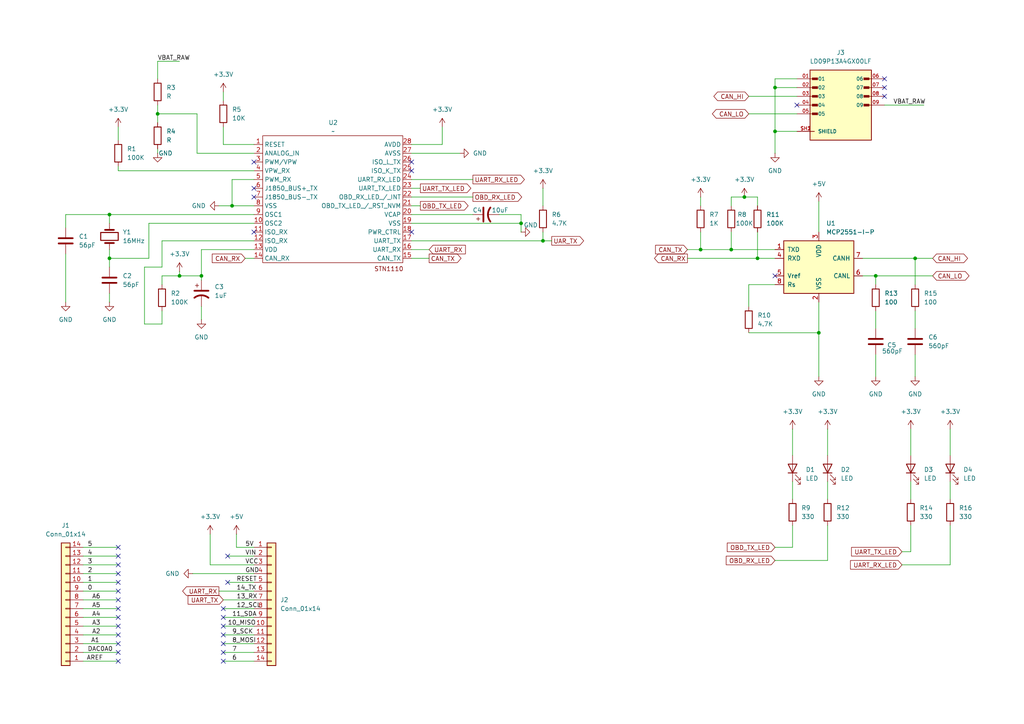
<source format=kicad_sch>
(kicad_sch
	(version 20250114)
	(generator "eeschema")
	(generator_version "9.0")
	(uuid "8a16c222-2358-43a6-bc08-b1fe53feddac")
	(paper "A4")
	(lib_symbols
		(symbol "Connector_Generic:Conn_01x14"
			(pin_names
				(offset 1.016)
				(hide yes)
			)
			(exclude_from_sim no)
			(in_bom yes)
			(on_board yes)
			(property "Reference" "J"
				(at 0 17.78 0)
				(effects
					(font
						(size 1.27 1.27)
					)
				)
			)
			(property "Value" "Conn_01x14"
				(at 0 -20.32 0)
				(effects
					(font
						(size 1.27 1.27)
					)
				)
			)
			(property "Footprint" ""
				(at 0 0 0)
				(effects
					(font
						(size 1.27 1.27)
					)
					(hide yes)
				)
			)
			(property "Datasheet" "~"
				(at 0 0 0)
				(effects
					(font
						(size 1.27 1.27)
					)
					(hide yes)
				)
			)
			(property "Description" "Generic connector, single row, 01x14, script generated (kicad-library-utils/schlib/autogen/connector/)"
				(at 0 0 0)
				(effects
					(font
						(size 1.27 1.27)
					)
					(hide yes)
				)
			)
			(property "ki_keywords" "connector"
				(at 0 0 0)
				(effects
					(font
						(size 1.27 1.27)
					)
					(hide yes)
				)
			)
			(property "ki_fp_filters" "Connector*:*_1x??_*"
				(at 0 0 0)
				(effects
					(font
						(size 1.27 1.27)
					)
					(hide yes)
				)
			)
			(symbol "Conn_01x14_1_1"
				(rectangle
					(start -1.27 16.51)
					(end 1.27 -19.05)
					(stroke
						(width 0.254)
						(type default)
					)
					(fill
						(type background)
					)
				)
				(rectangle
					(start -1.27 15.367)
					(end 0 15.113)
					(stroke
						(width 0.1524)
						(type default)
					)
					(fill
						(type none)
					)
				)
				(rectangle
					(start -1.27 12.827)
					(end 0 12.573)
					(stroke
						(width 0.1524)
						(type default)
					)
					(fill
						(type none)
					)
				)
				(rectangle
					(start -1.27 10.287)
					(end 0 10.033)
					(stroke
						(width 0.1524)
						(type default)
					)
					(fill
						(type none)
					)
				)
				(rectangle
					(start -1.27 7.747)
					(end 0 7.493)
					(stroke
						(width 0.1524)
						(type default)
					)
					(fill
						(type none)
					)
				)
				(rectangle
					(start -1.27 5.207)
					(end 0 4.953)
					(stroke
						(width 0.1524)
						(type default)
					)
					(fill
						(type none)
					)
				)
				(rectangle
					(start -1.27 2.667)
					(end 0 2.413)
					(stroke
						(width 0.1524)
						(type default)
					)
					(fill
						(type none)
					)
				)
				(rectangle
					(start -1.27 0.127)
					(end 0 -0.127)
					(stroke
						(width 0.1524)
						(type default)
					)
					(fill
						(type none)
					)
				)
				(rectangle
					(start -1.27 -2.413)
					(end 0 -2.667)
					(stroke
						(width 0.1524)
						(type default)
					)
					(fill
						(type none)
					)
				)
				(rectangle
					(start -1.27 -4.953)
					(end 0 -5.207)
					(stroke
						(width 0.1524)
						(type default)
					)
					(fill
						(type none)
					)
				)
				(rectangle
					(start -1.27 -7.493)
					(end 0 -7.747)
					(stroke
						(width 0.1524)
						(type default)
					)
					(fill
						(type none)
					)
				)
				(rectangle
					(start -1.27 -10.033)
					(end 0 -10.287)
					(stroke
						(width 0.1524)
						(type default)
					)
					(fill
						(type none)
					)
				)
				(rectangle
					(start -1.27 -12.573)
					(end 0 -12.827)
					(stroke
						(width 0.1524)
						(type default)
					)
					(fill
						(type none)
					)
				)
				(rectangle
					(start -1.27 -15.113)
					(end 0 -15.367)
					(stroke
						(width 0.1524)
						(type default)
					)
					(fill
						(type none)
					)
				)
				(rectangle
					(start -1.27 -17.653)
					(end 0 -17.907)
					(stroke
						(width 0.1524)
						(type default)
					)
					(fill
						(type none)
					)
				)
				(pin passive line
					(at -5.08 15.24 0)
					(length 3.81)
					(name "Pin_1"
						(effects
							(font
								(size 1.27 1.27)
							)
						)
					)
					(number "1"
						(effects
							(font
								(size 1.27 1.27)
							)
						)
					)
				)
				(pin passive line
					(at -5.08 12.7 0)
					(length 3.81)
					(name "Pin_2"
						(effects
							(font
								(size 1.27 1.27)
							)
						)
					)
					(number "2"
						(effects
							(font
								(size 1.27 1.27)
							)
						)
					)
				)
				(pin passive line
					(at -5.08 10.16 0)
					(length 3.81)
					(name "Pin_3"
						(effects
							(font
								(size 1.27 1.27)
							)
						)
					)
					(number "3"
						(effects
							(font
								(size 1.27 1.27)
							)
						)
					)
				)
				(pin passive line
					(at -5.08 7.62 0)
					(length 3.81)
					(name "Pin_4"
						(effects
							(font
								(size 1.27 1.27)
							)
						)
					)
					(number "4"
						(effects
							(font
								(size 1.27 1.27)
							)
						)
					)
				)
				(pin passive line
					(at -5.08 5.08 0)
					(length 3.81)
					(name "Pin_5"
						(effects
							(font
								(size 1.27 1.27)
							)
						)
					)
					(number "5"
						(effects
							(font
								(size 1.27 1.27)
							)
						)
					)
				)
				(pin passive line
					(at -5.08 2.54 0)
					(length 3.81)
					(name "Pin_6"
						(effects
							(font
								(size 1.27 1.27)
							)
						)
					)
					(number "6"
						(effects
							(font
								(size 1.27 1.27)
							)
						)
					)
				)
				(pin passive line
					(at -5.08 0 0)
					(length 3.81)
					(name "Pin_7"
						(effects
							(font
								(size 1.27 1.27)
							)
						)
					)
					(number "7"
						(effects
							(font
								(size 1.27 1.27)
							)
						)
					)
				)
				(pin passive line
					(at -5.08 -2.54 0)
					(length 3.81)
					(name "Pin_8"
						(effects
							(font
								(size 1.27 1.27)
							)
						)
					)
					(number "8"
						(effects
							(font
								(size 1.27 1.27)
							)
						)
					)
				)
				(pin passive line
					(at -5.08 -5.08 0)
					(length 3.81)
					(name "Pin_9"
						(effects
							(font
								(size 1.27 1.27)
							)
						)
					)
					(number "9"
						(effects
							(font
								(size 1.27 1.27)
							)
						)
					)
				)
				(pin passive line
					(at -5.08 -7.62 0)
					(length 3.81)
					(name "Pin_10"
						(effects
							(font
								(size 1.27 1.27)
							)
						)
					)
					(number "10"
						(effects
							(font
								(size 1.27 1.27)
							)
						)
					)
				)
				(pin passive line
					(at -5.08 -10.16 0)
					(length 3.81)
					(name "Pin_11"
						(effects
							(font
								(size 1.27 1.27)
							)
						)
					)
					(number "11"
						(effects
							(font
								(size 1.27 1.27)
							)
						)
					)
				)
				(pin passive line
					(at -5.08 -12.7 0)
					(length 3.81)
					(name "Pin_12"
						(effects
							(font
								(size 1.27 1.27)
							)
						)
					)
					(number "12"
						(effects
							(font
								(size 1.27 1.27)
							)
						)
					)
				)
				(pin passive line
					(at -5.08 -15.24 0)
					(length 3.81)
					(name "Pin_13"
						(effects
							(font
								(size 1.27 1.27)
							)
						)
					)
					(number "13"
						(effects
							(font
								(size 1.27 1.27)
							)
						)
					)
				)
				(pin passive line
					(at -5.08 -17.78 0)
					(length 3.81)
					(name "Pin_14"
						(effects
							(font
								(size 1.27 1.27)
							)
						)
					)
					(number "14"
						(effects
							(font
								(size 1.27 1.27)
							)
						)
					)
				)
			)
			(embedded_fonts no)
		)
		(symbol "Device:C"
			(pin_numbers
				(hide yes)
			)
			(pin_names
				(offset 0.254)
			)
			(exclude_from_sim no)
			(in_bom yes)
			(on_board yes)
			(property "Reference" "C"
				(at 0.635 2.54 0)
				(effects
					(font
						(size 1.27 1.27)
					)
					(justify left)
				)
			)
			(property "Value" "C"
				(at 0.635 -2.54 0)
				(effects
					(font
						(size 1.27 1.27)
					)
					(justify left)
				)
			)
			(property "Footprint" ""
				(at 0.9652 -3.81 0)
				(effects
					(font
						(size 1.27 1.27)
					)
					(hide yes)
				)
			)
			(property "Datasheet" "~"
				(at 0 0 0)
				(effects
					(font
						(size 1.27 1.27)
					)
					(hide yes)
				)
			)
			(property "Description" "Unpolarized capacitor"
				(at 0 0 0)
				(effects
					(font
						(size 1.27 1.27)
					)
					(hide yes)
				)
			)
			(property "ki_keywords" "cap capacitor"
				(at 0 0 0)
				(effects
					(font
						(size 1.27 1.27)
					)
					(hide yes)
				)
			)
			(property "ki_fp_filters" "C_*"
				(at 0 0 0)
				(effects
					(font
						(size 1.27 1.27)
					)
					(hide yes)
				)
			)
			(symbol "C_0_1"
				(polyline
					(pts
						(xy -2.032 0.762) (xy 2.032 0.762)
					)
					(stroke
						(width 0.508)
						(type default)
					)
					(fill
						(type none)
					)
				)
				(polyline
					(pts
						(xy -2.032 -0.762) (xy 2.032 -0.762)
					)
					(stroke
						(width 0.508)
						(type default)
					)
					(fill
						(type none)
					)
				)
			)
			(symbol "C_1_1"
				(pin passive line
					(at 0 3.81 270)
					(length 2.794)
					(name "~"
						(effects
							(font
								(size 1.27 1.27)
							)
						)
					)
					(number "1"
						(effects
							(font
								(size 1.27 1.27)
							)
						)
					)
				)
				(pin passive line
					(at 0 -3.81 90)
					(length 2.794)
					(name "~"
						(effects
							(font
								(size 1.27 1.27)
							)
						)
					)
					(number "2"
						(effects
							(font
								(size 1.27 1.27)
							)
						)
					)
				)
			)
			(embedded_fonts no)
		)
		(symbol "Device:C_Polarized_US"
			(pin_numbers
				(hide yes)
			)
			(pin_names
				(offset 0.254)
				(hide yes)
			)
			(exclude_from_sim no)
			(in_bom yes)
			(on_board yes)
			(property "Reference" "C"
				(at 0.635 2.54 0)
				(effects
					(font
						(size 1.27 1.27)
					)
					(justify left)
				)
			)
			(property "Value" "C_Polarized_US"
				(at 0.635 -2.54 0)
				(effects
					(font
						(size 1.27 1.27)
					)
					(justify left)
				)
			)
			(property "Footprint" ""
				(at 0 0 0)
				(effects
					(font
						(size 1.27 1.27)
					)
					(hide yes)
				)
			)
			(property "Datasheet" "~"
				(at 0 0 0)
				(effects
					(font
						(size 1.27 1.27)
					)
					(hide yes)
				)
			)
			(property "Description" "Polarized capacitor, US symbol"
				(at 0 0 0)
				(effects
					(font
						(size 1.27 1.27)
					)
					(hide yes)
				)
			)
			(property "ki_keywords" "cap capacitor"
				(at 0 0 0)
				(effects
					(font
						(size 1.27 1.27)
					)
					(hide yes)
				)
			)
			(property "ki_fp_filters" "CP_*"
				(at 0 0 0)
				(effects
					(font
						(size 1.27 1.27)
					)
					(hide yes)
				)
			)
			(symbol "C_Polarized_US_0_1"
				(polyline
					(pts
						(xy -2.032 0.762) (xy 2.032 0.762)
					)
					(stroke
						(width 0.508)
						(type default)
					)
					(fill
						(type none)
					)
				)
				(polyline
					(pts
						(xy -1.778 2.286) (xy -0.762 2.286)
					)
					(stroke
						(width 0)
						(type default)
					)
					(fill
						(type none)
					)
				)
				(polyline
					(pts
						(xy -1.27 1.778) (xy -1.27 2.794)
					)
					(stroke
						(width 0)
						(type default)
					)
					(fill
						(type none)
					)
				)
				(arc
					(start -2.032 -1.27)
					(mid 0 -0.5572)
					(end 2.032 -1.27)
					(stroke
						(width 0.508)
						(type default)
					)
					(fill
						(type none)
					)
				)
			)
			(symbol "C_Polarized_US_1_1"
				(pin passive line
					(at 0 3.81 270)
					(length 2.794)
					(name "~"
						(effects
							(font
								(size 1.27 1.27)
							)
						)
					)
					(number "1"
						(effects
							(font
								(size 1.27 1.27)
							)
						)
					)
				)
				(pin passive line
					(at 0 -3.81 90)
					(length 3.302)
					(name "~"
						(effects
							(font
								(size 1.27 1.27)
							)
						)
					)
					(number "2"
						(effects
							(font
								(size 1.27 1.27)
							)
						)
					)
				)
			)
			(embedded_fonts no)
		)
		(symbol "Device:Crystal"
			(pin_numbers
				(hide yes)
			)
			(pin_names
				(offset 1.016)
				(hide yes)
			)
			(exclude_from_sim no)
			(in_bom yes)
			(on_board yes)
			(property "Reference" "Y"
				(at 0 3.81 0)
				(effects
					(font
						(size 1.27 1.27)
					)
				)
			)
			(property "Value" "Crystal"
				(at 0 -3.81 0)
				(effects
					(font
						(size 1.27 1.27)
					)
				)
			)
			(property "Footprint" ""
				(at 0 0 0)
				(effects
					(font
						(size 1.27 1.27)
					)
					(hide yes)
				)
			)
			(property "Datasheet" "~"
				(at 0 0 0)
				(effects
					(font
						(size 1.27 1.27)
					)
					(hide yes)
				)
			)
			(property "Description" "Two pin crystal"
				(at 0 0 0)
				(effects
					(font
						(size 1.27 1.27)
					)
					(hide yes)
				)
			)
			(property "ki_keywords" "quartz ceramic resonator oscillator"
				(at 0 0 0)
				(effects
					(font
						(size 1.27 1.27)
					)
					(hide yes)
				)
			)
			(property "ki_fp_filters" "Crystal*"
				(at 0 0 0)
				(effects
					(font
						(size 1.27 1.27)
					)
					(hide yes)
				)
			)
			(symbol "Crystal_0_1"
				(polyline
					(pts
						(xy -2.54 0) (xy -1.905 0)
					)
					(stroke
						(width 0)
						(type default)
					)
					(fill
						(type none)
					)
				)
				(polyline
					(pts
						(xy -1.905 -1.27) (xy -1.905 1.27)
					)
					(stroke
						(width 0.508)
						(type default)
					)
					(fill
						(type none)
					)
				)
				(rectangle
					(start -1.143 2.54)
					(end 1.143 -2.54)
					(stroke
						(width 0.3048)
						(type default)
					)
					(fill
						(type none)
					)
				)
				(polyline
					(pts
						(xy 1.905 -1.27) (xy 1.905 1.27)
					)
					(stroke
						(width 0.508)
						(type default)
					)
					(fill
						(type none)
					)
				)
				(polyline
					(pts
						(xy 2.54 0) (xy 1.905 0)
					)
					(stroke
						(width 0)
						(type default)
					)
					(fill
						(type none)
					)
				)
			)
			(symbol "Crystal_1_1"
				(pin passive line
					(at -3.81 0 0)
					(length 1.27)
					(name "1"
						(effects
							(font
								(size 1.27 1.27)
							)
						)
					)
					(number "1"
						(effects
							(font
								(size 1.27 1.27)
							)
						)
					)
				)
				(pin passive line
					(at 3.81 0 180)
					(length 1.27)
					(name "2"
						(effects
							(font
								(size 1.27 1.27)
							)
						)
					)
					(number "2"
						(effects
							(font
								(size 1.27 1.27)
							)
						)
					)
				)
			)
			(embedded_fonts no)
		)
		(symbol "Device:LED"
			(pin_numbers
				(hide yes)
			)
			(pin_names
				(offset 1.016)
				(hide yes)
			)
			(exclude_from_sim no)
			(in_bom yes)
			(on_board yes)
			(property "Reference" "D"
				(at 0 2.54 0)
				(effects
					(font
						(size 1.27 1.27)
					)
				)
			)
			(property "Value" "LED"
				(at 0 -2.54 0)
				(effects
					(font
						(size 1.27 1.27)
					)
				)
			)
			(property "Footprint" ""
				(at 0 0 0)
				(effects
					(font
						(size 1.27 1.27)
					)
					(hide yes)
				)
			)
			(property "Datasheet" "~"
				(at 0 0 0)
				(effects
					(font
						(size 1.27 1.27)
					)
					(hide yes)
				)
			)
			(property "Description" "Light emitting diode"
				(at 0 0 0)
				(effects
					(font
						(size 1.27 1.27)
					)
					(hide yes)
				)
			)
			(property "Sim.Pins" "1=K 2=A"
				(at 0 0 0)
				(effects
					(font
						(size 1.27 1.27)
					)
					(hide yes)
				)
			)
			(property "ki_keywords" "LED diode"
				(at 0 0 0)
				(effects
					(font
						(size 1.27 1.27)
					)
					(hide yes)
				)
			)
			(property "ki_fp_filters" "LED* LED_SMD:* LED_THT:*"
				(at 0 0 0)
				(effects
					(font
						(size 1.27 1.27)
					)
					(hide yes)
				)
			)
			(symbol "LED_0_1"
				(polyline
					(pts
						(xy -3.048 -0.762) (xy -4.572 -2.286) (xy -3.81 -2.286) (xy -4.572 -2.286) (xy -4.572 -1.524)
					)
					(stroke
						(width 0)
						(type default)
					)
					(fill
						(type none)
					)
				)
				(polyline
					(pts
						(xy -1.778 -0.762) (xy -3.302 -2.286) (xy -2.54 -2.286) (xy -3.302 -2.286) (xy -3.302 -1.524)
					)
					(stroke
						(width 0)
						(type default)
					)
					(fill
						(type none)
					)
				)
				(polyline
					(pts
						(xy -1.27 0) (xy 1.27 0)
					)
					(stroke
						(width 0)
						(type default)
					)
					(fill
						(type none)
					)
				)
				(polyline
					(pts
						(xy -1.27 -1.27) (xy -1.27 1.27)
					)
					(stroke
						(width 0.254)
						(type default)
					)
					(fill
						(type none)
					)
				)
				(polyline
					(pts
						(xy 1.27 -1.27) (xy 1.27 1.27) (xy -1.27 0) (xy 1.27 -1.27)
					)
					(stroke
						(width 0.254)
						(type default)
					)
					(fill
						(type none)
					)
				)
			)
			(symbol "LED_1_1"
				(pin passive line
					(at -3.81 0 0)
					(length 2.54)
					(name "K"
						(effects
							(font
								(size 1.27 1.27)
							)
						)
					)
					(number "1"
						(effects
							(font
								(size 1.27 1.27)
							)
						)
					)
				)
				(pin passive line
					(at 3.81 0 180)
					(length 2.54)
					(name "A"
						(effects
							(font
								(size 1.27 1.27)
							)
						)
					)
					(number "2"
						(effects
							(font
								(size 1.27 1.27)
							)
						)
					)
				)
			)
			(embedded_fonts no)
		)
		(symbol "Device:R"
			(pin_numbers
				(hide yes)
			)
			(pin_names
				(offset 0)
			)
			(exclude_from_sim no)
			(in_bom yes)
			(on_board yes)
			(property "Reference" "R"
				(at 2.032 0 90)
				(effects
					(font
						(size 1.27 1.27)
					)
				)
			)
			(property "Value" "R"
				(at 0 0 90)
				(effects
					(font
						(size 1.27 1.27)
					)
				)
			)
			(property "Footprint" ""
				(at -1.778 0 90)
				(effects
					(font
						(size 1.27 1.27)
					)
					(hide yes)
				)
			)
			(property "Datasheet" "~"
				(at 0 0 0)
				(effects
					(font
						(size 1.27 1.27)
					)
					(hide yes)
				)
			)
			(property "Description" "Resistor"
				(at 0 0 0)
				(effects
					(font
						(size 1.27 1.27)
					)
					(hide yes)
				)
			)
			(property "ki_keywords" "R res resistor"
				(at 0 0 0)
				(effects
					(font
						(size 1.27 1.27)
					)
					(hide yes)
				)
			)
			(property "ki_fp_filters" "R_*"
				(at 0 0 0)
				(effects
					(font
						(size 1.27 1.27)
					)
					(hide yes)
				)
			)
			(symbol "R_0_1"
				(rectangle
					(start -1.016 -2.54)
					(end 1.016 2.54)
					(stroke
						(width 0.254)
						(type default)
					)
					(fill
						(type none)
					)
				)
			)
			(symbol "R_1_1"
				(pin passive line
					(at 0 3.81 270)
					(length 1.27)
					(name "~"
						(effects
							(font
								(size 1.27 1.27)
							)
						)
					)
					(number "1"
						(effects
							(font
								(size 1.27 1.27)
							)
						)
					)
				)
				(pin passive line
					(at 0 -3.81 90)
					(length 1.27)
					(name "~"
						(effects
							(font
								(size 1.27 1.27)
							)
						)
					)
					(number "2"
						(effects
							(font
								(size 1.27 1.27)
							)
						)
					)
				)
			)
			(embedded_fonts no)
		)
		(symbol "Interface_CAN_LIN:MCP2551-I-P"
			(pin_names
				(offset 1.016)
			)
			(exclude_from_sim no)
			(in_bom yes)
			(on_board yes)
			(property "Reference" "U"
				(at -10.16 8.89 0)
				(effects
					(font
						(size 1.27 1.27)
					)
					(justify left)
				)
			)
			(property "Value" "MCP2551-I-P"
				(at 2.54 8.89 0)
				(effects
					(font
						(size 1.27 1.27)
					)
					(justify left)
				)
			)
			(property "Footprint" "Package_DIP:DIP-8_W7.62mm"
				(at 0 -12.7 0)
				(effects
					(font
						(size 1.27 1.27)
						(italic yes)
					)
					(hide yes)
				)
			)
			(property "Datasheet" "http://ww1.microchip.com/downloads/en/devicedoc/21667d.pdf"
				(at 0 0 0)
				(effects
					(font
						(size 1.27 1.27)
					)
					(hide yes)
				)
			)
			(property "Description" "High-Speed CAN Transceiver, 1Mbps, 5V supply, DIP-8"
				(at 0 0 0)
				(effects
					(font
						(size 1.27 1.27)
					)
					(hide yes)
				)
			)
			(property "ki_keywords" "High-Speed CAN Transceiver"
				(at 0 0 0)
				(effects
					(font
						(size 1.27 1.27)
					)
					(hide yes)
				)
			)
			(property "ki_fp_filters" "DIP*W7.62mm*"
				(at 0 0 0)
				(effects
					(font
						(size 1.27 1.27)
					)
					(hide yes)
				)
			)
			(symbol "MCP2551-I-P_0_1"
				(rectangle
					(start -10.16 7.62)
					(end 10.16 -7.62)
					(stroke
						(width 0.254)
						(type default)
					)
					(fill
						(type background)
					)
				)
			)
			(symbol "MCP2551-I-P_1_1"
				(pin input line
					(at -12.7 5.08 0)
					(length 2.54)
					(name "TXD"
						(effects
							(font
								(size 1.27 1.27)
							)
						)
					)
					(number "1"
						(effects
							(font
								(size 1.27 1.27)
							)
						)
					)
				)
				(pin output line
					(at -12.7 2.54 0)
					(length 2.54)
					(name "RXD"
						(effects
							(font
								(size 1.27 1.27)
							)
						)
					)
					(number "4"
						(effects
							(font
								(size 1.27 1.27)
							)
						)
					)
				)
				(pin power_out line
					(at -12.7 -2.54 0)
					(length 2.54)
					(name "Vref"
						(effects
							(font
								(size 1.27 1.27)
							)
						)
					)
					(number "5"
						(effects
							(font
								(size 1.27 1.27)
							)
						)
					)
				)
				(pin input line
					(at -12.7 -5.08 0)
					(length 2.54)
					(name "Rs"
						(effects
							(font
								(size 1.27 1.27)
							)
						)
					)
					(number "8"
						(effects
							(font
								(size 1.27 1.27)
							)
						)
					)
				)
				(pin power_in line
					(at 0 10.16 270)
					(length 2.54)
					(name "VDD"
						(effects
							(font
								(size 1.27 1.27)
							)
						)
					)
					(number "3"
						(effects
							(font
								(size 1.27 1.27)
							)
						)
					)
				)
				(pin power_in line
					(at 0 -10.16 90)
					(length 2.54)
					(name "VSS"
						(effects
							(font
								(size 1.27 1.27)
							)
						)
					)
					(number "2"
						(effects
							(font
								(size 1.27 1.27)
							)
						)
					)
				)
				(pin bidirectional line
					(at 12.7 2.54 180)
					(length 2.54)
					(name "CANH"
						(effects
							(font
								(size 1.27 1.27)
							)
						)
					)
					(number "7"
						(effects
							(font
								(size 1.27 1.27)
							)
						)
					)
				)
				(pin bidirectional line
					(at 12.7 -2.54 180)
					(length 2.54)
					(name "CANL"
						(effects
							(font
								(size 1.27 1.27)
							)
						)
					)
					(number "6"
						(effects
							(font
								(size 1.27 1.27)
							)
						)
					)
				)
			)
			(embedded_fonts no)
		)
		(symbol "LD09P13A4GX00LF:LD09P13A4GX00LF"
			(pin_names
				(offset 1.016)
			)
			(exclude_from_sim no)
			(in_bom yes)
			(on_board yes)
			(property "Reference" "J"
				(at -7.62 10.922 0)
				(effects
					(font
						(size 1.27 1.27)
					)
					(justify left bottom)
				)
			)
			(property "Value" "LD09P13A4GX00LF"
				(at -7.62 -12.7 0)
				(effects
					(font
						(size 1.27 1.27)
					)
					(justify left bottom)
				)
			)
			(property "Footprint" "LD09P13A4GX00LF:AMPHENOL_LD09P13A4GX00LF"
				(at 0 0 0)
				(effects
					(font
						(size 1.27 1.27)
					)
					(justify bottom)
					(hide yes)
				)
			)
			(property "Datasheet" ""
				(at 0 0 0)
				(effects
					(font
						(size 1.27 1.27)
					)
					(hide yes)
				)
			)
			(property "Description" ""
				(at 0 0 0)
				(effects
					(font
						(size 1.27 1.27)
					)
					(hide yes)
				)
			)
			(property "DigiKey_Part_Number" "609-5183-ND"
				(at 0 0 0)
				(effects
					(font
						(size 1.27 1.27)
					)
					(justify bottom)
					(hide yes)
				)
			)
			(property "SnapEDA_Link" "https://www.snapeda.com/parts/LD09P13A4GX00LF/Amphenol/view-part/?ref=snap"
				(at 0 0 0)
				(effects
					(font
						(size 1.27 1.27)
					)
					(justify bottom)
					(hide yes)
				)
			)
			(property "MAXIMUM_PACKAGE_HEIGHT" "13.86mm"
				(at 0 0 0)
				(effects
					(font
						(size 1.27 1.27)
					)
					(justify bottom)
					(hide yes)
				)
			)
			(property "Package" "None"
				(at 0 0 0)
				(effects
					(font
						(size 1.27 1.27)
					)
					(justify bottom)
					(hide yes)
				)
			)
			(property "Check_prices" "https://www.snapeda.com/parts/LD09P13A4GX00LF/Amphenol/view-part/?ref=eda"
				(at 0 0 0)
				(effects
					(font
						(size 1.27 1.27)
					)
					(justify bottom)
					(hide yes)
				)
			)
			(property "STANDARD" "Manufacturer Recommendations"
				(at 0 0 0)
				(effects
					(font
						(size 1.27 1.27)
					)
					(justify bottom)
					(hide yes)
				)
			)
			(property "PARTREV" "B"
				(at 0 0 0)
				(effects
					(font
						(size 1.27 1.27)
					)
					(justify bottom)
					(hide yes)
				)
			)
			(property "MF" "Amphenol"
				(at 0 0 0)
				(effects
					(font
						(size 1.27 1.27)
					)
					(justify bottom)
					(hide yes)
				)
			)
			(property "MP" "LD09P13A4GX00LF"
				(at 0 0 0)
				(effects
					(font
						(size 1.27 1.27)
					)
					(justify bottom)
					(hide yes)
				)
			)
			(property "Description_1" "Conn D-Subminiature PIN 9 POS 2.74mm Solder RA Thru-Hole 9 Terminal 1 Port"
				(at 0 0 0)
				(effects
					(font
						(size 1.27 1.27)
					)
					(justify bottom)
					(hide yes)
				)
			)
			(property "MANUFACTURER" "Amphenol"
				(at 0 0 0)
				(effects
					(font
						(size 1.27 1.27)
					)
					(justify bottom)
					(hide yes)
				)
			)
			(symbol "LD09P13A4GX00LF_0_0"
				(rectangle
					(start -8.89 -10.16)
					(end 8.89 10.16)
					(stroke
						(width 0.254)
						(type default)
					)
					(fill
						(type background)
					)
				)
				(rectangle
					(start -8.255 7.3025)
					(end -6.6675 7.9375)
					(stroke
						(width 0.1)
						(type default)
					)
					(fill
						(type outline)
					)
				)
				(rectangle
					(start -8.255 4.7625)
					(end -6.6675 5.3975)
					(stroke
						(width 0.1)
						(type default)
					)
					(fill
						(type outline)
					)
				)
				(rectangle
					(start -8.255 2.2225)
					(end -6.6675 2.8575)
					(stroke
						(width 0.1)
						(type default)
					)
					(fill
						(type outline)
					)
				)
				(rectangle
					(start -8.255 -0.3175)
					(end -6.6675 0.3175)
					(stroke
						(width 0.1)
						(type default)
					)
					(fill
						(type outline)
					)
				)
				(rectangle
					(start -8.255 -2.8575)
					(end -6.6675 -2.2225)
					(stroke
						(width 0.1)
						(type default)
					)
					(fill
						(type outline)
					)
				)
				(rectangle
					(start 6.6675 7.3025)
					(end 8.255 7.9375)
					(stroke
						(width 0.1)
						(type default)
					)
					(fill
						(type outline)
					)
				)
				(rectangle
					(start 6.6675 4.7625)
					(end 8.255 5.3975)
					(stroke
						(width 0.1)
						(type default)
					)
					(fill
						(type outline)
					)
				)
				(rectangle
					(start 6.6675 2.2225)
					(end 8.255 2.8575)
					(stroke
						(width 0.1)
						(type default)
					)
					(fill
						(type outline)
					)
				)
				(rectangle
					(start 6.6675 -0.3175)
					(end 8.255 0.3175)
					(stroke
						(width 0.1)
						(type default)
					)
					(fill
						(type outline)
					)
				)
				(pin passive line
					(at -12.7 7.62 0)
					(length 5.08)
					(name "01"
						(effects
							(font
								(size 1.016 1.016)
							)
						)
					)
					(number "01"
						(effects
							(font
								(size 1.016 1.016)
							)
						)
					)
				)
				(pin passive line
					(at -12.7 5.08 0)
					(length 5.08)
					(name "02"
						(effects
							(font
								(size 1.016 1.016)
							)
						)
					)
					(number "02"
						(effects
							(font
								(size 1.016 1.016)
							)
						)
					)
				)
				(pin passive line
					(at -12.7 2.54 0)
					(length 5.08)
					(name "03"
						(effects
							(font
								(size 1.016 1.016)
							)
						)
					)
					(number "03"
						(effects
							(font
								(size 1.016 1.016)
							)
						)
					)
				)
				(pin passive line
					(at -12.7 0 0)
					(length 5.08)
					(name "04"
						(effects
							(font
								(size 1.016 1.016)
							)
						)
					)
					(number "04"
						(effects
							(font
								(size 1.016 1.016)
							)
						)
					)
				)
				(pin passive line
					(at -12.7 -2.54 0)
					(length 5.08)
					(name "05"
						(effects
							(font
								(size 1.016 1.016)
							)
						)
					)
					(number "05"
						(effects
							(font
								(size 1.016 1.016)
							)
						)
					)
				)
				(pin passive line
					(at -12.7 -7.62 0)
					(length 5.08)
					(name "SHIELD"
						(effects
							(font
								(size 1.016 1.016)
							)
						)
					)
					(number "SH1"
						(effects
							(font
								(size 1.016 1.016)
							)
						)
					)
				)
				(pin passive line
					(at -12.7 -7.62 0)
					(length 5.08)
					(name "SHIELD"
						(effects
							(font
								(size 1.016 1.016)
							)
						)
					)
					(number "SH2"
						(effects
							(font
								(size 1.016 1.016)
							)
						)
					)
				)
				(pin passive line
					(at 12.7 7.62 180)
					(length 5.08)
					(name "06"
						(effects
							(font
								(size 1.016 1.016)
							)
						)
					)
					(number "06"
						(effects
							(font
								(size 1.016 1.016)
							)
						)
					)
				)
				(pin passive line
					(at 12.7 5.08 180)
					(length 5.08)
					(name "07"
						(effects
							(font
								(size 1.016 1.016)
							)
						)
					)
					(number "07"
						(effects
							(font
								(size 1.016 1.016)
							)
						)
					)
				)
				(pin passive line
					(at 12.7 2.54 180)
					(length 5.08)
					(name "08"
						(effects
							(font
								(size 1.016 1.016)
							)
						)
					)
					(number "08"
						(effects
							(font
								(size 1.016 1.016)
							)
						)
					)
				)
				(pin passive line
					(at 12.7 0 180)
					(length 5.08)
					(name "09"
						(effects
							(font
								(size 1.016 1.016)
							)
						)
					)
					(number "09"
						(effects
							(font
								(size 1.016 1.016)
							)
						)
					)
				)
			)
			(embedded_fonts no)
		)
		(symbol "mcu:_STN1110"
			(exclude_from_sim no)
			(in_bom yes)
			(on_board yes)
			(property "Reference" "U"
				(at 0 0 0)
				(effects
					(font
						(size 1.27 1.27)
					)
				)
			)
			(property "Value" ""
				(at 0 0 0)
				(effects
					(font
						(size 1.27 1.27)
					)
				)
			)
			(property "Footprint" ""
				(at 0 0 0)
				(effects
					(font
						(size 1.27 1.27)
					)
					(hide yes)
				)
			)
			(property "Datasheet" ""
				(at 0 0 0)
				(effects
					(font
						(size 1.27 1.27)
					)
					(hide yes)
				)
			)
			(property "Description" ""
				(at 0 0 0)
				(effects
					(font
						(size 1.27 1.27)
					)
					(hide yes)
				)
			)
			(symbol "_STN1110_0_1"
				(rectangle
					(start -20.32 17.78)
					(end 20.32 -19.05)
					(stroke
						(width 0)
						(type default)
					)
					(fill
						(type none)
					)
				)
			)
			(symbol "_STN1110_1_1"
				(text "STN1110"
					(at 16.256 -20.828 0)
					(effects
						(font
							(size 1.27 1.27)
						)
					)
				)
				(pin input line
					(at -22.86 15.24 0)
					(length 2.54)
					(name "RESET"
						(effects
							(font
								(size 1.27 1.27)
							)
						)
					)
					(number "1"
						(effects
							(font
								(size 1.27 1.27)
							)
						)
					)
				)
				(pin input line
					(at -22.86 12.7 0)
					(length 2.54)
					(name "ANALOG_IN"
						(effects
							(font
								(size 1.27 1.27)
							)
						)
					)
					(number "2"
						(effects
							(font
								(size 1.27 1.27)
							)
						)
					)
				)
				(pin output line
					(at -22.86 10.16 0)
					(length 2.54)
					(name "PWM/VPW"
						(effects
							(font
								(size 1.27 1.27)
							)
						)
					)
					(number "3"
						(effects
							(font
								(size 1.27 1.27)
							)
						)
					)
				)
				(pin input line
					(at -22.86 7.62 0)
					(length 2.54)
					(name "VPW_RX"
						(effects
							(font
								(size 1.27 1.27)
							)
						)
					)
					(number "4"
						(effects
							(font
								(size 1.27 1.27)
							)
						)
					)
				)
				(pin input line
					(at -22.86 5.08 0)
					(length 2.54)
					(name "PWM_RX"
						(effects
							(font
								(size 1.27 1.27)
							)
						)
					)
					(number "5"
						(effects
							(font
								(size 1.27 1.27)
							)
						)
					)
				)
				(pin output line
					(at -22.86 2.54 0)
					(length 2.54)
					(name "J1850_BUS+_TX"
						(effects
							(font
								(size 1.27 1.27)
							)
						)
					)
					(number "6"
						(effects
							(font
								(size 1.27 1.27)
							)
						)
					)
				)
				(pin output line
					(at -22.86 0 0)
					(length 2.54)
					(name "J1850_BUS-_TX"
						(effects
							(font
								(size 1.27 1.27)
							)
						)
					)
					(number "7"
						(effects
							(font
								(size 1.27 1.27)
							)
						)
					)
				)
				(pin bidirectional line
					(at -22.86 -2.54 0)
					(length 2.54)
					(name "VSS"
						(effects
							(font
								(size 1.27 1.27)
							)
						)
					)
					(number "8"
						(effects
							(font
								(size 1.27 1.27)
							)
						)
					)
				)
				(pin input line
					(at -22.86 -5.08 0)
					(length 2.54)
					(name "OSC1"
						(effects
							(font
								(size 1.27 1.27)
							)
						)
					)
					(number "9"
						(effects
							(font
								(size 1.27 1.27)
							)
						)
					)
				)
				(pin input line
					(at -22.86 -7.62 0)
					(length 2.54)
					(name "OSC2"
						(effects
							(font
								(size 1.27 1.27)
							)
						)
					)
					(number "10"
						(effects
							(font
								(size 1.27 1.27)
							)
						)
					)
				)
				(pin input line
					(at -22.86 -10.16 0)
					(length 2.54)
					(name "ISO_RX"
						(effects
							(font
								(size 1.27 1.27)
							)
						)
					)
					(number "11"
						(effects
							(font
								(size 1.27 1.27)
							)
						)
					)
				)
				(pin input line
					(at -22.86 -12.7 0)
					(length 2.54)
					(name "ISO_RX"
						(effects
							(font
								(size 1.27 1.27)
							)
						)
					)
					(number "12"
						(effects
							(font
								(size 1.27 1.27)
							)
						)
					)
				)
				(pin bidirectional line
					(at -22.86 -15.24 0)
					(length 2.54)
					(name "VDD"
						(effects
							(font
								(size 1.27 1.27)
							)
						)
					)
					(number "13"
						(effects
							(font
								(size 1.27 1.27)
							)
						)
					)
				)
				(pin input line
					(at -22.86 -17.78 0)
					(length 2.54)
					(name "CAN_RX"
						(effects
							(font
								(size 1.27 1.27)
							)
						)
					)
					(number "14"
						(effects
							(font
								(size 1.27 1.27)
							)
						)
					)
				)
				(pin power_in line
					(at 22.86 15.24 180)
					(length 2.54)
					(name "AVDD"
						(effects
							(font
								(size 1.27 1.27)
							)
						)
					)
					(number "28"
						(effects
							(font
								(size 1.27 1.27)
							)
						)
					)
				)
				(pin power_out line
					(at 22.86 12.7 180)
					(length 2.54)
					(name "AVSS"
						(effects
							(font
								(size 1.27 1.27)
							)
						)
					)
					(number "27"
						(effects
							(font
								(size 1.27 1.27)
							)
						)
					)
				)
				(pin output line
					(at 22.86 10.16 180)
					(length 2.54)
					(name "ISO_L_TX"
						(effects
							(font
								(size 1.27 1.27)
							)
						)
					)
					(number "26"
						(effects
							(font
								(size 1.27 1.27)
							)
						)
					)
				)
				(pin output line
					(at 22.86 7.62 180)
					(length 2.54)
					(name "ISO_K_TX"
						(effects
							(font
								(size 1.27 1.27)
							)
						)
					)
					(number "25"
						(effects
							(font
								(size 1.27 1.27)
							)
						)
					)
				)
				(pin output line
					(at 22.86 5.08 180)
					(length 2.54)
					(name "UART_RX_LED"
						(effects
							(font
								(size 1.27 1.27)
							)
						)
					)
					(number "24"
						(effects
							(font
								(size 1.27 1.27)
							)
						)
					)
				)
				(pin output line
					(at 22.86 2.54 180)
					(length 2.54)
					(name "UART_TX_LED"
						(effects
							(font
								(size 1.27 1.27)
							)
						)
					)
					(number "23"
						(effects
							(font
								(size 1.27 1.27)
							)
						)
					)
				)
				(pin output line
					(at 22.86 0 180)
					(length 2.54)
					(name "OBD_RX_LED_/_INT"
						(effects
							(font
								(size 1.27 1.27)
							)
						)
					)
					(number "22"
						(effects
							(font
								(size 1.27 1.27)
							)
						)
					)
				)
				(pin input line
					(at 22.86 -2.54 180)
					(length 2.54)
					(name "OBD_TX_LED_/_RST_NVM"
						(effects
							(font
								(size 1.27 1.27)
							)
						)
					)
					(number "21"
						(effects
							(font
								(size 1.27 1.27)
							)
						)
					)
				)
				(pin input line
					(at 22.86 -5.08 180)
					(length 2.54)
					(name "VCAP"
						(effects
							(font
								(size 1.27 1.27)
							)
						)
					)
					(number "20"
						(effects
							(font
								(size 1.27 1.27)
							)
						)
					)
				)
				(pin bidirectional line
					(at 22.86 -7.62 180)
					(length 2.54)
					(name "VSS"
						(effects
							(font
								(size 1.27 1.27)
							)
						)
					)
					(number "19"
						(effects
							(font
								(size 1.27 1.27)
							)
						)
					)
				)
				(pin output line
					(at 22.86 -10.16 180)
					(length 2.54)
					(name "PWR_CTRL"
						(effects
							(font
								(size 1.27 1.27)
							)
						)
					)
					(number "18"
						(effects
							(font
								(size 1.27 1.27)
							)
						)
					)
				)
				(pin output line
					(at 22.86 -12.7 180)
					(length 2.54)
					(name "UART_TX"
						(effects
							(font
								(size 1.27 1.27)
							)
						)
					)
					(number "17"
						(effects
							(font
								(size 1.27 1.27)
							)
						)
					)
				)
				(pin input line
					(at 22.86 -15.24 180)
					(length 2.54)
					(name "UART_RX"
						(effects
							(font
								(size 1.27 1.27)
							)
						)
					)
					(number "16"
						(effects
							(font
								(size 1.27 1.27)
							)
						)
					)
				)
				(pin output line
					(at 22.86 -17.78 180)
					(length 2.54)
					(name "CAN_TX"
						(effects
							(font
								(size 1.27 1.27)
							)
						)
					)
					(number "15"
						(effects
							(font
								(size 1.27 1.27)
							)
						)
					)
				)
			)
			(embedded_fonts no)
		)
		(symbol "power:+3.3V"
			(power)
			(pin_numbers
				(hide yes)
			)
			(pin_names
				(offset 0)
				(hide yes)
			)
			(exclude_from_sim no)
			(in_bom yes)
			(on_board yes)
			(property "Reference" "#PWR"
				(at 0 -3.81 0)
				(effects
					(font
						(size 1.27 1.27)
					)
					(hide yes)
				)
			)
			(property "Value" "+3.3V"
				(at 0 3.556 0)
				(effects
					(font
						(size 1.27 1.27)
					)
				)
			)
			(property "Footprint" ""
				(at 0 0 0)
				(effects
					(font
						(size 1.27 1.27)
					)
					(hide yes)
				)
			)
			(property "Datasheet" ""
				(at 0 0 0)
				(effects
					(font
						(size 1.27 1.27)
					)
					(hide yes)
				)
			)
			(property "Description" "Power symbol creates a global label with name \"+3.3V\""
				(at 0 0 0)
				(effects
					(font
						(size 1.27 1.27)
					)
					(hide yes)
				)
			)
			(property "ki_keywords" "global power"
				(at 0 0 0)
				(effects
					(font
						(size 1.27 1.27)
					)
					(hide yes)
				)
			)
			(symbol "+3.3V_0_1"
				(polyline
					(pts
						(xy -0.762 1.27) (xy 0 2.54)
					)
					(stroke
						(width 0)
						(type default)
					)
					(fill
						(type none)
					)
				)
				(polyline
					(pts
						(xy 0 2.54) (xy 0.762 1.27)
					)
					(stroke
						(width 0)
						(type default)
					)
					(fill
						(type none)
					)
				)
				(polyline
					(pts
						(xy 0 0) (xy 0 2.54)
					)
					(stroke
						(width 0)
						(type default)
					)
					(fill
						(type none)
					)
				)
			)
			(symbol "+3.3V_1_1"
				(pin power_in line
					(at 0 0 90)
					(length 0)
					(name "~"
						(effects
							(font
								(size 1.27 1.27)
							)
						)
					)
					(number "1"
						(effects
							(font
								(size 1.27 1.27)
							)
						)
					)
				)
			)
			(embedded_fonts no)
		)
		(symbol "power:+5V"
			(power)
			(pin_numbers
				(hide yes)
			)
			(pin_names
				(offset 0)
				(hide yes)
			)
			(exclude_from_sim no)
			(in_bom yes)
			(on_board yes)
			(property "Reference" "#PWR"
				(at 0 -3.81 0)
				(effects
					(font
						(size 1.27 1.27)
					)
					(hide yes)
				)
			)
			(property "Value" "+5V"
				(at 0 3.556 0)
				(effects
					(font
						(size 1.27 1.27)
					)
				)
			)
			(property "Footprint" ""
				(at 0 0 0)
				(effects
					(font
						(size 1.27 1.27)
					)
					(hide yes)
				)
			)
			(property "Datasheet" ""
				(at 0 0 0)
				(effects
					(font
						(size 1.27 1.27)
					)
					(hide yes)
				)
			)
			(property "Description" "Power symbol creates a global label with name \"+5V\""
				(at 0 0 0)
				(effects
					(font
						(size 1.27 1.27)
					)
					(hide yes)
				)
			)
			(property "ki_keywords" "global power"
				(at 0 0 0)
				(effects
					(font
						(size 1.27 1.27)
					)
					(hide yes)
				)
			)
			(symbol "+5V_0_1"
				(polyline
					(pts
						(xy -0.762 1.27) (xy 0 2.54)
					)
					(stroke
						(width 0)
						(type default)
					)
					(fill
						(type none)
					)
				)
				(polyline
					(pts
						(xy 0 2.54) (xy 0.762 1.27)
					)
					(stroke
						(width 0)
						(type default)
					)
					(fill
						(type none)
					)
				)
				(polyline
					(pts
						(xy 0 0) (xy 0 2.54)
					)
					(stroke
						(width 0)
						(type default)
					)
					(fill
						(type none)
					)
				)
			)
			(symbol "+5V_1_1"
				(pin power_in line
					(at 0 0 90)
					(length 0)
					(name "~"
						(effects
							(font
								(size 1.27 1.27)
							)
						)
					)
					(number "1"
						(effects
							(font
								(size 1.27 1.27)
							)
						)
					)
				)
			)
			(embedded_fonts no)
		)
		(symbol "power:GND"
			(power)
			(pin_numbers
				(hide yes)
			)
			(pin_names
				(offset 0)
				(hide yes)
			)
			(exclude_from_sim no)
			(in_bom yes)
			(on_board yes)
			(property "Reference" "#PWR"
				(at 0 -6.35 0)
				(effects
					(font
						(size 1.27 1.27)
					)
					(hide yes)
				)
			)
			(property "Value" "GND"
				(at 0 -3.81 0)
				(effects
					(font
						(size 1.27 1.27)
					)
				)
			)
			(property "Footprint" ""
				(at 0 0 0)
				(effects
					(font
						(size 1.27 1.27)
					)
					(hide yes)
				)
			)
			(property "Datasheet" ""
				(at 0 0 0)
				(effects
					(font
						(size 1.27 1.27)
					)
					(hide yes)
				)
			)
			(property "Description" "Power symbol creates a global label with name \"GND\" , ground"
				(at 0 0 0)
				(effects
					(font
						(size 1.27 1.27)
					)
					(hide yes)
				)
			)
			(property "ki_keywords" "global power"
				(at 0 0 0)
				(effects
					(font
						(size 1.27 1.27)
					)
					(hide yes)
				)
			)
			(symbol "GND_0_1"
				(polyline
					(pts
						(xy 0 0) (xy 0 -1.27) (xy 1.27 -1.27) (xy 0 -2.54) (xy -1.27 -1.27) (xy 0 -1.27)
					)
					(stroke
						(width 0)
						(type default)
					)
					(fill
						(type none)
					)
				)
			)
			(symbol "GND_1_1"
				(pin power_in line
					(at 0 0 270)
					(length 0)
					(name "~"
						(effects
							(font
								(size 1.27 1.27)
							)
						)
					)
					(number "1"
						(effects
							(font
								(size 1.27 1.27)
							)
						)
					)
				)
			)
			(embedded_fonts no)
		)
	)
	(junction
		(at 52.07 80.01)
		(diameter 0)
		(color 0 0 0 0)
		(uuid "016bb415-dc84-421b-bb04-f6c28053fa0c")
	)
	(junction
		(at 212.09 72.39)
		(diameter 0)
		(color 0 0 0 0)
		(uuid "0a74781b-6fb9-4e95-ac79-e7bc56935087")
	)
	(junction
		(at 31.75 74.93)
		(diameter 0)
		(color 0 0 0 0)
		(uuid "428952e3-bcc4-43c1-bdf2-a49a33ab746c")
	)
	(junction
		(at 254 80.01)
		(diameter 0)
		(color 0 0 0 0)
		(uuid "44457db9-116e-45f1-a8fb-44929daed543")
	)
	(junction
		(at 31.75 62.23)
		(diameter 0)
		(color 0 0 0 0)
		(uuid "4dbf67e8-377c-42ef-8d46-87a19bb3dff5")
	)
	(junction
		(at 224.79 25.4)
		(diameter 0)
		(color 0 0 0 0)
		(uuid "59b1bf8d-7b6d-4256-a9b8-b635f301e227")
	)
	(junction
		(at 157.48 69.85)
		(diameter 0)
		(color 0 0 0 0)
		(uuid "6799273e-c4ae-4e5c-990d-0f89a0da854b")
	)
	(junction
		(at 203.2 72.39)
		(diameter 0)
		(color 0 0 0 0)
		(uuid "6ffcfa0d-b611-437a-93f6-034f3a0b4833")
	)
	(junction
		(at 237.49 96.52)
		(diameter 0)
		(color 0 0 0 0)
		(uuid "8ee88242-d901-4861-97b5-29232378df82")
	)
	(junction
		(at 45.72 33.02)
		(diameter 0)
		(color 0 0 0 0)
		(uuid "9accfa2f-0c75-41f8-8bed-8cef3d748a05")
	)
	(junction
		(at 224.79 38.1)
		(diameter 0)
		(color 0 0 0 0)
		(uuid "9d2ac37c-6f39-4039-89a9-9404d23dd51b")
	)
	(junction
		(at 215.9 57.15)
		(diameter 0)
		(color 0 0 0 0)
		(uuid "a53de8c2-1099-4cbf-8145-b46f36769f5d")
	)
	(junction
		(at 219.71 74.93)
		(diameter 0)
		(color 0 0 0 0)
		(uuid "aee2c9ab-b9d2-4d0f-bc81-245d4f0ddff3")
	)
	(junction
		(at 151.13 64.77)
		(diameter 0)
		(color 0 0 0 0)
		(uuid "b6ba5e45-a661-413b-bf23-9fe7c7027e8f")
	)
	(junction
		(at 265.43 74.93)
		(diameter 0)
		(color 0 0 0 0)
		(uuid "cd22b5f7-855f-419e-ae46-25050301a9cb")
	)
	(junction
		(at 58.42 80.01)
		(diameter 0)
		(color 0 0 0 0)
		(uuid "ce322723-d26c-4447-b2fe-77a6c24002f3")
	)
	(junction
		(at 67.31 59.69)
		(diameter 0)
		(color 0 0 0 0)
		(uuid "fb7d40a0-152a-4608-acd8-872970eb0d22")
	)
	(no_connect
		(at 73.66 46.99)
		(uuid "0142c955-5211-4a2e-82f0-ac1873a311b9")
	)
	(no_connect
		(at 119.38 46.99)
		(uuid "0edf0bb2-cdb1-4fea-8a2c-ae7b838dee3f")
	)
	(no_connect
		(at 34.29 176.53)
		(uuid "1523239b-05d9-4f6a-b642-7729f2aecc4b")
	)
	(no_connect
		(at 64.77 181.61)
		(uuid "15742a47-c60d-451e-b088-06640b616efc")
	)
	(no_connect
		(at 66.04 161.29)
		(uuid "2bfbfa91-e6bb-48b1-a189-670e1bc7db94")
	)
	(no_connect
		(at 66.04 168.91)
		(uuid "377f11f8-2d6b-4adf-b4b6-3b7ff9877e56")
	)
	(no_connect
		(at 64.77 191.77)
		(uuid "3a710b1c-36fe-4659-87c9-839faf10ae54")
	)
	(no_connect
		(at 34.29 179.07)
		(uuid "408f3465-c0a7-4d8d-984c-823f695d585b")
	)
	(no_connect
		(at 34.29 166.37)
		(uuid "4a11e37b-f6f0-4886-b975-a7bd7c1cc3f6")
	)
	(no_connect
		(at 34.29 161.29)
		(uuid "4a53674d-a0ee-429c-b5aa-1d16b9312883")
	)
	(no_connect
		(at 34.29 171.45)
		(uuid "50dfc46d-79ad-45bb-8bb8-3c437dd563d7")
	)
	(no_connect
		(at 34.29 184.15)
		(uuid "56866912-5436-467a-b182-68541e966295")
	)
	(no_connect
		(at 73.66 57.15)
		(uuid "58413bd6-c0bd-4257-b311-a4ff01fe96c1")
	)
	(no_connect
		(at 256.54 25.4)
		(uuid "5a69a944-e794-4007-9dde-0f12bd2e9dab")
	)
	(no_connect
		(at 224.79 80.01)
		(uuid "5f0fced0-be69-40a4-9769-9a96a657de0e")
	)
	(no_connect
		(at 64.77 179.07)
		(uuid "6a0d25aa-6f60-406d-afd2-dcc8c3722094")
	)
	(no_connect
		(at 64.77 176.53)
		(uuid "71488bd5-f175-4d5c-854e-af8c77144a08")
	)
	(no_connect
		(at 73.66 54.61)
		(uuid "71c86a96-265d-4f22-8460-80293fb47fe1")
	)
	(no_connect
		(at 231.14 30.48)
		(uuid "75727749-bcdb-4749-88b8-f975ff3d2a80")
	)
	(no_connect
		(at 73.66 67.31)
		(uuid "7c6030f9-c95b-42bc-9516-2d213e14e13f")
	)
	(no_connect
		(at 119.38 67.31)
		(uuid "7eedb047-3c46-4bd0-87c8-e998be64a4a2")
	)
	(no_connect
		(at 64.77 186.69)
		(uuid "864194a3-5519-4c0d-87a2-bf1158ebed47")
	)
	(no_connect
		(at 34.29 173.99)
		(uuid "8c892613-b02e-445b-a60b-525eb0001c99")
	)
	(no_connect
		(at 256.54 27.94)
		(uuid "a37d5cc1-243c-43f0-9e41-6b85dfc63ee5")
	)
	(no_connect
		(at 64.77 189.23)
		(uuid "bbf777a8-1e23-4431-be1b-0cde9d65dbf8")
	)
	(no_connect
		(at 34.29 191.77)
		(uuid "c1879306-cc5f-4232-a9a4-33e2fc82703c")
	)
	(no_connect
		(at 256.54 22.86)
		(uuid "c28d9c4c-c17b-4296-99fc-ec147c0e7bc9")
	)
	(no_connect
		(at 34.29 189.23)
		(uuid "c897522c-7793-402e-9cf4-bc4e87497293")
	)
	(no_connect
		(at 34.29 158.75)
		(uuid "d251a761-ec69-4291-b09a-e4ea3c98d2c1")
	)
	(no_connect
		(at 34.29 163.83)
		(uuid "d29af6bd-e0f9-493b-aa2a-b16fdb439878")
	)
	(no_connect
		(at 119.38 49.53)
		(uuid "df267066-0315-430e-a735-826d477d8c10")
	)
	(no_connect
		(at 64.77 184.15)
		(uuid "e32e3639-0929-4d09-b64d-54b64287b520")
	)
	(no_connect
		(at 34.29 181.61)
		(uuid "fa9f1aa3-17cd-4bd8-bcb2-b434a83cd3d9")
	)
	(no_connect
		(at 34.29 168.91)
		(uuid "fb3af3ba-a88a-44b8-86d6-8a43b0f88e7f")
	)
	(no_connect
		(at 34.29 186.69)
		(uuid "fd072a82-a01f-4618-936f-c0cf0eeff942")
	)
	(wire
		(pts
			(xy 229.87 124.46) (xy 229.87 132.08)
		)
		(stroke
			(width 0)
			(type default)
		)
		(uuid "036b2fcc-1bb9-43b0-a7ec-b76168516947")
	)
	(wire
		(pts
			(xy 43.18 74.93) (xy 31.75 74.93)
		)
		(stroke
			(width 0)
			(type default)
		)
		(uuid "06a8589a-d10b-4b9a-8d67-728fead2f963")
	)
	(wire
		(pts
			(xy 19.05 73.66) (xy 19.05 87.63)
		)
		(stroke
			(width 0)
			(type default)
		)
		(uuid "06b8c7c5-8832-4fb7-8fed-0688b3cec9ab")
	)
	(wire
		(pts
			(xy 275.59 139.7) (xy 275.59 144.78)
		)
		(stroke
			(width 0)
			(type default)
		)
		(uuid "0f00ff02-41b3-45c7-bb24-f1a09e83dfef")
	)
	(wire
		(pts
			(xy 73.66 49.53) (xy 34.29 49.53)
		)
		(stroke
			(width 0)
			(type default)
		)
		(uuid "111dce9b-26d2-4125-97bd-09bf4fbfca9b")
	)
	(wire
		(pts
			(xy 64.77 36.83) (xy 64.77 41.91)
		)
		(stroke
			(width 0)
			(type default)
		)
		(uuid "1253c6d8-e11d-42ce-b31d-386101256b5d")
	)
	(wire
		(pts
			(xy 43.18 64.77) (xy 43.18 74.93)
		)
		(stroke
			(width 0)
			(type default)
		)
		(uuid "13cffe60-a182-484d-bec4-c40e29a7edb5")
	)
	(wire
		(pts
			(xy 24.13 166.37) (xy 34.29 166.37)
		)
		(stroke
			(width 0)
			(type default)
		)
		(uuid "1599e601-0157-423e-b84b-d1358a197f1f")
	)
	(wire
		(pts
			(xy 254 80.01) (xy 270.51 80.01)
		)
		(stroke
			(width 0)
			(type default)
		)
		(uuid "177b5142-3ca2-445e-a6d9-84d654533060")
	)
	(wire
		(pts
			(xy 24.13 179.07) (xy 34.29 179.07)
		)
		(stroke
			(width 0)
			(type default)
		)
		(uuid "19776134-3ac7-49e8-af8c-6a101b329b79")
	)
	(wire
		(pts
			(xy 24.13 171.45) (xy 34.29 171.45)
		)
		(stroke
			(width 0)
			(type default)
		)
		(uuid "20240b89-1350-4993-9ba1-d67b0ba2cfde")
	)
	(wire
		(pts
			(xy 119.38 69.85) (xy 157.48 69.85)
		)
		(stroke
			(width 0)
			(type default)
		)
		(uuid "21f62373-5f93-4eaa-b5f3-aae83fb5504f")
	)
	(wire
		(pts
			(xy 31.75 72.39) (xy 31.75 74.93)
		)
		(stroke
			(width 0)
			(type default)
		)
		(uuid "23b70dcf-5426-4ef5-831d-4595e5c2e370")
	)
	(wire
		(pts
			(xy 119.38 74.93) (xy 124.46 74.93)
		)
		(stroke
			(width 0)
			(type default)
		)
		(uuid "23d07f19-f9ee-4de3-a34b-98b1c3c19679")
	)
	(wire
		(pts
			(xy 264.16 152.4) (xy 264.16 160.02)
		)
		(stroke
			(width 0)
			(type default)
		)
		(uuid "240d0d3a-abe7-4a84-bd7a-5882948c16fa")
	)
	(wire
		(pts
			(xy 63.5 59.69) (xy 67.31 59.69)
		)
		(stroke
			(width 0)
			(type default)
		)
		(uuid "28f2b001-f2a1-4e0c-a48c-0a6c975263d0")
	)
	(wire
		(pts
			(xy 237.49 58.42) (xy 237.49 67.31)
		)
		(stroke
			(width 0)
			(type default)
		)
		(uuid "294ad4ce-ca44-459c-be41-3003429619e3")
	)
	(wire
		(pts
			(xy 217.17 27.94) (xy 231.14 27.94)
		)
		(stroke
			(width 0)
			(type default)
		)
		(uuid "2a6d38e6-8e83-491b-97c3-270b095ba6cb")
	)
	(wire
		(pts
			(xy 66.04 168.91) (xy 73.66 168.91)
		)
		(stroke
			(width 0)
			(type default)
		)
		(uuid "2abacccb-e17b-4271-931e-2c53693d6695")
	)
	(wire
		(pts
			(xy 52.07 78.74) (xy 52.07 80.01)
		)
		(stroke
			(width 0)
			(type default)
		)
		(uuid "2ba289f7-57f7-462d-8c6e-b77387cd3d57")
	)
	(wire
		(pts
			(xy 52.07 80.01) (xy 58.42 80.01)
		)
		(stroke
			(width 0)
			(type default)
		)
		(uuid "2dc75ab5-cdeb-4bbd-a2c5-5ba55d3ada1b")
	)
	(wire
		(pts
			(xy 41.91 93.98) (xy 46.99 93.98)
		)
		(stroke
			(width 0)
			(type default)
		)
		(uuid "354dd835-39d9-462e-869b-3df77d7c1060")
	)
	(wire
		(pts
			(xy 217.17 96.52) (xy 237.49 96.52)
		)
		(stroke
			(width 0)
			(type default)
		)
		(uuid "388d5bec-8b59-451d-be77-a263cef7a5c2")
	)
	(wire
		(pts
			(xy 224.79 22.86) (xy 224.79 25.4)
		)
		(stroke
			(width 0)
			(type default)
		)
		(uuid "38d093a7-c419-44ea-96fa-194e8c0d80ce")
	)
	(wire
		(pts
			(xy 46.99 77.47) (xy 41.91 77.47)
		)
		(stroke
			(width 0)
			(type default)
		)
		(uuid "3a4fda56-74f9-4aa0-83b6-93ed2c7182eb")
	)
	(wire
		(pts
			(xy 31.75 85.09) (xy 31.75 87.63)
		)
		(stroke
			(width 0)
			(type default)
		)
		(uuid "3c66f9ae-273d-4447-be18-2e57a5eb0b94")
	)
	(wire
		(pts
			(xy 157.48 67.31) (xy 157.48 69.85)
		)
		(stroke
			(width 0)
			(type default)
		)
		(uuid "3ed76efd-28d8-4416-aa0e-0cae7eff0917")
	)
	(wire
		(pts
			(xy 73.66 64.77) (xy 43.18 64.77)
		)
		(stroke
			(width 0)
			(type default)
		)
		(uuid "3f0c2c75-7d3b-4ff0-b83c-6e698d845480")
	)
	(wire
		(pts
			(xy 31.75 62.23) (xy 19.05 62.23)
		)
		(stroke
			(width 0)
			(type default)
		)
		(uuid "3f1338f4-3ba7-4f53-bb17-e34ba5cc4da6")
	)
	(wire
		(pts
			(xy 231.14 22.86) (xy 224.79 22.86)
		)
		(stroke
			(width 0)
			(type default)
		)
		(uuid "41652cf9-9680-4d4c-aa79-98a0c839578a")
	)
	(wire
		(pts
			(xy 203.2 72.39) (xy 212.09 72.39)
		)
		(stroke
			(width 0)
			(type default)
		)
		(uuid "42daba08-96e8-4b10-9265-1a1ca97f61af")
	)
	(wire
		(pts
			(xy 31.75 74.93) (xy 31.75 77.47)
		)
		(stroke
			(width 0)
			(type default)
		)
		(uuid "452aed79-b2d8-483b-9883-b9ab10af52a7")
	)
	(wire
		(pts
			(xy 46.99 93.98) (xy 46.99 90.17)
		)
		(stroke
			(width 0)
			(type default)
		)
		(uuid "47d96e42-0688-460f-a808-cefc981b6cf1")
	)
	(wire
		(pts
			(xy 45.72 30.48) (xy 45.72 33.02)
		)
		(stroke
			(width 0)
			(type default)
		)
		(uuid "49d9cf85-b082-4fbf-bdb5-c9a6a48f05a9")
	)
	(wire
		(pts
			(xy 64.77 41.91) (xy 73.66 41.91)
		)
		(stroke
			(width 0)
			(type default)
		)
		(uuid "49e39869-6219-4476-9ec8-808fb440e55e")
	)
	(wire
		(pts
			(xy 58.42 88.9) (xy 58.42 92.71)
		)
		(stroke
			(width 0)
			(type default)
		)
		(uuid "4a2a618d-0258-4e4d-9873-7c496b95f7d0")
	)
	(wire
		(pts
			(xy 63.5 171.45) (xy 73.66 171.45)
		)
		(stroke
			(width 0)
			(type default)
		)
		(uuid "4efc8ee6-9fb6-49d2-9eeb-16fcd7662894")
	)
	(wire
		(pts
			(xy 73.66 72.39) (xy 58.42 72.39)
		)
		(stroke
			(width 0)
			(type default)
		)
		(uuid "4f9ce345-9ee8-48ab-a93f-aa34a96e7978")
	)
	(wire
		(pts
			(xy 265.43 74.93) (xy 265.43 82.55)
		)
		(stroke
			(width 0)
			(type default)
		)
		(uuid "50313113-19a4-4158-befa-3427975fc33b")
	)
	(wire
		(pts
			(xy 68.58 158.75) (xy 68.58 154.94)
		)
		(stroke
			(width 0)
			(type default)
		)
		(uuid "54a4bf07-53e6-43a6-8c17-f993e269757c")
	)
	(wire
		(pts
			(xy 64.77 26.67) (xy 64.77 29.21)
		)
		(stroke
			(width 0)
			(type default)
		)
		(uuid "55c07bc0-e1ca-4965-96c3-d9a35af0aac2")
	)
	(wire
		(pts
			(xy 24.13 189.23) (xy 34.29 189.23)
		)
		(stroke
			(width 0)
			(type default)
		)
		(uuid "57c9d878-1129-43ed-bf87-c1ccc2521c8b")
	)
	(wire
		(pts
			(xy 58.42 72.39) (xy 58.42 80.01)
		)
		(stroke
			(width 0)
			(type default)
		)
		(uuid "58a471ca-8b46-4af5-ad5a-b0603c7b064f")
	)
	(wire
		(pts
			(xy 31.75 62.23) (xy 31.75 64.77)
		)
		(stroke
			(width 0)
			(type default)
		)
		(uuid "58fe0aed-8960-407b-88df-fa99cf7e86bc")
	)
	(wire
		(pts
			(xy 237.49 87.63) (xy 237.49 96.52)
		)
		(stroke
			(width 0)
			(type default)
		)
		(uuid "5c0b8095-18a2-4ae2-957f-eb175aca8929")
	)
	(wire
		(pts
			(xy 34.29 49.53) (xy 34.29 48.26)
		)
		(stroke
			(width 0)
			(type default)
		)
		(uuid "60ca73f5-e260-47a7-9ccb-fe1292557162")
	)
	(wire
		(pts
			(xy 144.78 62.23) (xy 151.13 62.23)
		)
		(stroke
			(width 0)
			(type default)
		)
		(uuid "625e6170-e08a-4acc-a8b7-09446314437e")
	)
	(wire
		(pts
			(xy 64.77 184.15) (xy 73.66 184.15)
		)
		(stroke
			(width 0)
			(type default)
		)
		(uuid "64d4bd27-f334-40b6-b835-40075bb8bef0")
	)
	(wire
		(pts
			(xy 199.39 74.93) (xy 219.71 74.93)
		)
		(stroke
			(width 0)
			(type default)
		)
		(uuid "6516953e-d557-43a7-a88f-f4a5850c5ad7")
	)
	(wire
		(pts
			(xy 67.31 52.07) (xy 67.31 59.69)
		)
		(stroke
			(width 0)
			(type default)
		)
		(uuid "66e09fb1-5995-476e-8184-661d47f57bb2")
	)
	(wire
		(pts
			(xy 219.71 67.31) (xy 219.71 74.93)
		)
		(stroke
			(width 0)
			(type default)
		)
		(uuid "674b0e0e-23b2-4199-84c5-af46c637fd53")
	)
	(wire
		(pts
			(xy 73.66 69.85) (xy 46.99 69.85)
		)
		(stroke
			(width 0)
			(type default)
		)
		(uuid "68adcb4a-46cc-4dd6-8d8b-463c7628a994")
	)
	(wire
		(pts
			(xy 24.13 184.15) (xy 34.29 184.15)
		)
		(stroke
			(width 0)
			(type default)
		)
		(uuid "693065bd-7137-42cf-8d61-8f28c0efe837")
	)
	(wire
		(pts
			(xy 229.87 158.75) (xy 229.87 152.4)
		)
		(stroke
			(width 0)
			(type default)
		)
		(uuid "6c641778-fe0c-47e4-ab04-fe17416f514b")
	)
	(wire
		(pts
			(xy 261.62 163.83) (xy 275.59 163.83)
		)
		(stroke
			(width 0)
			(type default)
		)
		(uuid "6cf56361-0bec-4f68-b930-b7c266869057")
	)
	(wire
		(pts
			(xy 24.13 163.83) (xy 34.29 163.83)
		)
		(stroke
			(width 0)
			(type default)
		)
		(uuid "6cf75542-d8d5-419d-bb52-82a893a23086")
	)
	(wire
		(pts
			(xy 55.88 166.37) (xy 73.66 166.37)
		)
		(stroke
			(width 0)
			(type default)
		)
		(uuid "6e4b95dd-7d70-4203-95db-70ede1dbdbe2")
	)
	(wire
		(pts
			(xy 212.09 59.69) (xy 212.09 57.15)
		)
		(stroke
			(width 0)
			(type default)
		)
		(uuid "709be463-3a4f-47eb-97ff-f9a216426c02")
	)
	(wire
		(pts
			(xy 66.04 161.29) (xy 73.66 161.29)
		)
		(stroke
			(width 0)
			(type default)
		)
		(uuid "70dc60a5-34f8-4f09-bb39-cc023a79f53a")
	)
	(wire
		(pts
			(xy 73.66 62.23) (xy 31.75 62.23)
		)
		(stroke
			(width 0)
			(type default)
		)
		(uuid "70fcddf2-3cc8-4399-8797-650ef581adfb")
	)
	(wire
		(pts
			(xy 73.66 158.75) (xy 68.58 158.75)
		)
		(stroke
			(width 0)
			(type default)
		)
		(uuid "75b01adb-00de-45c5-8b4c-d81d831ebf0e")
	)
	(wire
		(pts
			(xy 46.99 82.55) (xy 46.99 80.01)
		)
		(stroke
			(width 0)
			(type default)
		)
		(uuid "75be245c-ea1e-4e40-b8a9-b6eb3484a49c")
	)
	(wire
		(pts
			(xy 157.48 54.61) (xy 157.48 59.69)
		)
		(stroke
			(width 0)
			(type default)
		)
		(uuid "75cc84c2-d414-4b3b-b127-93e2e9223ac0")
	)
	(wire
		(pts
			(xy 240.03 124.46) (xy 240.03 132.08)
		)
		(stroke
			(width 0)
			(type default)
		)
		(uuid "773c9cd7-f68a-4bd0-bbd2-0be418a7f0cd")
	)
	(wire
		(pts
			(xy 64.77 181.61) (xy 73.66 181.61)
		)
		(stroke
			(width 0)
			(type default)
		)
		(uuid "7cafc68b-0340-4e10-9c27-4516792203b3")
	)
	(wire
		(pts
			(xy 45.72 17.78) (xy 52.07 17.78)
		)
		(stroke
			(width 0)
			(type default)
		)
		(uuid "7d09cc0e-7a13-42de-9b8f-21880c92f9f2")
	)
	(wire
		(pts
			(xy 212.09 72.39) (xy 224.79 72.39)
		)
		(stroke
			(width 0)
			(type default)
		)
		(uuid "7e7e2e73-dd32-451b-9917-5b51b152e9cb")
	)
	(wire
		(pts
			(xy 250.19 74.93) (xy 265.43 74.93)
		)
		(stroke
			(width 0)
			(type default)
		)
		(uuid "7ecb6153-eca8-4099-a251-587684135538")
	)
	(wire
		(pts
			(xy 119.38 64.77) (xy 151.13 64.77)
		)
		(stroke
			(width 0)
			(type default)
		)
		(uuid "8050cf97-99ac-425d-b708-fd826c06da05")
	)
	(wire
		(pts
			(xy 151.13 64.77) (xy 151.13 67.31)
		)
		(stroke
			(width 0)
			(type default)
		)
		(uuid "80b33e81-d908-4833-9ed6-5ef6876eed0b")
	)
	(wire
		(pts
			(xy 45.72 33.02) (xy 45.72 35.56)
		)
		(stroke
			(width 0)
			(type default)
		)
		(uuid "82e01a59-a1f0-4e29-8e4a-e0ababdebd04")
	)
	(wire
		(pts
			(xy 73.66 44.45) (xy 57.15 44.45)
		)
		(stroke
			(width 0)
			(type default)
		)
		(uuid "835c4b88-accb-4995-9683-88fe4535c78c")
	)
	(wire
		(pts
			(xy 119.38 54.61) (xy 121.92 54.61)
		)
		(stroke
			(width 0)
			(type default)
		)
		(uuid "8d8a8473-cb10-4a41-a66c-0f506f28038a")
	)
	(wire
		(pts
			(xy 254 102.87) (xy 254 109.22)
		)
		(stroke
			(width 0)
			(type default)
		)
		(uuid "91720931-b836-4c52-8394-d5961820df31")
	)
	(wire
		(pts
			(xy 46.99 80.01) (xy 52.07 80.01)
		)
		(stroke
			(width 0)
			(type default)
		)
		(uuid "93a6be28-99f0-4989-8601-6a40fc44a8af")
	)
	(wire
		(pts
			(xy 24.13 168.91) (xy 34.29 168.91)
		)
		(stroke
			(width 0)
			(type default)
		)
		(uuid "93d4bea0-6d31-45f4-bfbb-1d789e77f96d")
	)
	(wire
		(pts
			(xy 24.13 176.53) (xy 34.29 176.53)
		)
		(stroke
			(width 0)
			(type default)
		)
		(uuid "94065a63-bd35-4bae-b7c6-5792a7d033f8")
	)
	(wire
		(pts
			(xy 250.19 80.01) (xy 254 80.01)
		)
		(stroke
			(width 0)
			(type default)
		)
		(uuid "98e1dd8a-c319-4586-ab70-c663a7141e96")
	)
	(wire
		(pts
			(xy 45.72 22.86) (xy 45.72 17.78)
		)
		(stroke
			(width 0)
			(type default)
		)
		(uuid "991435d5-c979-49e4-a069-251090500a7f")
	)
	(wire
		(pts
			(xy 275.59 124.46) (xy 275.59 132.08)
		)
		(stroke
			(width 0)
			(type default)
		)
		(uuid "999906ab-04ef-490a-b4d6-ab96f9dab7dc")
	)
	(wire
		(pts
			(xy 275.59 163.83) (xy 275.59 152.4)
		)
		(stroke
			(width 0)
			(type default)
		)
		(uuid "99a442dd-1636-4331-9f8b-2fce2156eb4a")
	)
	(wire
		(pts
			(xy 254 90.17) (xy 254 95.25)
		)
		(stroke
			(width 0)
			(type default)
		)
		(uuid "9d782404-2911-4853-b875-b56a3202a576")
	)
	(wire
		(pts
			(xy 224.79 162.56) (xy 240.03 162.56)
		)
		(stroke
			(width 0)
			(type default)
		)
		(uuid "9e189ec6-168c-4d66-af05-b844336de550")
	)
	(wire
		(pts
			(xy 212.09 57.15) (xy 215.9 57.15)
		)
		(stroke
			(width 0)
			(type default)
		)
		(uuid "9fa9083f-4d6c-4d5f-bb61-ae3ffb7806cc")
	)
	(wire
		(pts
			(xy 219.71 57.15) (xy 215.9 57.15)
		)
		(stroke
			(width 0)
			(type default)
		)
		(uuid "a0dff3ee-3461-4992-88d0-f2c4b89af66a")
	)
	(wire
		(pts
			(xy 24.13 173.99) (xy 34.29 173.99)
		)
		(stroke
			(width 0)
			(type default)
		)
		(uuid "a1441bbc-b908-4c95-bc2b-7a78c5f52df6")
	)
	(wire
		(pts
			(xy 73.66 173.99) (xy 64.77 173.99)
		)
		(stroke
			(width 0)
			(type default)
		)
		(uuid "a275cba1-ed4c-461d-a069-0588f975c51d")
	)
	(wire
		(pts
			(xy 119.38 41.91) (xy 128.27 41.91)
		)
		(stroke
			(width 0)
			(type default)
		)
		(uuid "a28d3f37-6796-4009-b670-1d3aee2e20f0")
	)
	(wire
		(pts
			(xy 24.13 181.61) (xy 34.29 181.61)
		)
		(stroke
			(width 0)
			(type default)
		)
		(uuid "a3ae4520-8096-4a42-aa89-6bdd025b0408")
	)
	(wire
		(pts
			(xy 203.2 57.15) (xy 203.2 59.69)
		)
		(stroke
			(width 0)
			(type default)
		)
		(uuid "a4a8e5aa-6a3e-46ef-8cb4-200f6ed3c6ee")
	)
	(wire
		(pts
			(xy 34.29 36.83) (xy 34.29 40.64)
		)
		(stroke
			(width 0)
			(type default)
		)
		(uuid "a4a92e19-9d2b-42a2-91bc-4bc428dd63bf")
	)
	(wire
		(pts
			(xy 217.17 33.02) (xy 231.14 33.02)
		)
		(stroke
			(width 0)
			(type default)
		)
		(uuid "a574d549-4d61-48dc-a2e8-dd6d680fee44")
	)
	(wire
		(pts
			(xy 224.79 38.1) (xy 231.14 38.1)
		)
		(stroke
			(width 0)
			(type default)
		)
		(uuid "a5a47d1e-2743-481d-98ad-581e5722021c")
	)
	(wire
		(pts
			(xy 264.16 160.02) (xy 261.62 160.02)
		)
		(stroke
			(width 0)
			(type default)
		)
		(uuid "aa2b05c8-4501-49d7-90ca-2b1c32457ecb")
	)
	(wire
		(pts
			(xy 119.38 59.69) (xy 121.92 59.69)
		)
		(stroke
			(width 0)
			(type default)
		)
		(uuid "aab6c1d0-433d-4d73-8b5c-5239bdcdfeb0")
	)
	(wire
		(pts
			(xy 64.77 186.69) (xy 73.66 186.69)
		)
		(stroke
			(width 0)
			(type default)
		)
		(uuid "ac68e5fe-be45-4d66-8208-f35b1793a508")
	)
	(wire
		(pts
			(xy 265.43 74.93) (xy 270.51 74.93)
		)
		(stroke
			(width 0)
			(type default)
		)
		(uuid "ad3dca65-491e-43a8-8e44-0e75fa402e34")
	)
	(wire
		(pts
			(xy 203.2 67.31) (xy 203.2 72.39)
		)
		(stroke
			(width 0)
			(type default)
		)
		(uuid "ad66c3a4-6861-4ce2-990d-63fe6fdee70a")
	)
	(wire
		(pts
			(xy 119.38 72.39) (xy 124.46 72.39)
		)
		(stroke
			(width 0)
			(type default)
		)
		(uuid "ae18b50e-7ed5-4b2b-bf14-34b593974aaa")
	)
	(wire
		(pts
			(xy 265.43 90.17) (xy 265.43 95.25)
		)
		(stroke
			(width 0)
			(type default)
		)
		(uuid "aed04b83-383f-4f36-a430-7a134544e9e2")
	)
	(wire
		(pts
			(xy 119.38 52.07) (xy 137.16 52.07)
		)
		(stroke
			(width 0)
			(type default)
		)
		(uuid "b2683a29-e5e4-4677-bd6b-ff11eeae6e1f")
	)
	(wire
		(pts
			(xy 46.99 69.85) (xy 46.99 77.47)
		)
		(stroke
			(width 0)
			(type default)
		)
		(uuid "b4ab4b71-7dbc-4930-a9fb-57616121a74a")
	)
	(wire
		(pts
			(xy 24.13 186.69) (xy 34.29 186.69)
		)
		(stroke
			(width 0)
			(type default)
		)
		(uuid "b4d88bde-4e03-40bc-a637-4b7ee53fc31e")
	)
	(wire
		(pts
			(xy 219.71 74.93) (xy 224.79 74.93)
		)
		(stroke
			(width 0)
			(type default)
		)
		(uuid "b6473926-c099-4c6f-a283-83c388bb5673")
	)
	(wire
		(pts
			(xy 217.17 82.55) (xy 217.17 88.9)
		)
		(stroke
			(width 0)
			(type default)
		)
		(uuid "b652b878-b72d-44a5-8969-6145f4307a3b")
	)
	(wire
		(pts
			(xy 224.79 25.4) (xy 224.79 38.1)
		)
		(stroke
			(width 0)
			(type default)
		)
		(uuid "b6dc7843-e869-404c-a2a6-579e539dce35")
	)
	(wire
		(pts
			(xy 64.77 179.07) (xy 73.66 179.07)
		)
		(stroke
			(width 0)
			(type default)
		)
		(uuid "bd7eb694-a8cf-4ac3-bdb6-4fb5e2c7fd1a")
	)
	(wire
		(pts
			(xy 212.09 67.31) (xy 212.09 72.39)
		)
		(stroke
			(width 0)
			(type default)
		)
		(uuid "c0402f5c-38c0-47e0-8fdd-a33bdf8b0fa1")
	)
	(wire
		(pts
			(xy 24.13 191.77) (xy 34.29 191.77)
		)
		(stroke
			(width 0)
			(type default)
		)
		(uuid "c131b6c3-1343-4c3b-acb5-056e090c7502")
	)
	(wire
		(pts
			(xy 119.38 62.23) (xy 137.16 62.23)
		)
		(stroke
			(width 0)
			(type default)
		)
		(uuid "c36fceec-6d8c-4d3d-bf6b-f1c4e234b439")
	)
	(wire
		(pts
			(xy 19.05 62.23) (xy 19.05 66.04)
		)
		(stroke
			(width 0)
			(type default)
		)
		(uuid "c503c6c7-15e7-408e-9b61-ecdfe44ea737")
	)
	(wire
		(pts
			(xy 237.49 96.52) (xy 237.49 109.22)
		)
		(stroke
			(width 0)
			(type default)
		)
		(uuid "c545e310-3249-41d7-ba6f-17d322f3ac22")
	)
	(wire
		(pts
			(xy 219.71 59.69) (xy 219.71 57.15)
		)
		(stroke
			(width 0)
			(type default)
		)
		(uuid "c9254c18-f592-41ab-af75-7aafaa5b1738")
	)
	(wire
		(pts
			(xy 151.13 62.23) (xy 151.13 64.77)
		)
		(stroke
			(width 0)
			(type default)
		)
		(uuid "ca337758-b30f-4422-be28-27dc22eb256e")
	)
	(wire
		(pts
			(xy 265.43 102.87) (xy 265.43 109.22)
		)
		(stroke
			(width 0)
			(type default)
		)
		(uuid "cab7ada0-07d3-48b6-990c-2f0063e4fcd2")
	)
	(wire
		(pts
			(xy 64.77 191.77) (xy 73.66 191.77)
		)
		(stroke
			(width 0)
			(type default)
		)
		(uuid "cbe5ad60-144f-445a-af7b-0a25a767b9f8")
	)
	(wire
		(pts
			(xy 73.66 52.07) (xy 67.31 52.07)
		)
		(stroke
			(width 0)
			(type default)
		)
		(uuid "cdb3559d-7ba2-4e17-a814-b26b801a965c")
	)
	(wire
		(pts
			(xy 240.03 162.56) (xy 240.03 152.4)
		)
		(stroke
			(width 0)
			(type default)
		)
		(uuid "ce09304c-e325-4d4b-aa12-29b8861c52dc")
	)
	(wire
		(pts
			(xy 224.79 158.75) (xy 229.87 158.75)
		)
		(stroke
			(width 0)
			(type default)
		)
		(uuid "d0710334-f8a4-4eac-a9f0-e585a8f9a0ca")
	)
	(wire
		(pts
			(xy 256.54 30.48) (xy 267.97 30.48)
		)
		(stroke
			(width 0)
			(type default)
		)
		(uuid "d53f82e2-fe3a-487e-9aee-24447bb51d24")
	)
	(wire
		(pts
			(xy 229.87 139.7) (xy 229.87 144.78)
		)
		(stroke
			(width 0)
			(type default)
		)
		(uuid "d6348e11-05d5-483f-9c11-d7da781e4732")
	)
	(wire
		(pts
			(xy 224.79 25.4) (xy 231.14 25.4)
		)
		(stroke
			(width 0)
			(type default)
		)
		(uuid "d65ce8ab-6c05-49e2-ade1-3cb56a852aec")
	)
	(wire
		(pts
			(xy 264.16 139.7) (xy 264.16 144.78)
		)
		(stroke
			(width 0)
			(type default)
		)
		(uuid "d9552008-39e3-456d-a0b1-209ec901d388")
	)
	(wire
		(pts
			(xy 57.15 44.45) (xy 57.15 33.02)
		)
		(stroke
			(width 0)
			(type default)
		)
		(uuid "db920eee-827b-45b1-a33d-47699967e0bd")
	)
	(wire
		(pts
			(xy 58.42 80.01) (xy 58.42 81.28)
		)
		(stroke
			(width 0)
			(type default)
		)
		(uuid "e88f3a01-f0d8-4319-b205-dcb89ad0fa47")
	)
	(wire
		(pts
			(xy 128.27 41.91) (xy 128.27 36.83)
		)
		(stroke
			(width 0)
			(type default)
		)
		(uuid "e986b100-5cc4-4458-8b8e-f6d52a9274a9")
	)
	(wire
		(pts
			(xy 64.77 189.23) (xy 73.66 189.23)
		)
		(stroke
			(width 0)
			(type default)
		)
		(uuid "eb78088d-201f-468d-8fb7-8539dd8b18c5")
	)
	(wire
		(pts
			(xy 45.72 43.18) (xy 45.72 44.45)
		)
		(stroke
			(width 0)
			(type default)
		)
		(uuid "ee15c36a-8e14-493c-b5be-c7ace21e3ccc")
	)
	(wire
		(pts
			(xy 119.38 57.15) (xy 137.16 57.15)
		)
		(stroke
			(width 0)
			(type default)
		)
		(uuid "ee67156a-cbf9-4507-9764-aec00bb2004f")
	)
	(wire
		(pts
			(xy 41.91 77.47) (xy 41.91 93.98)
		)
		(stroke
			(width 0)
			(type default)
		)
		(uuid "efd918de-3407-4fc5-888d-22c029b41ca8")
	)
	(wire
		(pts
			(xy 199.39 72.39) (xy 203.2 72.39)
		)
		(stroke
			(width 0)
			(type default)
		)
		(uuid "f0b7cfb4-1921-4089-bbfd-b0d5bda56ffe")
	)
	(wire
		(pts
			(xy 240.03 139.7) (xy 240.03 144.78)
		)
		(stroke
			(width 0)
			(type default)
		)
		(uuid "f184655b-4e66-4d05-85b1-db70d812258e")
	)
	(wire
		(pts
			(xy 224.79 38.1) (xy 224.79 44.45)
		)
		(stroke
			(width 0)
			(type default)
		)
		(uuid "f224599f-474d-4831-9159-18daf12ee00d")
	)
	(wire
		(pts
			(xy 24.13 158.75) (xy 34.29 158.75)
		)
		(stroke
			(width 0)
			(type default)
		)
		(uuid "f25d00a8-920a-4d21-81dc-0e508a6aab48")
	)
	(wire
		(pts
			(xy 24.13 161.29) (xy 34.29 161.29)
		)
		(stroke
			(width 0)
			(type default)
		)
		(uuid "f302ec17-4cdd-45fb-acc5-bdead6823b5b")
	)
	(wire
		(pts
			(xy 254 80.01) (xy 254 82.55)
		)
		(stroke
			(width 0)
			(type default)
		)
		(uuid "f3af4a98-2032-4af9-99f2-1079479f1058")
	)
	(wire
		(pts
			(xy 67.31 59.69) (xy 73.66 59.69)
		)
		(stroke
			(width 0)
			(type default)
		)
		(uuid "f76bb31c-a318-4eb5-85ec-add459029be6")
	)
	(wire
		(pts
			(xy 64.77 176.53) (xy 73.66 176.53)
		)
		(stroke
			(width 0)
			(type default)
		)
		(uuid "f814cf7b-48b3-4a1a-8615-b7cc940627aa")
	)
	(wire
		(pts
			(xy 264.16 124.46) (xy 264.16 132.08)
		)
		(stroke
			(width 0)
			(type default)
		)
		(uuid "f8d42303-7ebc-44a5-817f-6b7fee21af5a")
	)
	(wire
		(pts
			(xy 224.79 82.55) (xy 217.17 82.55)
		)
		(stroke
			(width 0)
			(type default)
		)
		(uuid "f9097fbf-89d2-4e8e-9c6f-f530775cd33e")
	)
	(wire
		(pts
			(xy 73.66 163.83) (xy 60.96 163.83)
		)
		(stroke
			(width 0)
			(type default)
		)
		(uuid "fdc389ae-8d67-4e99-981f-5671cca15f36")
	)
	(wire
		(pts
			(xy 57.15 33.02) (xy 45.72 33.02)
		)
		(stroke
			(width 0)
			(type default)
		)
		(uuid "fdf61a03-8096-436b-b78e-b3eef96f74d1")
	)
	(wire
		(pts
			(xy 157.48 69.85) (xy 160.02 69.85)
		)
		(stroke
			(width 0)
			(type default)
		)
		(uuid "fe6e9969-3e57-4a51-bd47-4c51188cb6cc")
	)
	(wire
		(pts
			(xy 71.12 74.93) (xy 73.66 74.93)
		)
		(stroke
			(width 0)
			(type default)
		)
		(uuid "fed6105b-4777-42bf-b6d6-7fa0a36bc5db")
	)
	(wire
		(pts
			(xy 119.38 44.45) (xy 133.35 44.45)
		)
		(stroke
			(width 0)
			(type default)
		)
		(uuid "fee34aff-2b6d-4521-855b-b725fd578c83")
	)
	(wire
		(pts
			(xy 60.96 163.83) (xy 60.96 154.94)
		)
		(stroke
			(width 0)
			(type default)
		)
		(uuid "ffd2de1c-7897-47f1-ae94-82924f5c1ee3")
	)
	(label "11_SDA"
		(at 67.31 179.07 0)
		(effects
			(font
				(size 1.27 1.27)
			)
			(justify left bottom)
		)
		(uuid "0190e565-f9fc-460a-8bad-551013bafaa6")
	)
	(label "DAC0A0"
		(at 25.4 189.23 0)
		(effects
			(font
				(size 1.27 1.27)
			)
			(justify left bottom)
		)
		(uuid "16bf52b4-11aa-457a-95fb-fa40797289c7")
	)
	(label "6"
		(at 67.31 191.77 0)
		(effects
			(font
				(size 1.27 1.27)
			)
			(justify left bottom)
		)
		(uuid "2c70770e-474f-4499-9dea-bebf1c876b1e")
	)
	(label "9_SCK"
		(at 67.31 184.15 0)
		(effects
			(font
				(size 1.27 1.27)
			)
			(justify left bottom)
		)
		(uuid "315616b6-8d6b-4303-bae6-77a0c0783ebd")
	)
	(label "3"
		(at 25.4 163.83 0)
		(effects
			(font
				(size 1.27 1.27)
			)
			(justify left bottom)
		)
		(uuid "3496747a-20c2-4cb1-805e-1620b3244bb4")
	)
	(label " A1"
		(at 25.4 186.69 0)
		(effects
			(font
				(size 1.27 1.27)
			)
			(justify left bottom)
		)
		(uuid "3e75f16c-4a7a-4d5d-952f-cfbb7eb62cb8")
	)
	(label "VBAT_RAW"
		(at 45.72 17.78 0)
		(effects
			(font
				(size 1.27 1.27)
			)
			(justify left bottom)
		)
		(uuid "403ec4f7-60db-4ab0-b358-fad3fbbff024")
	)
	(label "8_MOSI"
		(at 67.31 186.69 0)
		(effects
			(font
				(size 1.27 1.27)
			)
			(justify left bottom)
		)
		(uuid "49cd5aa4-6eda-4322-9566-66cb3874c474")
	)
	(label "2"
		(at 25.4 166.37 0)
		(effects
			(font
				(size 1.27 1.27)
			)
			(justify left bottom)
		)
		(uuid "4ab1ee0a-1937-4182-80a5-503c83f232cd")
	)
	(label "13_RX"
		(at 68.58 173.99 0)
		(effects
			(font
				(size 1.27 1.27)
			)
			(justify left bottom)
		)
		(uuid "4c2b6eae-2bd2-40c8-8359-8c6d5b154711")
	)
	(label "VBAT_RAW"
		(at 259.08 30.48 0)
		(effects
			(font
				(size 1.27 1.27)
			)
			(justify left bottom)
		)
		(uuid "4d2fdf1b-c4b3-4f94-b729-0b22bc3bb4b8")
	)
	(label "14_TX"
		(at 68.58 171.45 0)
		(effects
			(font
				(size 1.27 1.27)
			)
			(justify left bottom)
		)
		(uuid "4d748d72-c41a-4f35-af9e-059627890f48")
	)
	(label "5V"
		(at 71.12 158.75 0)
		(effects
			(font
				(size 1.27 1.27)
			)
			(justify left bottom)
		)
		(uuid "5148e2b4-15b4-4e02-99d9-012290d5c47e")
	)
	(label "VIN"
		(at 71.12 161.29 0)
		(effects
			(font
				(size 1.27 1.27)
			)
			(justify left bottom)
		)
		(uuid "682eff5c-c35d-4a1b-9f57-15054c3edaa6")
	)
	(label " AREF"
		(at 24.13 191.77 0)
		(effects
			(font
				(size 1.27 1.27)
			)
			(justify left bottom)
		)
		(uuid "6996ec33-284f-4cc1-afeb-c72a9801f93f")
	)
	(label "1"
		(at 25.4 168.91 0)
		(effects
			(font
				(size 1.27 1.27)
			)
			(justify left bottom)
		)
		(uuid "83388bb9-a3e6-4d0f-8878-892dea0b032b")
	)
	(label "5"
		(at 25.4 158.75 0)
		(effects
			(font
				(size 1.27 1.27)
			)
			(justify left bottom)
		)
		(uuid "85a030e3-7f16-4486-8cdd-45864c9e1856")
	)
	(label "A3"
		(at 26.67 181.61 0)
		(effects
			(font
				(size 1.27 1.27)
			)
			(justify left bottom)
		)
		(uuid "8c04c108-eaf2-476f-9b09-dd4dc79a65f4")
	)
	(label "VCC"
		(at 71.12 163.83 0)
		(effects
			(font
				(size 1.27 1.27)
			)
			(justify left bottom)
		)
		(uuid "8d9ba1cc-c061-4895-bf54-003676dc87b7")
	)
	(label "4"
		(at 25.4 161.29 0)
		(effects
			(font
				(size 1.27 1.27)
			)
			(justify left bottom)
		)
		(uuid "aef68c68-f2a4-42d5-a6d2-1257cd1b467d")
	)
	(label "A2"
		(at 26.67 184.15 0)
		(effects
			(font
				(size 1.27 1.27)
			)
			(justify left bottom)
		)
		(uuid "b409e071-894b-492a-add1-2a4e1cd82cda")
	)
	(label "RESET"
		(at 68.58 168.91 0)
		(effects
			(font
				(size 1.27 1.27)
			)
			(justify left bottom)
		)
		(uuid "bc777131-0ea3-4121-80fe-2475f868165f")
	)
	(label "12_SCL"
		(at 68.58 176.53 0)
		(effects
			(font
				(size 1.27 1.27)
			)
			(justify left bottom)
		)
		(uuid "ccfdc37f-502c-44c6-93f9-05e742f04be6")
	)
	(label "A4"
		(at 26.67 179.07 0)
		(effects
			(font
				(size 1.27 1.27)
			)
			(justify left bottom)
		)
		(uuid "cfcc0fb0-9e6e-4f26-b95a-ce00c04d9ee1")
	)
	(label "A6"
		(at 26.67 173.99 0)
		(effects
			(font
				(size 1.27 1.27)
			)
			(justify left bottom)
		)
		(uuid "d5aa28a8-a7d1-448c-b283-a4897aaf50a9")
	)
	(label "10_MISO"
		(at 66.04 181.61 0)
		(effects
			(font
				(size 1.27 1.27)
			)
			(justify left bottom)
		)
		(uuid "db04cd9f-6821-44f5-8109-85ece6d0a467")
	)
	(label "7"
		(at 67.31 189.23 0)
		(effects
			(font
				(size 1.27 1.27)
			)
			(justify left bottom)
		)
		(uuid "e21572d3-3108-4e7a-9205-00a5fdc29ca3")
	)
	(label "GND"
		(at 71.12 166.37 0)
		(effects
			(font
				(size 1.27 1.27)
			)
			(justify left bottom)
		)
		(uuid "e31e7709-6da5-4330-8091-f7764edf9974")
	)
	(label "A5"
		(at 26.67 176.53 0)
		(effects
			(font
				(size 1.27 1.27)
			)
			(justify left bottom)
		)
		(uuid "e4a6c14f-2ad3-4be8-93d3-6ba1297967c4")
	)
	(label "0"
		(at 25.4 171.45 0)
		(effects
			(font
				(size 1.27 1.27)
			)
			(justify left bottom)
		)
		(uuid "f36aa075-60ed-47e1-a9f5-04cbdc06f8f3")
	)
	(global_label "CAN_HI"
		(shape bidirectional)
		(at 217.17 27.94 180)
		(fields_autoplaced yes)
		(effects
			(font
				(size 1.27 1.27)
			)
			(justify right)
		)
		(uuid "0760eb75-fde9-4843-a580-7a0e1555800a")
		(property "Intersheetrefs" "${INTERSHEET_REFS}"
			(at 206.4815 27.94 0)
			(effects
				(font
					(size 1.27 1.27)
				)
				(justify right)
				(hide yes)
			)
		)
	)
	(global_label "OBD_TX_LED"
		(shape output)
		(at 121.92 59.69 0)
		(fields_autoplaced yes)
		(effects
			(font
				(size 1.27 1.27)
			)
			(justify left)
		)
		(uuid "0e00c524-d57f-444c-ac3b-10075191de35")
		(property "Intersheetrefs" "${INTERSHEET_REFS}"
			(at 136.3351 59.69 0)
			(effects
				(font
					(size 1.27 1.27)
				)
				(justify left)
				(hide yes)
			)
		)
	)
	(global_label "UART_RX_LED"
		(shape input)
		(at 261.62 163.83 180)
		(fields_autoplaced yes)
		(effects
			(font
				(size 1.27 1.27)
			)
			(justify right)
		)
		(uuid "120982aa-212d-4cab-8a1b-92e28b93f381")
		(property "Intersheetrefs" "${INTERSHEET_REFS}"
			(at 246.1163 163.83 0)
			(effects
				(font
					(size 1.27 1.27)
				)
				(justify right)
				(hide yes)
			)
		)
	)
	(global_label "CAN_TX"
		(shape output)
		(at 124.46 74.93 0)
		(fields_autoplaced yes)
		(effects
			(font
				(size 1.27 1.27)
			)
			(justify left)
		)
		(uuid "16930b7f-4d0f-4442-bf1c-773b78f7ddbe")
		(property "Intersheetrefs" "${INTERSHEET_REFS}"
			(at 134.279 74.93 0)
			(effects
				(font
					(size 1.27 1.27)
				)
				(justify left)
				(hide yes)
			)
		)
	)
	(global_label "UART_RX"
		(shape input)
		(at 124.46 72.39 0)
		(fields_autoplaced yes)
		(effects
			(font
				(size 1.27 1.27)
			)
			(justify left)
		)
		(uuid "2ec49b21-fb76-4801-a3e9-1cb2deca3203")
		(property "Intersheetrefs" "${INTERSHEET_REFS}"
			(at 135.549 72.39 0)
			(effects
				(font
					(size 1.27 1.27)
				)
				(justify left)
				(hide yes)
			)
		)
	)
	(global_label "UAR_TX"
		(shape output)
		(at 160.02 69.85 0)
		(fields_autoplaced yes)
		(effects
			(font
				(size 1.27 1.27)
			)
			(justify left)
		)
		(uuid "3de2ad23-c749-4139-89b0-1e3ebfa21f16")
		(property "Intersheetrefs" "${INTERSHEET_REFS}"
			(at 169.839 69.85 0)
			(effects
				(font
					(size 1.27 1.27)
				)
				(justify left)
				(hide yes)
			)
		)
	)
	(global_label "UART_TX_LED"
		(shape input)
		(at 261.62 160.02 180)
		(fields_autoplaced yes)
		(effects
			(font
				(size 1.27 1.27)
			)
			(justify right)
		)
		(uuid "4c173088-5a37-4cc7-9d0c-84c95382104c")
		(property "Intersheetrefs" "${INTERSHEET_REFS}"
			(at 246.4187 160.02 0)
			(effects
				(font
					(size 1.27 1.27)
				)
				(justify right)
				(hide yes)
			)
		)
	)
	(global_label "OBD_RX_LED"
		(shape input)
		(at 224.79 162.56 180)
		(fields_autoplaced yes)
		(effects
			(font
				(size 1.27 1.27)
			)
			(justify right)
		)
		(uuid "7f9d1884-103a-4bba-8311-3f2917943b91")
		(property "Intersheetrefs" "${INTERSHEET_REFS}"
			(at 210.0725 162.56 0)
			(effects
				(font
					(size 1.27 1.27)
				)
				(justify right)
				(hide yes)
			)
		)
	)
	(global_label "CAN_LO"
		(shape bidirectional)
		(at 217.17 33.02 180)
		(fields_autoplaced yes)
		(effects
			(font
				(size 1.27 1.27)
			)
			(justify right)
		)
		(uuid "84e96ff5-905d-4702-85fd-ca0a86348277")
		(property "Intersheetrefs" "${INTERSHEET_REFS}"
			(at 206.0582 33.02 0)
			(effects
				(font
					(size 1.27 1.27)
				)
				(justify right)
				(hide yes)
			)
		)
	)
	(global_label "CAN_HI"
		(shape bidirectional)
		(at 270.51 74.93 0)
		(fields_autoplaced yes)
		(effects
			(font
				(size 1.27 1.27)
			)
			(justify left)
		)
		(uuid "95d9e1c4-494f-4d3a-97e0-9c132e33c83a")
		(property "Intersheetrefs" "${INTERSHEET_REFS}"
			(at 281.1985 74.93 0)
			(effects
				(font
					(size 1.27 1.27)
				)
				(justify left)
				(hide yes)
			)
		)
	)
	(global_label "UART_TX_LED"
		(shape output)
		(at 121.92 54.61 0)
		(fields_autoplaced yes)
		(effects
			(font
				(size 1.27 1.27)
			)
			(justify left)
		)
		(uuid "b0b0fa3d-faec-4857-98b2-a245b549370d")
		(property "Intersheetrefs" "${INTERSHEET_REFS}"
			(at 137.1213 54.61 0)
			(effects
				(font
					(size 1.27 1.27)
				)
				(justify left)
				(hide yes)
			)
		)
	)
	(global_label "OBD_RX_LED"
		(shape output)
		(at 137.16 57.15 0)
		(fields_autoplaced yes)
		(effects
			(font
				(size 1.27 1.27)
			)
			(justify left)
		)
		(uuid "b3c229b5-fefd-46d6-a249-9a2415e48d8a")
		(property "Intersheetrefs" "${INTERSHEET_REFS}"
			(at 151.8775 57.15 0)
			(effects
				(font
					(size 1.27 1.27)
				)
				(justify left)
				(hide yes)
			)
		)
	)
	(global_label "UART_RX"
		(shape output)
		(at 63.5 171.45 180)
		(fields_autoplaced yes)
		(effects
			(font
				(size 1.27 1.27)
			)
			(justify right)
		)
		(uuid "b82f06ba-fce3-4d82-9edc-7e748072247a")
		(property "Intersheetrefs" "${INTERSHEET_REFS}"
			(at 52.411 171.45 0)
			(effects
				(font
					(size 1.27 1.27)
				)
				(justify right)
				(hide yes)
			)
		)
	)
	(global_label "CAN_TX"
		(shape input)
		(at 199.39 72.39 180)
		(fields_autoplaced yes)
		(effects
			(font
				(size 1.27 1.27)
			)
			(justify right)
		)
		(uuid "b901c784-f31a-4e8c-b23d-75d9f8809309")
		(property "Intersheetrefs" "${INTERSHEET_REFS}"
			(at 189.571 72.39 0)
			(effects
				(font
					(size 1.27 1.27)
				)
				(justify right)
				(hide yes)
			)
		)
	)
	(global_label "CAN_LO"
		(shape bidirectional)
		(at 270.51 80.01 0)
		(fields_autoplaced yes)
		(effects
			(font
				(size 1.27 1.27)
			)
			(justify left)
		)
		(uuid "cf194b63-b6a4-41b1-9aef-4b2e3fbe7bc0")
		(property "Intersheetrefs" "${INTERSHEET_REFS}"
			(at 281.6218 80.01 0)
			(effects
				(font
					(size 1.27 1.27)
				)
				(justify left)
				(hide yes)
			)
		)
	)
	(global_label "CAN_RX"
		(shape output)
		(at 199.39 74.93 180)
		(fields_autoplaced yes)
		(effects
			(font
				(size 1.27 1.27)
			)
			(justify right)
		)
		(uuid "d3131f07-627f-49f0-8ece-c658d3ee1fec")
		(property "Intersheetrefs" "${INTERSHEET_REFS}"
			(at 189.2686 74.93 0)
			(effects
				(font
					(size 1.27 1.27)
				)
				(justify right)
				(hide yes)
			)
		)
	)
	(global_label "OBD_TX_LED"
		(shape input)
		(at 224.79 158.75 180)
		(fields_autoplaced yes)
		(effects
			(font
				(size 1.27 1.27)
			)
			(justify right)
		)
		(uuid "d83a1177-5873-46c6-ade9-502ab589cad0")
		(property "Intersheetrefs" "${INTERSHEET_REFS}"
			(at 210.3749 158.75 0)
			(effects
				(font
					(size 1.27 1.27)
				)
				(justify right)
				(hide yes)
			)
		)
	)
	(global_label "CAN_RX"
		(shape input)
		(at 71.12 74.93 180)
		(fields_autoplaced yes)
		(effects
			(font
				(size 1.27 1.27)
			)
			(justify right)
		)
		(uuid "d942e56c-e6ef-4b2f-b7fd-1f069e7e7e44")
		(property "Intersheetrefs" "${INTERSHEET_REFS}"
			(at 60.9986 74.93 0)
			(effects
				(font
					(size 1.27 1.27)
				)
				(justify right)
				(hide yes)
			)
		)
	)
	(global_label "UART_TX"
		(shape input)
		(at 64.77 173.99 180)
		(fields_autoplaced yes)
		(effects
			(font
				(size 1.27 1.27)
			)
			(justify right)
		)
		(uuid "dbe49614-9a1f-4427-97dd-2110eb278047")
		(property "Intersheetrefs" "${INTERSHEET_REFS}"
			(at 53.9834 173.99 0)
			(effects
				(font
					(size 1.27 1.27)
				)
				(justify right)
				(hide yes)
			)
		)
	)
	(global_label "UART_RX_LED"
		(shape output)
		(at 137.16 52.07 0)
		(fields_autoplaced yes)
		(effects
			(font
				(size 1.27 1.27)
			)
			(justify left)
		)
		(uuid "e89b11b4-b6cd-49dc-8dcf-f3871e98e364")
		(property "Intersheetrefs" "${INTERSHEET_REFS}"
			(at 152.6637 52.07 0)
			(effects
				(font
					(size 1.27 1.27)
				)
				(justify left)
				(hide yes)
			)
		)
	)
	(symbol
		(lib_id "Device:LED")
		(at 229.87 135.89 90)
		(unit 1)
		(exclude_from_sim no)
		(in_bom yes)
		(on_board yes)
		(dnp no)
		(fields_autoplaced yes)
		(uuid "01f74d10-9e33-4d54-a734-122c6b1cd578")
		(property "Reference" "D1"
			(at 233.68 136.2074 90)
			(effects
				(font
					(size 1.27 1.27)
				)
				(justify right)
			)
		)
		(property "Value" "LED"
			(at 233.68 138.7474 90)
			(effects
				(font
					(size 1.27 1.27)
				)
				(justify right)
			)
		)
		(property "Footprint" "LED_THT:LED_D5.0mm"
			(at 229.87 135.89 0)
			(effects
				(font
					(size 1.27 1.27)
				)
				(hide yes)
			)
		)
		(property "Datasheet" "~"
			(at 229.87 135.89 0)
			(effects
				(font
					(size 1.27 1.27)
				)
				(hide yes)
			)
		)
		(property "Description" "Light emitting diode"
			(at 229.87 135.89 0)
			(effects
				(font
					(size 1.27 1.27)
				)
				(hide yes)
			)
		)
		(property "Sim.Pins" "1=K 2=A"
			(at 229.87 135.89 0)
			(effects
				(font
					(size 1.27 1.27)
				)
				(hide yes)
			)
		)
		(pin "2"
			(uuid "7ba3f36c-e84a-40b5-b41d-816cb41c4930")
		)
		(pin "1"
			(uuid "d25cbc7e-1719-4458-825b-ef62a60c8211")
		)
		(instances
			(project ""
				(path "/8a16c222-2358-43a6-bc08-b1fe53feddac"
					(reference "D1")
					(unit 1)
				)
			)
		)
	)
	(symbol
		(lib_id "Device:R")
		(at 45.72 39.37 0)
		(unit 1)
		(exclude_from_sim no)
		(in_bom yes)
		(on_board yes)
		(dnp no)
		(fields_autoplaced yes)
		(uuid "0575e2e3-e186-4f4a-9646-c12829cbcaf8")
		(property "Reference" "R4"
			(at 48.26 38.0999 0)
			(effects
				(font
					(size 1.27 1.27)
				)
				(justify left)
			)
		)
		(property "Value" "R"
			(at 48.26 40.6399 0)
			(effects
				(font
					(size 1.27 1.27)
				)
				(justify left)
			)
		)
		(property "Footprint" "Resistor_THT:R_Axial_DIN0207_L6.3mm_D2.5mm_P15.24mm_Horizontal"
			(at 43.942 39.37 90)
			(effects
				(font
					(size 1.27 1.27)
				)
				(hide yes)
			)
		)
		(property "Datasheet" "~"
			(at 45.72 39.37 0)
			(effects
				(font
					(size 1.27 1.27)
				)
				(hide yes)
			)
		)
		(property "Description" "Resistor"
			(at 45.72 39.37 0)
			(effects
				(font
					(size 1.27 1.27)
				)
				(hide yes)
			)
		)
		(pin "2"
			(uuid "74f9360c-0a0b-4463-849b-f4e73bd36ab3")
		)
		(pin "1"
			(uuid "2bdb09a4-81e6-4746-85fe-45ecfe8d5b22")
		)
		(instances
			(project "IOTcar"
				(path "/8a16c222-2358-43a6-bc08-b1fe53feddac"
					(reference "R4")
					(unit 1)
				)
			)
		)
	)
	(symbol
		(lib_id "Device:R")
		(at 229.87 148.59 0)
		(unit 1)
		(exclude_from_sim no)
		(in_bom yes)
		(on_board yes)
		(dnp no)
		(fields_autoplaced yes)
		(uuid "178fbfd0-33ef-4ed8-bd6c-dac51afdd628")
		(property "Reference" "R9"
			(at 232.41 147.3199 0)
			(effects
				(font
					(size 1.27 1.27)
				)
				(justify left)
			)
		)
		(property "Value" "330"
			(at 232.41 149.8599 0)
			(effects
				(font
					(size 1.27 1.27)
				)
				(justify left)
			)
		)
		(property "Footprint" "Resistor_THT:R_Axial_DIN0207_L6.3mm_D2.5mm_P7.62mm_Horizontal"
			(at 228.092 148.59 90)
			(effects
				(font
					(size 1.27 1.27)
				)
				(hide yes)
			)
		)
		(property "Datasheet" "~"
			(at 229.87 148.59 0)
			(effects
				(font
					(size 1.27 1.27)
				)
				(hide yes)
			)
		)
		(property "Description" "Resistor"
			(at 229.87 148.59 0)
			(effects
				(font
					(size 1.27 1.27)
				)
				(hide yes)
			)
		)
		(pin "2"
			(uuid "b89b27c5-d5e8-4bb6-8dae-ddf830470a5c")
		)
		(pin "1"
			(uuid "a4288546-8f42-43b4-b812-5f9b08c09f87")
		)
		(instances
			(project "IOTcar"
				(path "/8a16c222-2358-43a6-bc08-b1fe53feddac"
					(reference "R9")
					(unit 1)
				)
			)
		)
	)
	(symbol
		(lib_id "Device:C_Polarized_US")
		(at 58.42 85.09 0)
		(unit 1)
		(exclude_from_sim no)
		(in_bom yes)
		(on_board yes)
		(dnp no)
		(fields_autoplaced yes)
		(uuid "19abd1de-3747-4e9f-ac4c-c2ed18e01c50")
		(property "Reference" "C3"
			(at 62.23 83.1849 0)
			(effects
				(font
					(size 1.27 1.27)
				)
				(justify left)
			)
		)
		(property "Value" "1uF"
			(at 62.23 85.7249 0)
			(effects
				(font
					(size 1.27 1.27)
				)
				(justify left)
			)
		)
		(property "Footprint" "Capacitor_THT:CP_Radial_D6.3mm_P2.50mm"
			(at 58.42 85.09 0)
			(effects
				(font
					(size 1.27 1.27)
				)
				(hide yes)
			)
		)
		(property "Datasheet" "~"
			(at 58.42 85.09 0)
			(effects
				(font
					(size 1.27 1.27)
				)
				(hide yes)
			)
		)
		(property "Description" "Polarized capacitor, US symbol"
			(at 58.42 85.09 0)
			(effects
				(font
					(size 1.27 1.27)
				)
				(hide yes)
			)
		)
		(pin "1"
			(uuid "6ef9b5c7-69ad-444e-bba5-4800ef7a5da3")
		)
		(pin "2"
			(uuid "ad9e24e6-e03f-465c-ab46-84b6d9ae3cbf")
		)
		(instances
			(project "IOTcar"
				(path "/8a16c222-2358-43a6-bc08-b1fe53feddac"
					(reference "C3")
					(unit 1)
				)
			)
		)
	)
	(symbol
		(lib_id "Device:R")
		(at 45.72 26.67 0)
		(unit 1)
		(exclude_from_sim no)
		(in_bom yes)
		(on_board yes)
		(dnp no)
		(fields_autoplaced yes)
		(uuid "232e861d-56f7-4552-ab75-bc88d0b79c64")
		(property "Reference" "R3"
			(at 48.26 25.3999 0)
			(effects
				(font
					(size 1.27 1.27)
				)
				(justify left)
			)
		)
		(property "Value" "R"
			(at 48.26 27.9399 0)
			(effects
				(font
					(size 1.27 1.27)
				)
				(justify left)
			)
		)
		(property "Footprint" "Resistor_THT:R_Axial_DIN0207_L6.3mm_D2.5mm_P15.24mm_Horizontal"
			(at 43.942 26.67 90)
			(effects
				(font
					(size 1.27 1.27)
				)
				(hide yes)
			)
		)
		(property "Datasheet" "~"
			(at 45.72 26.67 0)
			(effects
				(font
					(size 1.27 1.27)
				)
				(hide yes)
			)
		)
		(property "Description" "Resistor"
			(at 45.72 26.67 0)
			(effects
				(font
					(size 1.27 1.27)
				)
				(hide yes)
			)
		)
		(pin "2"
			(uuid "58d823d7-f71e-4420-9201-0aa0e030c3f9")
		)
		(pin "1"
			(uuid "f8ee8915-8176-43db-94d9-0b6df20c1b24")
		)
		(instances
			(project "IOTcar"
				(path "/8a16c222-2358-43a6-bc08-b1fe53feddac"
					(reference "R3")
					(unit 1)
				)
			)
		)
	)
	(symbol
		(lib_id "power:+3.3V")
		(at 52.07 78.74 0)
		(unit 1)
		(exclude_from_sim no)
		(in_bom yes)
		(on_board yes)
		(dnp no)
		(fields_autoplaced yes)
		(uuid "2aea119a-3c4d-4c06-bab3-c828f56aded7")
		(property "Reference" "#PWR026"
			(at 52.07 82.55 0)
			(effects
				(font
					(size 1.27 1.27)
				)
				(hide yes)
			)
		)
		(property "Value" "+3.3V"
			(at 52.07 73.66 0)
			(effects
				(font
					(size 1.27 1.27)
				)
			)
		)
		(property "Footprint" ""
			(at 52.07 78.74 0)
			(effects
				(font
					(size 1.27 1.27)
				)
				(hide yes)
			)
		)
		(property "Datasheet" ""
			(at 52.07 78.74 0)
			(effects
				(font
					(size 1.27 1.27)
				)
				(hide yes)
			)
		)
		(property "Description" "Power symbol creates a global label with name \"+3.3V\""
			(at 52.07 78.74 0)
			(effects
				(font
					(size 1.27 1.27)
				)
				(hide yes)
			)
		)
		(pin "1"
			(uuid "0f65d090-1e8f-4da2-8197-b938c58f8c8f")
		)
		(instances
			(project "IOTcar"
				(path "/8a16c222-2358-43a6-bc08-b1fe53feddac"
					(reference "#PWR026")
					(unit 1)
				)
			)
		)
	)
	(symbol
		(lib_id "Device:Crystal")
		(at 31.75 68.58 90)
		(unit 1)
		(exclude_from_sim no)
		(in_bom yes)
		(on_board yes)
		(dnp no)
		(fields_autoplaced yes)
		(uuid "321ba74b-2ac9-4dce-b020-ab00bc3e0587")
		(property "Reference" "Y1"
			(at 35.56 67.3099 90)
			(effects
				(font
					(size 1.27 1.27)
				)
				(justify right)
			)
		)
		(property "Value" "16MHz"
			(at 35.56 69.8499 90)
			(effects
				(font
					(size 1.27 1.27)
				)
				(justify right)
			)
		)
		(property "Footprint" "Crystal:Crystal_HC49-4H_Vertical"
			(at 31.75 68.58 0)
			(effects
				(font
					(size 1.27 1.27)
				)
				(hide yes)
			)
		)
		(property "Datasheet" "~"
			(at 31.75 68.58 0)
			(effects
				(font
					(size 1.27 1.27)
				)
				(hide yes)
			)
		)
		(property "Description" "Two pin crystal"
			(at 31.75 68.58 0)
			(effects
				(font
					(size 1.27 1.27)
				)
				(hide yes)
			)
		)
		(pin "1"
			(uuid "a8a3654d-2fd1-4ce6-8536-95503c9ab068")
		)
		(pin "2"
			(uuid "f1db6e19-4f77-4629-bcd6-7eb09ef38c31")
		)
		(instances
			(project ""
				(path "/8a16c222-2358-43a6-bc08-b1fe53feddac"
					(reference "Y1")
					(unit 1)
				)
			)
		)
	)
	(symbol
		(lib_id "power:GND")
		(at 237.49 109.22 0)
		(unit 1)
		(exclude_from_sim no)
		(in_bom yes)
		(on_board yes)
		(dnp no)
		(fields_autoplaced yes)
		(uuid "38257786-0a3a-414f-ba6d-ef9e2c4a8682")
		(property "Reference" "#PWR012"
			(at 237.49 115.57 0)
			(effects
				(font
					(size 1.27 1.27)
				)
				(hide yes)
			)
		)
		(property "Value" "GND"
			(at 237.49 114.3 0)
			(effects
				(font
					(size 1.27 1.27)
				)
			)
		)
		(property "Footprint" ""
			(at 237.49 109.22 0)
			(effects
				(font
					(size 1.27 1.27)
				)
				(hide yes)
			)
		)
		(property "Datasheet" ""
			(at 237.49 109.22 0)
			(effects
				(font
					(size 1.27 1.27)
				)
				(hide yes)
			)
		)
		(property "Description" "Power symbol creates a global label with name \"GND\" , ground"
			(at 237.49 109.22 0)
			(effects
				(font
					(size 1.27 1.27)
				)
				(hide yes)
			)
		)
		(pin "1"
			(uuid "ce6f37be-0961-44ae-bf00-fb5ed80dab19")
		)
		(instances
			(project "IOTcar"
				(path "/8a16c222-2358-43a6-bc08-b1fe53feddac"
					(reference "#PWR012")
					(unit 1)
				)
			)
		)
	)
	(symbol
		(lib_id "Device:LED")
		(at 275.59 135.89 90)
		(unit 1)
		(exclude_from_sim no)
		(in_bom yes)
		(on_board yes)
		(dnp no)
		(fields_autoplaced yes)
		(uuid "3b498148-9d39-4152-b0f1-da12a4c0807b")
		(property "Reference" "D4"
			(at 279.4 136.2074 90)
			(effects
				(font
					(size 1.27 1.27)
				)
				(justify right)
			)
		)
		(property "Value" "LED"
			(at 279.4 138.7474 90)
			(effects
				(font
					(size 1.27 1.27)
				)
				(justify right)
			)
		)
		(property "Footprint" "LED_THT:LED_D5.0mm"
			(at 275.59 135.89 0)
			(effects
				(font
					(size 1.27 1.27)
				)
				(hide yes)
			)
		)
		(property "Datasheet" "~"
			(at 275.59 135.89 0)
			(effects
				(font
					(size 1.27 1.27)
				)
				(hide yes)
			)
		)
		(property "Description" "Light emitting diode"
			(at 275.59 135.89 0)
			(effects
				(font
					(size 1.27 1.27)
				)
				(hide yes)
			)
		)
		(property "Sim.Pins" "1=K 2=A"
			(at 275.59 135.89 0)
			(effects
				(font
					(size 1.27 1.27)
				)
				(hide yes)
			)
		)
		(pin "2"
			(uuid "13db94d6-150e-45e3-93eb-aef9b4201a7e")
		)
		(pin "1"
			(uuid "a56bb4fb-d210-4bef-a213-850cc9810245")
		)
		(instances
			(project "IOTcar"
				(path "/8a16c222-2358-43a6-bc08-b1fe53feddac"
					(reference "D4")
					(unit 1)
				)
			)
		)
	)
	(symbol
		(lib_id "power:+3.3V")
		(at 157.48 54.61 0)
		(unit 1)
		(exclude_from_sim no)
		(in_bom yes)
		(on_board yes)
		(dnp no)
		(fields_autoplaced yes)
		(uuid "3b6596db-a3a3-447f-b15f-a214a4fe4f6e")
		(property "Reference" "#PWR018"
			(at 157.48 58.42 0)
			(effects
				(font
					(size 1.27 1.27)
				)
				(hide yes)
			)
		)
		(property "Value" "+3.3V"
			(at 157.48 49.53 0)
			(effects
				(font
					(size 1.27 1.27)
				)
			)
		)
		(property "Footprint" ""
			(at 157.48 54.61 0)
			(effects
				(font
					(size 1.27 1.27)
				)
				(hide yes)
			)
		)
		(property "Datasheet" ""
			(at 157.48 54.61 0)
			(effects
				(font
					(size 1.27 1.27)
				)
				(hide yes)
			)
		)
		(property "Description" "Power symbol creates a global label with name \"+3.3V\""
			(at 157.48 54.61 0)
			(effects
				(font
					(size 1.27 1.27)
				)
				(hide yes)
			)
		)
		(pin "1"
			(uuid "d3883497-339e-4ce6-8049-d8bd89330e1b")
		)
		(instances
			(project "IOTcar"
				(path "/8a16c222-2358-43a6-bc08-b1fe53feddac"
					(reference "#PWR018")
					(unit 1)
				)
			)
		)
	)
	(symbol
		(lib_id "Device:LED")
		(at 264.16 135.89 90)
		(unit 1)
		(exclude_from_sim no)
		(in_bom yes)
		(on_board yes)
		(dnp no)
		(fields_autoplaced yes)
		(uuid "3e86da93-830d-476c-acca-9b84b6542dff")
		(property "Reference" "D3"
			(at 267.97 136.2074 90)
			(effects
				(font
					(size 1.27 1.27)
				)
				(justify right)
			)
		)
		(property "Value" "LED"
			(at 267.97 138.7474 90)
			(effects
				(font
					(size 1.27 1.27)
				)
				(justify right)
			)
		)
		(property "Footprint" "LED_THT:LED_D5.0mm"
			(at 264.16 135.89 0)
			(effects
				(font
					(size 1.27 1.27)
				)
				(hide yes)
			)
		)
		(property "Datasheet" "~"
			(at 264.16 135.89 0)
			(effects
				(font
					(size 1.27 1.27)
				)
				(hide yes)
			)
		)
		(property "Description" "Light emitting diode"
			(at 264.16 135.89 0)
			(effects
				(font
					(size 1.27 1.27)
				)
				(hide yes)
			)
		)
		(property "Sim.Pins" "1=K 2=A"
			(at 264.16 135.89 0)
			(effects
				(font
					(size 1.27 1.27)
				)
				(hide yes)
			)
		)
		(pin "2"
			(uuid "80bb45ee-f6ad-4ffe-80b5-01bc8abe1c33")
		)
		(pin "1"
			(uuid "948500c2-9f9f-432c-a1cf-7edde44bf25d")
		)
		(instances
			(project "IOTcar"
				(path "/8a16c222-2358-43a6-bc08-b1fe53feddac"
					(reference "D3")
					(unit 1)
				)
			)
		)
	)
	(symbol
		(lib_id "power:GND")
		(at 45.72 44.45 0)
		(unit 1)
		(exclude_from_sim no)
		(in_bom yes)
		(on_board yes)
		(dnp no)
		(uuid "40ec8d31-9c85-4d82-87f9-767be6146d1a")
		(property "Reference" "#PWR020"
			(at 45.72 50.8 0)
			(effects
				(font
					(size 1.27 1.27)
				)
				(hide yes)
			)
		)
		(property "Value" "GND"
			(at 48.006 44.45 0)
			(effects
				(font
					(size 1.27 1.27)
				)
			)
		)
		(property "Footprint" ""
			(at 45.72 44.45 0)
			(effects
				(font
					(size 1.27 1.27)
				)
				(hide yes)
			)
		)
		(property "Datasheet" ""
			(at 45.72 44.45 0)
			(effects
				(font
					(size 1.27 1.27)
				)
				(hide yes)
			)
		)
		(property "Description" "Power symbol creates a global label with name \"GND\" , ground"
			(at 45.72 44.45 0)
			(effects
				(font
					(size 1.27 1.27)
				)
				(hide yes)
			)
		)
		(pin "1"
			(uuid "191d878f-21a6-4be6-80e8-11ed60a82bdf")
		)
		(instances
			(project "IOTcar"
				(path "/8a16c222-2358-43a6-bc08-b1fe53feddac"
					(reference "#PWR020")
					(unit 1)
				)
			)
		)
	)
	(symbol
		(lib_id "Device:C")
		(at 31.75 81.28 0)
		(unit 1)
		(exclude_from_sim no)
		(in_bom yes)
		(on_board yes)
		(dnp no)
		(fields_autoplaced yes)
		(uuid "43632288-1645-4132-852a-47786911a32d")
		(property "Reference" "C2"
			(at 35.56 80.0099 0)
			(effects
				(font
					(size 1.27 1.27)
				)
				(justify left)
			)
		)
		(property "Value" "56pF"
			(at 35.56 82.5499 0)
			(effects
				(font
					(size 1.27 1.27)
				)
				(justify left)
			)
		)
		(property "Footprint" "Capacitor_THT:C_Disc_D10.5mm_W5.0mm_P7.50mm"
			(at 32.7152 85.09 0)
			(effects
				(font
					(size 1.27 1.27)
				)
				(hide yes)
			)
		)
		(property "Datasheet" "~"
			(at 31.75 81.28 0)
			(effects
				(font
					(size 1.27 1.27)
				)
				(hide yes)
			)
		)
		(property "Description" "Unpolarized capacitor"
			(at 31.75 81.28 0)
			(effects
				(font
					(size 1.27 1.27)
				)
				(hide yes)
			)
		)
		(pin "2"
			(uuid "55319d2a-ae4c-4398-a588-5d793666f22c")
		)
		(pin "1"
			(uuid "b23ae130-013c-4aac-97bd-c050602ccb80")
		)
		(instances
			(project "IOTcar"
				(path "/8a16c222-2358-43a6-bc08-b1fe53feddac"
					(reference "C2")
					(unit 1)
				)
			)
		)
	)
	(symbol
		(lib_id "Device:R")
		(at 46.99 86.36 0)
		(unit 1)
		(exclude_from_sim no)
		(in_bom yes)
		(on_board yes)
		(dnp no)
		(fields_autoplaced yes)
		(uuid "47ae5443-57fb-4746-a3b1-1c3663eba291")
		(property "Reference" "R2"
			(at 49.53 85.0899 0)
			(effects
				(font
					(size 1.27 1.27)
				)
				(justify left)
			)
		)
		(property "Value" "100K"
			(at 49.53 87.6299 0)
			(effects
				(font
					(size 1.27 1.27)
				)
				(justify left)
			)
		)
		(property "Footprint" "Resistor_THT:R_Axial_DIN0411_L9.9mm_D3.6mm_P20.32mm_Horizontal"
			(at 45.212 86.36 90)
			(effects
				(font
					(size 1.27 1.27)
				)
				(hide yes)
			)
		)
		(property "Datasheet" "~"
			(at 46.99 86.36 0)
			(effects
				(font
					(size 1.27 1.27)
				)
				(hide yes)
			)
		)
		(property "Description" "Resistor"
			(at 46.99 86.36 0)
			(effects
				(font
					(size 1.27 1.27)
				)
				(hide yes)
			)
		)
		(pin "2"
			(uuid "66640bfd-129e-46e3-9338-8a1be47a3bed")
		)
		(pin "1"
			(uuid "e52f7865-9106-45aa-b86c-3910745492b0")
		)
		(instances
			(project "IOTcar"
				(path "/8a16c222-2358-43a6-bc08-b1fe53feddac"
					(reference "R2")
					(unit 1)
				)
			)
		)
	)
	(symbol
		(lib_id "power:+3.3V")
		(at 128.27 36.83 0)
		(unit 1)
		(exclude_from_sim no)
		(in_bom yes)
		(on_board yes)
		(dnp no)
		(fields_autoplaced yes)
		(uuid "4dd15efa-847f-4c82-8318-197fe62a77f1")
		(property "Reference" "#PWR015"
			(at 128.27 40.64 0)
			(effects
				(font
					(size 1.27 1.27)
				)
				(hide yes)
			)
		)
		(property "Value" "+3.3V"
			(at 128.27 31.75 0)
			(effects
				(font
					(size 1.27 1.27)
				)
			)
		)
		(property "Footprint" ""
			(at 128.27 36.83 0)
			(effects
				(font
					(size 1.27 1.27)
				)
				(hide yes)
			)
		)
		(property "Datasheet" ""
			(at 128.27 36.83 0)
			(effects
				(font
					(size 1.27 1.27)
				)
				(hide yes)
			)
		)
		(property "Description" "Power symbol creates a global label with name \"+3.3V\""
			(at 128.27 36.83 0)
			(effects
				(font
					(size 1.27 1.27)
				)
				(hide yes)
			)
		)
		(pin "1"
			(uuid "2b3bd8b6-9155-4b47-a9ea-7e8eee83d5c9")
		)
		(instances
			(project "IOTcar"
				(path "/8a16c222-2358-43a6-bc08-b1fe53feddac"
					(reference "#PWR015")
					(unit 1)
				)
			)
		)
	)
	(symbol
		(lib_id "power:+3.3V")
		(at 34.29 36.83 0)
		(unit 1)
		(exclude_from_sim no)
		(in_bom yes)
		(on_board yes)
		(dnp no)
		(fields_autoplaced yes)
		(uuid "4e82c16e-9a8e-4740-8476-5fd7797649e8")
		(property "Reference" "#PWR021"
			(at 34.29 40.64 0)
			(effects
				(font
					(size 1.27 1.27)
				)
				(hide yes)
			)
		)
		(property "Value" "+3.3V"
			(at 34.29 31.75 0)
			(effects
				(font
					(size 1.27 1.27)
				)
			)
		)
		(property "Footprint" ""
			(at 34.29 36.83 0)
			(effects
				(font
					(size 1.27 1.27)
				)
				(hide yes)
			)
		)
		(property "Datasheet" ""
			(at 34.29 36.83 0)
			(effects
				(font
					(size 1.27 1.27)
				)
				(hide yes)
			)
		)
		(property "Description" "Power symbol creates a global label with name \"+3.3V\""
			(at 34.29 36.83 0)
			(effects
				(font
					(size 1.27 1.27)
				)
				(hide yes)
			)
		)
		(pin "1"
			(uuid "92045f6e-7e76-4195-ad54-78aac2fce793")
		)
		(instances
			(project "IOTcar"
				(path "/8a16c222-2358-43a6-bc08-b1fe53feddac"
					(reference "#PWR021")
					(unit 1)
				)
			)
		)
	)
	(symbol
		(lib_id "power:+3.3V")
		(at 229.87 124.46 0)
		(unit 1)
		(exclude_from_sim no)
		(in_bom yes)
		(on_board yes)
		(dnp no)
		(fields_autoplaced yes)
		(uuid "56261133-e3c2-4223-923f-cd799c5dfdde")
		(property "Reference" "#PWR07"
			(at 229.87 128.27 0)
			(effects
				(font
					(size 1.27 1.27)
				)
				(hide yes)
			)
		)
		(property "Value" "+3.3V"
			(at 229.87 119.38 0)
			(effects
				(font
					(size 1.27 1.27)
				)
			)
		)
		(property "Footprint" ""
			(at 229.87 124.46 0)
			(effects
				(font
					(size 1.27 1.27)
				)
				(hide yes)
			)
		)
		(property "Datasheet" ""
			(at 229.87 124.46 0)
			(effects
				(font
					(size 1.27 1.27)
				)
				(hide yes)
			)
		)
		(property "Description" "Power symbol creates a global label with name \"+3.3V\""
			(at 229.87 124.46 0)
			(effects
				(font
					(size 1.27 1.27)
				)
				(hide yes)
			)
		)
		(pin "1"
			(uuid "b0e4c2d7-4e13-496e-8a03-106f89bc79fd")
		)
		(instances
			(project "IOTcar"
				(path "/8a16c222-2358-43a6-bc08-b1fe53feddac"
					(reference "#PWR07")
					(unit 1)
				)
			)
		)
	)
	(symbol
		(lib_id "Device:C")
		(at 265.43 99.06 0)
		(unit 1)
		(exclude_from_sim no)
		(in_bom yes)
		(on_board yes)
		(dnp no)
		(fields_autoplaced yes)
		(uuid "58db4653-1fd7-44c5-a9ff-a90d7c142aa9")
		(property "Reference" "C6"
			(at 269.24 97.7899 0)
			(effects
				(font
					(size 1.27 1.27)
				)
				(justify left)
			)
		)
		(property "Value" "560pF"
			(at 269.24 100.3299 0)
			(effects
				(font
					(size 1.27 1.27)
				)
				(justify left)
			)
		)
		(property "Footprint" "Capacitor_THT:C_Disc_D3.0mm_W2.0mm_P2.50mm"
			(at 266.3952 102.87 0)
			(effects
				(font
					(size 1.27 1.27)
				)
				(hide yes)
			)
		)
		(property "Datasheet" "~"
			(at 265.43 99.06 0)
			(effects
				(font
					(size 1.27 1.27)
				)
				(hide yes)
			)
		)
		(property "Description" "Unpolarized capacitor"
			(at 265.43 99.06 0)
			(effects
				(font
					(size 1.27 1.27)
				)
				(hide yes)
			)
		)
		(pin "2"
			(uuid "5d930f83-37cd-428d-97ab-b6eb9bd84856")
		)
		(pin "1"
			(uuid "a0460ba1-8a59-4a39-8215-b92f71c5f9a7")
		)
		(instances
			(project "IOTcar"
				(path "/8a16c222-2358-43a6-bc08-b1fe53feddac"
					(reference "C6")
					(unit 1)
				)
			)
		)
	)
	(symbol
		(lib_id "power:GND")
		(at 31.75 87.63 0)
		(unit 1)
		(exclude_from_sim no)
		(in_bom yes)
		(on_board yes)
		(dnp no)
		(fields_autoplaced yes)
		(uuid "5cff1b09-ff09-43f8-bb30-4164957dbbc9")
		(property "Reference" "#PWR024"
			(at 31.75 93.98 0)
			(effects
				(font
					(size 1.27 1.27)
				)
				(hide yes)
			)
		)
		(property "Value" "GND"
			(at 31.75 92.71 0)
			(effects
				(font
					(size 1.27 1.27)
				)
			)
		)
		(property "Footprint" ""
			(at 31.75 87.63 0)
			(effects
				(font
					(size 1.27 1.27)
				)
				(hide yes)
			)
		)
		(property "Datasheet" ""
			(at 31.75 87.63 0)
			(effects
				(font
					(size 1.27 1.27)
				)
				(hide yes)
			)
		)
		(property "Description" "Power symbol creates a global label with name \"GND\" , ground"
			(at 31.75 87.63 0)
			(effects
				(font
					(size 1.27 1.27)
				)
				(hide yes)
			)
		)
		(pin "1"
			(uuid "9b9b7c51-c43b-4b08-a763-f40153e439d3")
		)
		(instances
			(project "IOTcar"
				(path "/8a16c222-2358-43a6-bc08-b1fe53feddac"
					(reference "#PWR024")
					(unit 1)
				)
			)
		)
	)
	(symbol
		(lib_id "power:+3.3V")
		(at 60.96 154.94 0)
		(unit 1)
		(exclude_from_sim no)
		(in_bom yes)
		(on_board yes)
		(dnp no)
		(fields_autoplaced yes)
		(uuid "680ba064-aa41-427c-bf1e-03352cb6797c")
		(property "Reference" "#PWR02"
			(at 60.96 158.75 0)
			(effects
				(font
					(size 1.27 1.27)
				)
				(hide yes)
			)
		)
		(property "Value" "+3.3V"
			(at 60.96 149.86 0)
			(effects
				(font
					(size 1.27 1.27)
				)
			)
		)
		(property "Footprint" ""
			(at 60.96 154.94 0)
			(effects
				(font
					(size 1.27 1.27)
				)
				(hide yes)
			)
		)
		(property "Datasheet" ""
			(at 60.96 154.94 0)
			(effects
				(font
					(size 1.27 1.27)
				)
				(hide yes)
			)
		)
		(property "Description" "Power symbol creates a global label with name \"+3.3V\""
			(at 60.96 154.94 0)
			(effects
				(font
					(size 1.27 1.27)
				)
				(hide yes)
			)
		)
		(pin "1"
			(uuid "423b6331-16b8-47cb-8488-2b1dcb1a9f5f")
		)
		(instances
			(project ""
				(path "/8a16c222-2358-43a6-bc08-b1fe53feddac"
					(reference "#PWR02")
					(unit 1)
				)
			)
		)
	)
	(symbol
		(lib_id "Device:LED")
		(at 240.03 135.89 90)
		(unit 1)
		(exclude_from_sim no)
		(in_bom yes)
		(on_board yes)
		(dnp no)
		(fields_autoplaced yes)
		(uuid "68250852-223d-476d-958e-0bb1bd3a43a8")
		(property "Reference" "D2"
			(at 243.84 136.2074 90)
			(effects
				(font
					(size 1.27 1.27)
				)
				(justify right)
			)
		)
		(property "Value" "LED"
			(at 243.84 138.7474 90)
			(effects
				(font
					(size 1.27 1.27)
				)
				(justify right)
			)
		)
		(property "Footprint" "LED_THT:LED_D5.0mm"
			(at 240.03 135.89 0)
			(effects
				(font
					(size 1.27 1.27)
				)
				(hide yes)
			)
		)
		(property "Datasheet" "~"
			(at 240.03 135.89 0)
			(effects
				(font
					(size 1.27 1.27)
				)
				(hide yes)
			)
		)
		(property "Description" "Light emitting diode"
			(at 240.03 135.89 0)
			(effects
				(font
					(size 1.27 1.27)
				)
				(hide yes)
			)
		)
		(property "Sim.Pins" "1=K 2=A"
			(at 240.03 135.89 0)
			(effects
				(font
					(size 1.27 1.27)
				)
				(hide yes)
			)
		)
		(pin "2"
			(uuid "d62450d7-f988-4732-a04a-f216057bf86b")
		)
		(pin "1"
			(uuid "e567ac20-1db7-4641-b5ae-df3d424d94c7")
		)
		(instances
			(project "IOTcar"
				(path "/8a16c222-2358-43a6-bc08-b1fe53feddac"
					(reference "D2")
					(unit 1)
				)
			)
		)
	)
	(symbol
		(lib_id "power:GND")
		(at 19.05 87.63 0)
		(unit 1)
		(exclude_from_sim no)
		(in_bom yes)
		(on_board yes)
		(dnp no)
		(fields_autoplaced yes)
		(uuid "697c26d5-2aaa-4209-8e95-f122fc442b37")
		(property "Reference" "#PWR023"
			(at 19.05 93.98 0)
			(effects
				(font
					(size 1.27 1.27)
				)
				(hide yes)
			)
		)
		(property "Value" "GND"
			(at 19.05 92.71 0)
			(effects
				(font
					(size 1.27 1.27)
				)
			)
		)
		(property "Footprint" ""
			(at 19.05 87.63 0)
			(effects
				(font
					(size 1.27 1.27)
				)
				(hide yes)
			)
		)
		(property "Datasheet" ""
			(at 19.05 87.63 0)
			(effects
				(font
					(size 1.27 1.27)
				)
				(hide yes)
			)
		)
		(property "Description" "Power symbol creates a global label with name \"GND\" , ground"
			(at 19.05 87.63 0)
			(effects
				(font
					(size 1.27 1.27)
				)
				(hide yes)
			)
		)
		(pin "1"
			(uuid "e37f65f4-1da1-4530-a5d0-14dd5b138313")
		)
		(instances
			(project "IOTcar"
				(path "/8a16c222-2358-43a6-bc08-b1fe53feddac"
					(reference "#PWR023")
					(unit 1)
				)
			)
		)
	)
	(symbol
		(lib_id "power:+5V")
		(at 68.58 154.94 0)
		(unit 1)
		(exclude_from_sim no)
		(in_bom yes)
		(on_board yes)
		(dnp no)
		(fields_autoplaced yes)
		(uuid "6c1c01f6-3430-4066-b525-dc9978806f5e")
		(property "Reference" "#PWR01"
			(at 68.58 158.75 0)
			(effects
				(font
					(size 1.27 1.27)
				)
				(hide yes)
			)
		)
		(property "Value" "+5V"
			(at 68.58 149.86 0)
			(effects
				(font
					(size 1.27 1.27)
				)
			)
		)
		(property "Footprint" ""
			(at 68.58 154.94 0)
			(effects
				(font
					(size 1.27 1.27)
				)
				(hide yes)
			)
		)
		(property "Datasheet" ""
			(at 68.58 154.94 0)
			(effects
				(font
					(size 1.27 1.27)
				)
				(hide yes)
			)
		)
		(property "Description" "Power symbol creates a global label with name \"+5V\""
			(at 68.58 154.94 0)
			(effects
				(font
					(size 1.27 1.27)
				)
				(hide yes)
			)
		)
		(pin "1"
			(uuid "665d4635-880b-4194-984c-d997bafab6e5")
		)
		(instances
			(project ""
				(path "/8a16c222-2358-43a6-bc08-b1fe53feddac"
					(reference "#PWR01")
					(unit 1)
				)
			)
		)
	)
	(symbol
		(lib_id "Device:R")
		(at 219.71 63.5 0)
		(unit 1)
		(exclude_from_sim no)
		(in_bom yes)
		(on_board yes)
		(dnp no)
		(fields_autoplaced yes)
		(uuid "6e3133fa-02ce-43b5-92c3-6a7128e1cba9")
		(property "Reference" "R11"
			(at 222.25 62.2299 0)
			(effects
				(font
					(size 1.27 1.27)
				)
				(justify left)
			)
		)
		(property "Value" "100K"
			(at 222.25 64.7699 0)
			(effects
				(font
					(size 1.27 1.27)
				)
				(justify left)
			)
		)
		(property "Footprint" "Resistor_THT:R_Axial_DIN0411_L9.9mm_D3.6mm_P20.32mm_Horizontal"
			(at 217.932 63.5 90)
			(effects
				(font
					(size 1.27 1.27)
				)
				(hide yes)
			)
		)
		(property "Datasheet" "~"
			(at 219.71 63.5 0)
			(effects
				(font
					(size 1.27 1.27)
				)
				(hide yes)
			)
		)
		(property "Description" "Resistor"
			(at 219.71 63.5 0)
			(effects
				(font
					(size 1.27 1.27)
				)
				(hide yes)
			)
		)
		(pin "2"
			(uuid "37ba12b4-44de-473b-a34f-2e51c7bc55a8")
		)
		(pin "1"
			(uuid "0856e55e-2fff-4fab-a649-e3ea79bc6327")
		)
		(instances
			(project "IOTcar"
				(path "/8a16c222-2358-43a6-bc08-b1fe53feddac"
					(reference "R11")
					(unit 1)
				)
			)
		)
	)
	(symbol
		(lib_id "power:GND")
		(at 133.35 44.45 90)
		(unit 1)
		(exclude_from_sim no)
		(in_bom yes)
		(on_board yes)
		(dnp no)
		(fields_autoplaced yes)
		(uuid "6f1ee40c-03e8-4224-ae76-a647a1f8113e")
		(property "Reference" "#PWR016"
			(at 139.7 44.45 0)
			(effects
				(font
					(size 1.27 1.27)
				)
				(hide yes)
			)
		)
		(property "Value" "GND"
			(at 137.16 44.4499 90)
			(effects
				(font
					(size 1.27 1.27)
				)
				(justify right)
			)
		)
		(property "Footprint" ""
			(at 133.35 44.45 0)
			(effects
				(font
					(size 1.27 1.27)
				)
				(hide yes)
			)
		)
		(property "Datasheet" ""
			(at 133.35 44.45 0)
			(effects
				(font
					(size 1.27 1.27)
				)
				(hide yes)
			)
		)
		(property "Description" "Power symbol creates a global label with name \"GND\" , ground"
			(at 133.35 44.45 0)
			(effects
				(font
					(size 1.27 1.27)
				)
				(hide yes)
			)
		)
		(pin "1"
			(uuid "d23184df-a5b4-4aa6-a27d-cce7a3afa43c")
		)
		(instances
			(project "IOTcar"
				(path "/8a16c222-2358-43a6-bc08-b1fe53feddac"
					(reference "#PWR016")
					(unit 1)
				)
			)
		)
	)
	(symbol
		(lib_id "power:GND")
		(at 58.42 92.71 0)
		(unit 1)
		(exclude_from_sim no)
		(in_bom yes)
		(on_board yes)
		(dnp no)
		(fields_autoplaced yes)
		(uuid "6fadeafc-57e5-4785-82f9-1d8fab05c551")
		(property "Reference" "#PWR025"
			(at 58.42 99.06 0)
			(effects
				(font
					(size 1.27 1.27)
				)
				(hide yes)
			)
		)
		(property "Value" "GND"
			(at 58.42 97.79 0)
			(effects
				(font
					(size 1.27 1.27)
				)
			)
		)
		(property "Footprint" ""
			(at 58.42 92.71 0)
			(effects
				(font
					(size 1.27 1.27)
				)
				(hide yes)
			)
		)
		(property "Datasheet" ""
			(at 58.42 92.71 0)
			(effects
				(font
					(size 1.27 1.27)
				)
				(hide yes)
			)
		)
		(property "Description" "Power symbol creates a global label with name \"GND\" , ground"
			(at 58.42 92.71 0)
			(effects
				(font
					(size 1.27 1.27)
				)
				(hide yes)
			)
		)
		(pin "1"
			(uuid "48d7b713-1497-463d-b88a-2e7573b4f98e")
		)
		(instances
			(project "IOTcar"
				(path "/8a16c222-2358-43a6-bc08-b1fe53feddac"
					(reference "#PWR025")
					(unit 1)
				)
			)
		)
	)
	(symbol
		(lib_id "mcu:_STN1110")
		(at 96.52 57.15 0)
		(unit 1)
		(exclude_from_sim no)
		(in_bom yes)
		(on_board yes)
		(dnp no)
		(fields_autoplaced yes)
		(uuid "7195f1c7-d297-4a6a-83ba-34681a896dfd")
		(property "Reference" "U2"
			(at 96.63 35.56 0)
			(effects
				(font
					(size 1.27 1.27)
				)
			)
		)
		(property "Value" "~"
			(at 96.63 38.1 0)
			(effects
				(font
					(size 1.27 1.27)
				)
			)
		)
		(property "Footprint" "Library:Untitled"
			(at 96.52 57.15 0)
			(effects
				(font
					(size 1.27 1.27)
				)
				(hide yes)
			)
		)
		(property "Datasheet" ""
			(at 96.52 57.15 0)
			(effects
				(font
					(size 1.27 1.27)
				)
				(hide yes)
			)
		)
		(property "Description" ""
			(at 96.52 57.15 0)
			(effects
				(font
					(size 1.27 1.27)
				)
				(hide yes)
			)
		)
		(pin "28"
			(uuid "80edb56d-fc59-429c-807b-c63ab7edc2ef")
		)
		(pin "25"
			(uuid "afb9982a-5ed4-4950-b379-24dee46e0976")
		)
		(pin "23"
			(uuid "fe3e2333-e2f2-4f20-b8e1-fa159d1d0c60")
		)
		(pin "21"
			(uuid "78f965ad-2995-40af-a478-3f2d469e2aeb")
		)
		(pin "1"
			(uuid "cd88581e-d697-4204-85b4-1c96e6dc37b8")
		)
		(pin "5"
			(uuid "87617a48-fbd3-4d13-91e3-cefd8c5ad8aa")
		)
		(pin "8"
			(uuid "fc6e9879-0b6c-49ca-8ea9-0efcaa6aa05b")
		)
		(pin "3"
			(uuid "7d4edd05-ee7d-4dde-bf52-91763434abfc")
		)
		(pin "10"
			(uuid "59bcf866-95be-43e7-9172-db77b1b802da")
		)
		(pin "11"
			(uuid "73b9a349-bca2-423a-a684-6d3d827db9ce")
		)
		(pin "9"
			(uuid "0e58c296-fef7-42e4-a13f-e54629c68fb0")
		)
		(pin "6"
			(uuid "e6c2c8be-615b-4aaa-a1c8-a1c4fa0058f8")
		)
		(pin "7"
			(uuid "db2f33ef-0356-4cc0-a5cf-fd8094bce8cd")
		)
		(pin "4"
			(uuid "112d365c-ff4f-41f1-b55e-136348ac5fae")
		)
		(pin "12"
			(uuid "3149d858-f01c-4948-adaf-404ad43bdf79")
		)
		(pin "2"
			(uuid "637c1c60-a5ba-4e16-8626-1688742c6833")
		)
		(pin "13"
			(uuid "9578f956-cfa7-4b77-8c76-609c3313847c")
		)
		(pin "14"
			(uuid "3e599e45-866d-48f4-90ac-37636af9a80e")
		)
		(pin "27"
			(uuid "373f198c-c3e0-4929-9fe3-b653c7f8052a")
		)
		(pin "26"
			(uuid "87d216eb-20b7-4803-ad07-c26cccba8651")
		)
		(pin "24"
			(uuid "f0663bb8-8d99-4bcd-ab26-dc344a856bb5")
		)
		(pin "22"
			(uuid "66dd7ce6-7f3d-4921-a603-b6a6cf58d820")
		)
		(pin "16"
			(uuid "8811ba79-0e8f-453c-a265-c43b11fbb6eb")
		)
		(pin "19"
			(uuid "baa8de1f-46c6-4c79-bb04-900ccaaddc88")
		)
		(pin "18"
			(uuid "578bb457-fb08-4acd-8d61-55e36c0ca23a")
		)
		(pin "20"
			(uuid "bff89c74-228c-4680-8392-250e34634a09")
		)
		(pin "17"
			(uuid "fa939975-7a60-456b-8696-7684683f73c1")
		)
		(pin "15"
			(uuid "a34326c1-c812-453f-9e0e-5079cc6fb822")
		)
		(instances
			(project ""
				(path "/8a16c222-2358-43a6-bc08-b1fe53feddac"
					(reference "U2")
					(unit 1)
				)
			)
		)
	)
	(symbol
		(lib_id "power:GND")
		(at 265.43 109.22 0)
		(unit 1)
		(exclude_from_sim no)
		(in_bom yes)
		(on_board yes)
		(dnp no)
		(fields_autoplaced yes)
		(uuid "72cb9bc4-52b4-4a85-a66f-8e55afa03468")
		(property "Reference" "#PWR011"
			(at 265.43 115.57 0)
			(effects
				(font
					(size 1.27 1.27)
				)
				(hide yes)
			)
		)
		(property "Value" "GND"
			(at 265.43 114.3 0)
			(effects
				(font
					(size 1.27 1.27)
				)
			)
		)
		(property "Footprint" ""
			(at 265.43 109.22 0)
			(effects
				(font
					(size 1.27 1.27)
				)
				(hide yes)
			)
		)
		(property "Datasheet" ""
			(at 265.43 109.22 0)
			(effects
				(font
					(size 1.27 1.27)
				)
				(hide yes)
			)
		)
		(property "Description" "Power symbol creates a global label with name \"GND\" , ground"
			(at 265.43 109.22 0)
			(effects
				(font
					(size 1.27 1.27)
				)
				(hide yes)
			)
		)
		(pin "1"
			(uuid "5ec876fd-f2d1-44e7-b0f0-34f846515c90")
		)
		(instances
			(project "IOTcar"
				(path "/8a16c222-2358-43a6-bc08-b1fe53feddac"
					(reference "#PWR011")
					(unit 1)
				)
			)
		)
	)
	(symbol
		(lib_id "Device:R")
		(at 212.09 63.5 0)
		(unit 1)
		(exclude_from_sim no)
		(in_bom yes)
		(on_board yes)
		(dnp no)
		(uuid "75b1b269-e312-411f-a81d-0f0b610e2e58")
		(property "Reference" "R8"
			(at 213.868 62.23 0)
			(effects
				(font
					(size 1.27 1.27)
				)
				(justify left)
			)
		)
		(property "Value" "100K"
			(at 213.36 64.77 0)
			(effects
				(font
					(size 1.27 1.27)
				)
				(justify left)
			)
		)
		(property "Footprint" "Resistor_THT:R_Axial_DIN0411_L9.9mm_D3.6mm_P20.32mm_Horizontal"
			(at 210.312 63.5 90)
			(effects
				(font
					(size 1.27 1.27)
				)
				(hide yes)
			)
		)
		(property "Datasheet" "~"
			(at 212.09 63.5 0)
			(effects
				(font
					(size 1.27 1.27)
				)
				(hide yes)
			)
		)
		(property "Description" "Resistor"
			(at 212.09 63.5 0)
			(effects
				(font
					(size 1.27 1.27)
				)
				(hide yes)
			)
		)
		(pin "2"
			(uuid "89308a35-160b-4139-b69a-04a543da034e")
		)
		(pin "1"
			(uuid "7dfad7ca-b607-4ba0-b2ef-1198a3d7dc1b")
		)
		(instances
			(project "IOTcar"
				(path "/8a16c222-2358-43a6-bc08-b1fe53feddac"
					(reference "R8")
					(unit 1)
				)
			)
		)
	)
	(symbol
		(lib_id "power:+3.3V")
		(at 275.59 124.46 0)
		(unit 1)
		(exclude_from_sim no)
		(in_bom yes)
		(on_board yes)
		(dnp no)
		(fields_autoplaced yes)
		(uuid "7605fb6c-4648-439c-a43f-8577bc14542c")
		(property "Reference" "#PWR04"
			(at 275.59 128.27 0)
			(effects
				(font
					(size 1.27 1.27)
				)
				(hide yes)
			)
		)
		(property "Value" "+3.3V"
			(at 275.59 119.38 0)
			(effects
				(font
					(size 1.27 1.27)
				)
			)
		)
		(property "Footprint" ""
			(at 275.59 124.46 0)
			(effects
				(font
					(size 1.27 1.27)
				)
				(hide yes)
			)
		)
		(property "Datasheet" ""
			(at 275.59 124.46 0)
			(effects
				(font
					(size 1.27 1.27)
				)
				(hide yes)
			)
		)
		(property "Description" "Power symbol creates a global label with name \"+3.3V\""
			(at 275.59 124.46 0)
			(effects
				(font
					(size 1.27 1.27)
				)
				(hide yes)
			)
		)
		(pin "1"
			(uuid "4d4d7030-d427-427d-bd66-7faf5add36c8")
		)
		(instances
			(project "IOTcar"
				(path "/8a16c222-2358-43a6-bc08-b1fe53feddac"
					(reference "#PWR04")
					(unit 1)
				)
			)
		)
	)
	(symbol
		(lib_id "Connector_Generic:Conn_01x14")
		(at 19.05 176.53 180)
		(unit 1)
		(exclude_from_sim no)
		(in_bom yes)
		(on_board yes)
		(dnp no)
		(fields_autoplaced yes)
		(uuid "7948035f-74ce-43a3-88cc-68afd7228028")
		(property "Reference" "J1"
			(at 19.05 152.4 0)
			(effects
				(font
					(size 1.27 1.27)
				)
			)
		)
		(property "Value" "Conn_01x14"
			(at 19.05 154.94 0)
			(effects
				(font
					(size 1.27 1.27)
				)
			)
		)
		(property "Footprint" "Connector_PinSocket_1.00mm:PinSocket_1x14_P1.00mm_Vertical"
			(at 19.05 176.53 0)
			(effects
				(font
					(size 1.27 1.27)
				)
				(hide yes)
			)
		)
		(property "Datasheet" "~"
			(at 19.05 176.53 0)
			(effects
				(font
					(size 1.27 1.27)
				)
				(hide yes)
			)
		)
		(property "Description" "Generic connector, single row, 01x14, script generated (kicad-library-utils/schlib/autogen/connector/)"
			(at 19.05 176.53 0)
			(effects
				(font
					(size 1.27 1.27)
				)
				(hide yes)
			)
		)
		(pin "5"
			(uuid "dd8c69aa-e3c8-468a-82b3-7fb1bd0d7645")
		)
		(pin "1"
			(uuid "5186a232-57ee-4be4-9bcd-0edbce653eef")
		)
		(pin "3"
			(uuid "92bcf95c-3880-4616-a26d-338511337b62")
		)
		(pin "13"
			(uuid "67bac958-0d20-403a-8686-76d106612cdc")
		)
		(pin "11"
			(uuid "2540377b-2b78-4640-9011-005eb13a61e1")
		)
		(pin "4"
			(uuid "fe1066e5-9cef-485f-bfe4-2cd1ab206b10")
		)
		(pin "2"
			(uuid "4f8e9417-9e90-4ff2-9fb5-c6a22cccbcb8")
		)
		(pin "8"
			(uuid "1e080737-f36b-429f-a2b4-1d2d35a87145")
		)
		(pin "10"
			(uuid "6398d04f-05f7-4701-98c8-70f62048ce13")
		)
		(pin "14"
			(uuid "922895be-160b-4bf5-a4e8-47e42bde8f9d")
		)
		(pin "7"
			(uuid "563bab23-2f81-4dcf-b4af-80cd2bb2d440")
		)
		(pin "12"
			(uuid "89c7ad0b-d895-4e63-a119-c985916ffcd4")
		)
		(pin "9"
			(uuid "c4e10763-d88a-49d5-81b5-f52242293bed")
		)
		(pin "6"
			(uuid "fc3c3f89-1126-4bc7-8e54-f10814957bd3")
		)
		(instances
			(project ""
				(path "/8a16c222-2358-43a6-bc08-b1fe53feddac"
					(reference "J1")
					(unit 1)
				)
			)
		)
	)
	(symbol
		(lib_id "Device:R")
		(at 275.59 148.59 0)
		(unit 1)
		(exclude_from_sim no)
		(in_bom yes)
		(on_board yes)
		(dnp no)
		(fields_autoplaced yes)
		(uuid "8404134e-0e3b-4716-a593-f9178a89b502")
		(property "Reference" "R16"
			(at 278.13 147.3199 0)
			(effects
				(font
					(size 1.27 1.27)
				)
				(justify left)
			)
		)
		(property "Value" "330"
			(at 278.13 149.8599 0)
			(effects
				(font
					(size 1.27 1.27)
				)
				(justify left)
			)
		)
		(property "Footprint" "Resistor_THT:R_Axial_DIN0207_L6.3mm_D2.5mm_P7.62mm_Horizontal"
			(at 273.812 148.59 90)
			(effects
				(font
					(size 1.27 1.27)
				)
				(hide yes)
			)
		)
		(property "Datasheet" "~"
			(at 275.59 148.59 0)
			(effects
				(font
					(size 1.27 1.27)
				)
				(hide yes)
			)
		)
		(property "Description" "Resistor"
			(at 275.59 148.59 0)
			(effects
				(font
					(size 1.27 1.27)
				)
				(hide yes)
			)
		)
		(pin "2"
			(uuid "48534375-8d27-48b9-8585-b2bd409102cf")
		)
		(pin "1"
			(uuid "e97d6bc0-8144-461a-8625-8529474c318d")
		)
		(instances
			(project "IOTcar"
				(path "/8a16c222-2358-43a6-bc08-b1fe53feddac"
					(reference "R16")
					(unit 1)
				)
			)
		)
	)
	(symbol
		(lib_id "power:+3.3V")
		(at 215.9 57.15 0)
		(unit 1)
		(exclude_from_sim no)
		(in_bom yes)
		(on_board yes)
		(dnp no)
		(fields_autoplaced yes)
		(uuid "84500a9f-82b6-472b-8cdf-2baaadf15e34")
		(property "Reference" "#PWR014"
			(at 215.9 60.96 0)
			(effects
				(font
					(size 1.27 1.27)
				)
				(hide yes)
			)
		)
		(property "Value" "+3.3V"
			(at 215.9 52.07 0)
			(effects
				(font
					(size 1.27 1.27)
				)
			)
		)
		(property "Footprint" ""
			(at 215.9 57.15 0)
			(effects
				(font
					(size 1.27 1.27)
				)
				(hide yes)
			)
		)
		(property "Datasheet" ""
			(at 215.9 57.15 0)
			(effects
				(font
					(size 1.27 1.27)
				)
				(hide yes)
			)
		)
		(property "Description" "Power symbol creates a global label with name \"+3.3V\""
			(at 215.9 57.15 0)
			(effects
				(font
					(size 1.27 1.27)
				)
				(hide yes)
			)
		)
		(pin "1"
			(uuid "b36d74d1-4403-4335-bd36-2aaa00ace625")
		)
		(instances
			(project "IOTcar"
				(path "/8a16c222-2358-43a6-bc08-b1fe53feddac"
					(reference "#PWR014")
					(unit 1)
				)
			)
		)
	)
	(symbol
		(lib_id "power:+3.3V")
		(at 264.16 124.46 0)
		(unit 1)
		(exclude_from_sim no)
		(in_bom yes)
		(on_board yes)
		(dnp no)
		(fields_autoplaced yes)
		(uuid "8bd38b63-b205-4dd1-a4eb-73bd03f90c8c")
		(property "Reference" "#PWR05"
			(at 264.16 128.27 0)
			(effects
				(font
					(size 1.27 1.27)
				)
				(hide yes)
			)
		)
		(property "Value" "+3.3V"
			(at 264.16 119.38 0)
			(effects
				(font
					(size 1.27 1.27)
				)
			)
		)
		(property "Footprint" ""
			(at 264.16 124.46 0)
			(effects
				(font
					(size 1.27 1.27)
				)
				(hide yes)
			)
		)
		(property "Datasheet" ""
			(at 264.16 124.46 0)
			(effects
				(font
					(size 1.27 1.27)
				)
				(hide yes)
			)
		)
		(property "Description" "Power symbol creates a global label with name \"+3.3V\""
			(at 264.16 124.46 0)
			(effects
				(font
					(size 1.27 1.27)
				)
				(hide yes)
			)
		)
		(pin "1"
			(uuid "16c52fe3-b445-4809-9173-6434b3dfff02")
		)
		(instances
			(project "IOTcar"
				(path "/8a16c222-2358-43a6-bc08-b1fe53feddac"
					(reference "#PWR05")
					(unit 1)
				)
			)
		)
	)
	(symbol
		(lib_id "power:GND")
		(at 63.5 59.69 270)
		(unit 1)
		(exclude_from_sim no)
		(in_bom yes)
		(on_board yes)
		(dnp no)
		(fields_autoplaced yes)
		(uuid "91682c0b-49c2-4ece-b5f5-1f71f54b80b9")
		(property "Reference" "#PWR022"
			(at 57.15 59.69 0)
			(effects
				(font
					(size 1.27 1.27)
				)
				(hide yes)
			)
		)
		(property "Value" "GND"
			(at 59.69 59.6899 90)
			(effects
				(font
					(size 1.27 1.27)
				)
				(justify right)
			)
		)
		(property "Footprint" ""
			(at 63.5 59.69 0)
			(effects
				(font
					(size 1.27 1.27)
				)
				(hide yes)
			)
		)
		(property "Datasheet" ""
			(at 63.5 59.69 0)
			(effects
				(font
					(size 1.27 1.27)
				)
				(hide yes)
			)
		)
		(property "Description" "Power symbol creates a global label with name \"GND\" , ground"
			(at 63.5 59.69 0)
			(effects
				(font
					(size 1.27 1.27)
				)
				(hide yes)
			)
		)
		(pin "1"
			(uuid "2e766b18-affb-476d-9f9e-4100bcec9c55")
		)
		(instances
			(project "IOTcar"
				(path "/8a16c222-2358-43a6-bc08-b1fe53feddac"
					(reference "#PWR022")
					(unit 1)
				)
			)
		)
	)
	(symbol
		(lib_id "power:+3.3V")
		(at 240.03 124.46 0)
		(unit 1)
		(exclude_from_sim no)
		(in_bom yes)
		(on_board yes)
		(dnp no)
		(fields_autoplaced yes)
		(uuid "937de59e-3eeb-4866-b9c2-8cef550df020")
		(property "Reference" "#PWR06"
			(at 240.03 128.27 0)
			(effects
				(font
					(size 1.27 1.27)
				)
				(hide yes)
			)
		)
		(property "Value" "+3.3V"
			(at 240.03 119.38 0)
			(effects
				(font
					(size 1.27 1.27)
				)
			)
		)
		(property "Footprint" ""
			(at 240.03 124.46 0)
			(effects
				(font
					(size 1.27 1.27)
				)
				(hide yes)
			)
		)
		(property "Datasheet" ""
			(at 240.03 124.46 0)
			(effects
				(font
					(size 1.27 1.27)
				)
				(hide yes)
			)
		)
		(property "Description" "Power symbol creates a global label with name \"+3.3V\""
			(at 240.03 124.46 0)
			(effects
				(font
					(size 1.27 1.27)
				)
				(hide yes)
			)
		)
		(pin "1"
			(uuid "989bf9c8-980d-4d66-9a00-8fc89a987daf")
		)
		(instances
			(project "IOTcar"
				(path "/8a16c222-2358-43a6-bc08-b1fe53feddac"
					(reference "#PWR06")
					(unit 1)
				)
			)
		)
	)
	(symbol
		(lib_id "power:+3.3V")
		(at 203.2 57.15 0)
		(unit 1)
		(exclude_from_sim no)
		(in_bom yes)
		(on_board yes)
		(dnp no)
		(fields_autoplaced yes)
		(uuid "98264360-5204-47ca-bb73-a29ab12bbae0")
		(property "Reference" "#PWR013"
			(at 203.2 60.96 0)
			(effects
				(font
					(size 1.27 1.27)
				)
				(hide yes)
			)
		)
		(property "Value" "+3.3V"
			(at 203.2 52.07 0)
			(effects
				(font
					(size 1.27 1.27)
				)
			)
		)
		(property "Footprint" ""
			(at 203.2 57.15 0)
			(effects
				(font
					(size 1.27 1.27)
				)
				(hide yes)
			)
		)
		(property "Datasheet" ""
			(at 203.2 57.15 0)
			(effects
				(font
					(size 1.27 1.27)
				)
				(hide yes)
			)
		)
		(property "Description" "Power symbol creates a global label with name \"+3.3V\""
			(at 203.2 57.15 0)
			(effects
				(font
					(size 1.27 1.27)
				)
				(hide yes)
			)
		)
		(pin "1"
			(uuid "96d1c154-82e5-4a31-9338-e2f80a446979")
		)
		(instances
			(project "IOTcar"
				(path "/8a16c222-2358-43a6-bc08-b1fe53feddac"
					(reference "#PWR013")
					(unit 1)
				)
			)
		)
	)
	(symbol
		(lib_id "Device:R")
		(at 203.2 63.5 0)
		(unit 1)
		(exclude_from_sim no)
		(in_bom yes)
		(on_board yes)
		(dnp no)
		(fields_autoplaced yes)
		(uuid "a13b55f5-7e9f-4f9f-9edd-f73ff299d12f")
		(property "Reference" "R7"
			(at 205.74 62.2299 0)
			(effects
				(font
					(size 1.27 1.27)
				)
				(justify left)
			)
		)
		(property "Value" "1K"
			(at 205.74 64.7699 0)
			(effects
				(font
					(size 1.27 1.27)
				)
				(justify left)
			)
		)
		(property "Footprint" "Resistor_THT:R_Axial_DIN0207_L6.3mm_D2.5mm_P7.62mm_Horizontal"
			(at 201.422 63.5 90)
			(effects
				(font
					(size 1.27 1.27)
				)
				(hide yes)
			)
		)
		(property "Datasheet" "~"
			(at 203.2 63.5 0)
			(effects
				(font
					(size 1.27 1.27)
				)
				(hide yes)
			)
		)
		(property "Description" "Resistor"
			(at 203.2 63.5 0)
			(effects
				(font
					(size 1.27 1.27)
				)
				(hide yes)
			)
		)
		(pin "2"
			(uuid "1eece224-0d21-4720-a3ec-7dca184260ef")
		)
		(pin "1"
			(uuid "550ba9f5-5a4f-432e-baad-4fc1f134978e")
		)
		(instances
			(project "IOTcar"
				(path "/8a16c222-2358-43a6-bc08-b1fe53feddac"
					(reference "R7")
					(unit 1)
				)
			)
		)
	)
	(symbol
		(lib_id "Connector_Generic:Conn_01x14")
		(at 78.74 173.99 0)
		(unit 1)
		(exclude_from_sim no)
		(in_bom yes)
		(on_board yes)
		(dnp no)
		(fields_autoplaced yes)
		(uuid "a4d3586e-ab5b-400e-b988-bcda7230b579")
		(property "Reference" "J2"
			(at 81.28 173.9899 0)
			(effects
				(font
					(size 1.27 1.27)
				)
				(justify left)
			)
		)
		(property "Value" "Conn_01x14"
			(at 81.28 176.5299 0)
			(effects
				(font
					(size 1.27 1.27)
				)
				(justify left)
			)
		)
		(property "Footprint" "Connector_PinSocket_1.00mm:PinSocket_1x14_P1.00mm_Vertical"
			(at 78.74 173.99 0)
			(effects
				(font
					(size 1.27 1.27)
				)
				(hide yes)
			)
		)
		(property "Datasheet" "~"
			(at 78.74 173.99 0)
			(effects
				(font
					(size 1.27 1.27)
				)
				(hide yes)
			)
		)
		(property "Description" "Generic connector, single row, 01x14, script generated (kicad-library-utils/schlib/autogen/connector/)"
			(at 78.74 173.99 0)
			(effects
				(font
					(size 1.27 1.27)
				)
				(hide yes)
			)
		)
		(pin "5"
			(uuid "7e5f2d16-6836-40b6-83cb-6fddebd80178")
		)
		(pin "1"
			(uuid "4f5bcb5c-3c6d-46e9-802d-b0dd4abbe9e9")
		)
		(pin "3"
			(uuid "986ff013-ce57-445d-a9fe-780ef5bdb939")
		)
		(pin "13"
			(uuid "7f09d6cb-05e4-4844-8578-6126ecedf3e5")
		)
		(pin "11"
			(uuid "3b244cc6-7a37-40bb-bb98-23465a8aa0de")
		)
		(pin "4"
			(uuid "b32691f4-9390-4955-a0d6-da0e8fab3976")
		)
		(pin "2"
			(uuid "c089bd01-723c-4c07-a404-fa0a04287c04")
		)
		(pin "8"
			(uuid "69126691-b6f4-4825-90b2-a60bb8b850b1")
		)
		(pin "10"
			(uuid "bea314c8-c73a-48e9-89e2-7d4fe490b71c")
		)
		(pin "14"
			(uuid "5f11a59e-5697-4380-ab19-8d38061a1ffd")
		)
		(pin "7"
			(uuid "c2544936-c394-472b-a9c7-fe31d56fb41a")
		)
		(pin "12"
			(uuid "e764bfc6-ee89-44f2-92cf-97db0ad8174d")
		)
		(pin "9"
			(uuid "c1bbbdda-9ba0-4d8a-9b7c-0eb61ae07416")
		)
		(pin "6"
			(uuid "44bdb610-b3c2-4580-9966-816f095168b8")
		)
		(instances
			(project "IOTcar"
				(path "/8a16c222-2358-43a6-bc08-b1fe53feddac"
					(reference "J2")
					(unit 1)
				)
			)
		)
	)
	(symbol
		(lib_id "Device:R")
		(at 264.16 148.59 0)
		(unit 1)
		(exclude_from_sim no)
		(in_bom yes)
		(on_board yes)
		(dnp no)
		(fields_autoplaced yes)
		(uuid "a70532de-18fc-49e1-a344-6857d9a97800")
		(property "Reference" "R14"
			(at 266.7 147.3199 0)
			(effects
				(font
					(size 1.27 1.27)
				)
				(justify left)
			)
		)
		(property "Value" "330"
			(at 266.7 149.8599 0)
			(effects
				(font
					(size 1.27 1.27)
				)
				(justify left)
			)
		)
		(property "Footprint" "Resistor_THT:R_Axial_DIN0207_L6.3mm_D2.5mm_P7.62mm_Horizontal"
			(at 262.382 148.59 90)
			(effects
				(font
					(size 1.27 1.27)
				)
				(hide yes)
			)
		)
		(property "Datasheet" "~"
			(at 264.16 148.59 0)
			(effects
				(font
					(size 1.27 1.27)
				)
				(hide yes)
			)
		)
		(property "Description" "Resistor"
			(at 264.16 148.59 0)
			(effects
				(font
					(size 1.27 1.27)
				)
				(hide yes)
			)
		)
		(pin "2"
			(uuid "37608732-11e3-4ef5-9851-1829c08b480e")
		)
		(pin "1"
			(uuid "a9dd4589-debc-449e-aa1a-bc019241a7f0")
		)
		(instances
			(project "IOTcar"
				(path "/8a16c222-2358-43a6-bc08-b1fe53feddac"
					(reference "R14")
					(unit 1)
				)
			)
		)
	)
	(symbol
		(lib_id "Interface_CAN_LIN:MCP2551-I-P")
		(at 237.49 77.47 0)
		(unit 1)
		(exclude_from_sim no)
		(in_bom yes)
		(on_board yes)
		(dnp no)
		(fields_autoplaced yes)
		(uuid "a908d212-b19b-4f82-b5a2-b3392356acf2")
		(property "Reference" "U1"
			(at 239.6333 64.77 0)
			(effects
				(font
					(size 1.27 1.27)
				)
				(justify left)
			)
		)
		(property "Value" "MCP2551-I-P"
			(at 239.6333 67.31 0)
			(effects
				(font
					(size 1.27 1.27)
				)
				(justify left)
			)
		)
		(property "Footprint" "Package_DIP:DIP-8_W7.62mm"
			(at 237.49 90.17 0)
			(effects
				(font
					(size 1.27 1.27)
					(italic yes)
				)
				(hide yes)
			)
		)
		(property "Datasheet" "http://ww1.microchip.com/downloads/en/devicedoc/21667d.pdf"
			(at 237.49 77.47 0)
			(effects
				(font
					(size 1.27 1.27)
				)
				(hide yes)
			)
		)
		(property "Description" "High-Speed CAN Transceiver, 1Mbps, 5V supply, DIP-8"
			(at 237.49 77.47 0)
			(effects
				(font
					(size 1.27 1.27)
				)
				(hide yes)
			)
		)
		(pin "1"
			(uuid "d741a572-a201-49ad-a7ee-712781e83ecc")
		)
		(pin "4"
			(uuid "71b7f3a2-efae-4453-8bc4-09635a750351")
		)
		(pin "5"
			(uuid "af5620f6-e94b-4615-a99b-f749af4d4480")
		)
		(pin "3"
			(uuid "a992c73b-0e5a-435f-bb40-1d1f1b856925")
		)
		(pin "8"
			(uuid "5470f6f0-9e78-46a6-83cc-f6bb11699513")
		)
		(pin "6"
			(uuid "da1cdfe4-b0ea-444b-8555-bf39ef23f23d")
		)
		(pin "7"
			(uuid "450b2ecb-5d98-44e4-a415-3d5b6b2e3155")
		)
		(pin "2"
			(uuid "c62dbc0f-e30d-427a-8918-586b92c24520")
		)
		(instances
			(project ""
				(path "/8a16c222-2358-43a6-bc08-b1fe53feddac"
					(reference "U1")
					(unit 1)
				)
			)
		)
	)
	(symbol
		(lib_id "Device:C_Polarized_US")
		(at 140.97 62.23 90)
		(unit 1)
		(exclude_from_sim no)
		(in_bom yes)
		(on_board yes)
		(dnp no)
		(uuid "abca8d46-2117-48b9-9088-d3887cd7c7bb")
		(property "Reference" "C4"
			(at 138.43 60.96 90)
			(effects
				(font
					(size 1.27 1.27)
				)
			)
		)
		(property "Value" "10uF"
			(at 145.034 60.96 90)
			(effects
				(font
					(size 1.27 1.27)
				)
			)
		)
		(property "Footprint" "Capacitor_THT:CP_Radial_D5.0mm_P2.50mm"
			(at 140.97 62.23 0)
			(effects
				(font
					(size 1.27 1.27)
				)
				(hide yes)
			)
		)
		(property "Datasheet" "~"
			(at 140.97 62.23 0)
			(effects
				(font
					(size 1.27 1.27)
				)
				(hide yes)
			)
		)
		(property "Description" "Polarized capacitor, US symbol"
			(at 140.97 62.23 0)
			(effects
				(font
					(size 1.27 1.27)
				)
				(hide yes)
			)
		)
		(pin "1"
			(uuid "8aeffd98-8fb0-42ad-be07-d928a677cffc")
		)
		(pin "2"
			(uuid "1b6773cb-9a91-4ce4-b15d-fbd37457e6e3")
		)
		(instances
			(project ""
				(path "/8a16c222-2358-43a6-bc08-b1fe53feddac"
					(reference "C4")
					(unit 1)
				)
			)
		)
	)
	(symbol
		(lib_id "Device:R")
		(at 217.17 92.71 0)
		(unit 1)
		(exclude_from_sim no)
		(in_bom yes)
		(on_board yes)
		(dnp no)
		(fields_autoplaced yes)
		(uuid "af2322b1-c48a-4bcb-97bc-1c90868ea103")
		(property "Reference" "R10"
			(at 219.71 91.4399 0)
			(effects
				(font
					(size 1.27 1.27)
				)
				(justify left)
			)
		)
		(property "Value" "4.7K"
			(at 219.71 93.9799 0)
			(effects
				(font
					(size 1.27 1.27)
				)
				(justify left)
			)
		)
		(property "Footprint" "Resistor_THT:R_Axial_DIN0207_L6.3mm_D2.5mm_P7.62mm_Horizontal"
			(at 215.392 92.71 90)
			(effects
				(font
					(size 1.27 1.27)
				)
				(hide yes)
			)
		)
		(property "Datasheet" "~"
			(at 217.17 92.71 0)
			(effects
				(font
					(size 1.27 1.27)
				)
				(hide yes)
			)
		)
		(property "Description" "Resistor"
			(at 217.17 92.71 0)
			(effects
				(font
					(size 1.27 1.27)
				)
				(hide yes)
			)
		)
		(pin "2"
			(uuid "223d1af6-cd49-40ea-95b1-c1dced45840e")
		)
		(pin "1"
			(uuid "5dfd3935-49c4-4347-bbca-81c24523a426")
		)
		(instances
			(project "IOTcar"
				(path "/8a16c222-2358-43a6-bc08-b1fe53feddac"
					(reference "R10")
					(unit 1)
				)
			)
		)
	)
	(symbol
		(lib_id "Device:C")
		(at 254 99.06 0)
		(unit 1)
		(exclude_from_sim no)
		(in_bom yes)
		(on_board yes)
		(dnp no)
		(uuid "b65092c4-fc5c-41c9-941f-214810099db6")
		(property "Reference" "C5"
			(at 257.302 100.076 0)
			(effects
				(font
					(size 1.27 1.27)
				)
				(justify left)
			)
		)
		(property "Value" "560pF"
			(at 255.778 101.854 0)
			(effects
				(font
					(size 1.27 1.27)
				)
				(justify left)
			)
		)
		(property "Footprint" "Capacitor_THT:C_Disc_D3.0mm_W2.0mm_P2.50mm"
			(at 254.9652 102.87 0)
			(effects
				(font
					(size 1.27 1.27)
				)
				(hide yes)
			)
		)
		(property "Datasheet" "~"
			(at 254 99.06 0)
			(effects
				(font
					(size 1.27 1.27)
				)
				(hide yes)
			)
		)
		(property "Description" "Unpolarized capacitor"
			(at 254 99.06 0)
			(effects
				(font
					(size 1.27 1.27)
				)
				(hide yes)
			)
		)
		(pin "2"
			(uuid "21183b16-8a4e-4748-b9ce-fda85350490b")
		)
		(pin "1"
			(uuid "91adae10-be4e-4e0f-b0cf-2addc6e0ce7d")
		)
		(instances
			(project "IOTcar"
				(path "/8a16c222-2358-43a6-bc08-b1fe53feddac"
					(reference "C5")
					(unit 1)
				)
			)
		)
	)
	(symbol
		(lib_id "Device:R")
		(at 265.43 86.36 0)
		(unit 1)
		(exclude_from_sim no)
		(in_bom yes)
		(on_board yes)
		(dnp no)
		(fields_autoplaced yes)
		(uuid "c619bb76-2e1f-4278-9e77-8d73b6cf3a0a")
		(property "Reference" "R15"
			(at 267.97 85.0899 0)
			(effects
				(font
					(size 1.27 1.27)
				)
				(justify left)
			)
		)
		(property "Value" "100"
			(at 267.97 87.6299 0)
			(effects
				(font
					(size 1.27 1.27)
				)
				(justify left)
			)
		)
		(property "Footprint" "Resistor_THT:R_Axial_DIN0207_L6.3mm_D2.5mm_P7.62mm_Horizontal"
			(at 263.652 86.36 90)
			(effects
				(font
					(size 1.27 1.27)
				)
				(hide yes)
			)
		)
		(property "Datasheet" "~"
			(at 265.43 86.36 0)
			(effects
				(font
					(size 1.27 1.27)
				)
				(hide yes)
			)
		)
		(property "Description" "Resistor"
			(at 265.43 86.36 0)
			(effects
				(font
					(size 1.27 1.27)
				)
				(hide yes)
			)
		)
		(pin "2"
			(uuid "ace781e6-821b-4ee3-a6ca-f620a204073a")
		)
		(pin "1"
			(uuid "a89b5554-211a-4703-adc9-bb4509a4149a")
		)
		(instances
			(project "IOTcar"
				(path "/8a16c222-2358-43a6-bc08-b1fe53feddac"
					(reference "R15")
					(unit 1)
				)
			)
		)
	)
	(symbol
		(lib_id "power:GND")
		(at 224.79 44.45 0)
		(unit 1)
		(exclude_from_sim no)
		(in_bom yes)
		(on_board yes)
		(dnp no)
		(fields_autoplaced yes)
		(uuid "c66acd88-5d51-4a25-856f-22d07a6a0c1a")
		(property "Reference" "#PWR08"
			(at 224.79 50.8 0)
			(effects
				(font
					(size 1.27 1.27)
				)
				(hide yes)
			)
		)
		(property "Value" "GND"
			(at 224.79 49.53 0)
			(effects
				(font
					(size 1.27 1.27)
				)
			)
		)
		(property "Footprint" ""
			(at 224.79 44.45 0)
			(effects
				(font
					(size 1.27 1.27)
				)
				(hide yes)
			)
		)
		(property "Datasheet" ""
			(at 224.79 44.45 0)
			(effects
				(font
					(size 1.27 1.27)
				)
				(hide yes)
			)
		)
		(property "Description" "Power symbol creates a global label with name \"GND\" , ground"
			(at 224.79 44.45 0)
			(effects
				(font
					(size 1.27 1.27)
				)
				(hide yes)
			)
		)
		(pin "1"
			(uuid "0f4ed0f7-9afa-48b5-a755-c2e6a411c158")
		)
		(instances
			(project ""
				(path "/8a16c222-2358-43a6-bc08-b1fe53feddac"
					(reference "#PWR08")
					(unit 1)
				)
			)
		)
	)
	(symbol
		(lib_id "Device:R")
		(at 254 86.36 0)
		(unit 1)
		(exclude_from_sim no)
		(in_bom yes)
		(on_board yes)
		(dnp no)
		(fields_autoplaced yes)
		(uuid "c702ad78-f532-4b8e-942b-718f60727144")
		(property "Reference" "R13"
			(at 256.54 85.0899 0)
			(effects
				(font
					(size 1.27 1.27)
				)
				(justify left)
			)
		)
		(property "Value" "100"
			(at 256.54 87.6299 0)
			(effects
				(font
					(size 1.27 1.27)
				)
				(justify left)
			)
		)
		(property "Footprint" "Resistor_THT:R_Axial_DIN0207_L6.3mm_D2.5mm_P7.62mm_Horizontal"
			(at 252.222 86.36 90)
			(effects
				(font
					(size 1.27 1.27)
				)
				(hide yes)
			)
		)
		(property "Datasheet" "~"
			(at 254 86.36 0)
			(effects
				(font
					(size 1.27 1.27)
				)
				(hide yes)
			)
		)
		(property "Description" "Resistor"
			(at 254 86.36 0)
			(effects
				(font
					(size 1.27 1.27)
				)
				(hide yes)
			)
		)
		(pin "2"
			(uuid "52a5040b-50e0-4e88-abeb-66fbc6a6db8b")
		)
		(pin "1"
			(uuid "42d7a8fb-ae8d-4133-95ac-0ce71566c223")
		)
		(instances
			(project "IOTcar"
				(path "/8a16c222-2358-43a6-bc08-b1fe53feddac"
					(reference "R13")
					(unit 1)
				)
			)
		)
	)
	(symbol
		(lib_id "power:+3.3V")
		(at 64.77 26.67 0)
		(unit 1)
		(exclude_from_sim no)
		(in_bom yes)
		(on_board yes)
		(dnp no)
		(fields_autoplaced yes)
		(uuid "ca996573-702d-446f-9ffa-0a1aa5e4c3d8")
		(property "Reference" "#PWR019"
			(at 64.77 30.48 0)
			(effects
				(font
					(size 1.27 1.27)
				)
				(hide yes)
			)
		)
		(property "Value" "+3.3V"
			(at 64.77 21.59 0)
			(effects
				(font
					(size 1.27 1.27)
				)
			)
		)
		(property "Footprint" ""
			(at 64.77 26.67 0)
			(effects
				(font
					(size 1.27 1.27)
				)
				(hide yes)
			)
		)
		(property "Datasheet" ""
			(at 64.77 26.67 0)
			(effects
				(font
					(size 1.27 1.27)
				)
				(hide yes)
			)
		)
		(property "Description" "Power symbol creates a global label with name \"+3.3V\""
			(at 64.77 26.67 0)
			(effects
				(font
					(size 1.27 1.27)
				)
				(hide yes)
			)
		)
		(pin "1"
			(uuid "b1d9918e-106f-498b-ac9c-b63a6e8a2967")
		)
		(instances
			(project "IOTcar"
				(path "/8a16c222-2358-43a6-bc08-b1fe53feddac"
					(reference "#PWR019")
					(unit 1)
				)
			)
		)
	)
	(symbol
		(lib_id "Device:R")
		(at 64.77 33.02 0)
		(unit 1)
		(exclude_from_sim no)
		(in_bom yes)
		(on_board yes)
		(dnp no)
		(fields_autoplaced yes)
		(uuid "d0270bab-a09f-4b83-9b24-2f6cf11b408b")
		(property "Reference" "R5"
			(at 67.31 31.7499 0)
			(effects
				(font
					(size 1.27 1.27)
				)
				(justify left)
			)
		)
		(property "Value" "10K"
			(at 67.31 34.2899 0)
			(effects
				(font
					(size 1.27 1.27)
				)
				(justify left)
			)
		)
		(property "Footprint" "Resistor_THT:R_Axial_DIN0614_L14.3mm_D5.7mm_P15.24mm_Horizontal"
			(at 62.992 33.02 90)
			(effects
				(font
					(size 1.27 1.27)
				)
				(hide yes)
			)
		)
		(property "Datasheet" "~"
			(at 64.77 33.02 0)
			(effects
				(font
					(size 1.27 1.27)
				)
				(hide yes)
			)
		)
		(property "Description" "Resistor"
			(at 64.77 33.02 0)
			(effects
				(font
					(size 1.27 1.27)
				)
				(hide yes)
			)
		)
		(pin "2"
			(uuid "12d7c84d-7acf-4bda-b855-c5cfb3f6eda0")
		)
		(pin "1"
			(uuid "d13628b1-eab0-4f38-b3db-6326dae8143e")
		)
		(instances
			(project "IOTcar"
				(path "/8a16c222-2358-43a6-bc08-b1fe53feddac"
					(reference "R5")
					(unit 1)
				)
			)
		)
	)
	(symbol
		(lib_id "power:+5V")
		(at 237.49 58.42 0)
		(unit 1)
		(exclude_from_sim no)
		(in_bom yes)
		(on_board yes)
		(dnp no)
		(fields_autoplaced yes)
		(uuid "d33151c2-43fc-4b75-9d44-43e089b15f6f")
		(property "Reference" "#PWR09"
			(at 237.49 62.23 0)
			(effects
				(font
					(size 1.27 1.27)
				)
				(hide yes)
			)
		)
		(property "Value" "+5V"
			(at 237.49 53.34 0)
			(effects
				(font
					(size 1.27 1.27)
				)
			)
		)
		(property "Footprint" ""
			(at 237.49 58.42 0)
			(effects
				(font
					(size 1.27 1.27)
				)
				(hide yes)
			)
		)
		(property "Datasheet" ""
			(at 237.49 58.42 0)
			(effects
				(font
					(size 1.27 1.27)
				)
				(hide yes)
			)
		)
		(property "Description" "Power symbol creates a global label with name \"+5V\""
			(at 237.49 58.42 0)
			(effects
				(font
					(size 1.27 1.27)
				)
				(hide yes)
			)
		)
		(pin "1"
			(uuid "6b6c669c-e4da-40ae-873f-f548a957cdff")
		)
		(instances
			(project "IOTcar"
				(path "/8a16c222-2358-43a6-bc08-b1fe53feddac"
					(reference "#PWR09")
					(unit 1)
				)
			)
		)
	)
	(symbol
		(lib_id "LD09P13A4GX00LF:LD09P13A4GX00LF")
		(at 243.84 30.48 0)
		(unit 1)
		(exclude_from_sim no)
		(in_bom yes)
		(on_board yes)
		(dnp no)
		(fields_autoplaced yes)
		(uuid "d81dbe59-ca7e-4ff1-9a71-f21f60c4d5cc")
		(property "Reference" "J3"
			(at 243.84 15.24 0)
			(effects
				(font
					(size 1.27 1.27)
				)
			)
		)
		(property "Value" "LD09P13A4GX00LF"
			(at 243.84 17.78 0)
			(effects
				(font
					(size 1.27 1.27)
				)
			)
		)
		(property "Footprint" "Connector_FFC-FPC:TE_1-84952-0_1x10-1MP_P1.0mm_Horizontal"
			(at 243.84 30.48 0)
			(effects
				(font
					(size 1.27 1.27)
				)
				(justify bottom)
				(hide yes)
			)
		)
		(property "Datasheet" ""
			(at 243.84 30.48 0)
			(effects
				(font
					(size 1.27 1.27)
				)
				(hide yes)
			)
		)
		(property "Description" ""
			(at 243.84 30.48 0)
			(effects
				(font
					(size 1.27 1.27)
				)
				(hide yes)
			)
		)
		(property "DigiKey_Part_Number" "609-5183-ND"
			(at 243.84 30.48 0)
			(effects
				(font
					(size 1.27 1.27)
				)
				(justify bottom)
				(hide yes)
			)
		)
		(property "SnapEDA_Link" "https://www.snapeda.com/parts/LD09P13A4GX00LF/Amphenol/view-part/?ref=snap"
			(at 243.84 30.48 0)
			(effects
				(font
					(size 1.27 1.27)
				)
				(justify bottom)
				(hide yes)
			)
		)
		(property "MAXIMUM_PACKAGE_HEIGHT" "13.86mm"
			(at 243.84 30.48 0)
			(effects
				(font
					(size 1.27 1.27)
				)
				(justify bottom)
				(hide yes)
			)
		)
		(property "Package" "None"
			(at 243.84 30.48 0)
			(effects
				(font
					(size 1.27 1.27)
				)
				(justify bottom)
				(hide yes)
			)
		)
		(property "Check_prices" "https://www.snapeda.com/parts/LD09P13A4GX00LF/Amphenol/view-part/?ref=eda"
			(at 243.84 30.48 0)
			(effects
				(font
					(size 1.27 1.27)
				)
				(justify bottom)
				(hide yes)
			)
		)
		(property "STANDARD" "Manufacturer Recommendations"
			(at 243.84 30.48 0)
			(effects
				(font
					(size 1.27 1.27)
				)
				(justify bottom)
				(hide yes)
			)
		)
		(property "PARTREV" "B"
			(at 243.84 30.48 0)
			(effects
				(font
					(size 1.27 1.27)
				)
				(justify bottom)
				(hide yes)
			)
		)
		(property "MF" "Amphenol"
			(at 243.84 30.48 0)
			(effects
				(font
					(size 1.27 1.27)
				)
				(justify bottom)
				(hide yes)
			)
		)
		(property "MP" "LD09P13A4GX00LF"
			(at 243.84 30.48 0)
			(effects
				(font
					(size 1.27 1.27)
				)
				(justify bottom)
				(hide yes)
			)
		)
		(property "Description_1" "Conn D-Subminiature PIN 9 POS 2.74mm Solder RA Thru-Hole 9 Terminal 1 Port"
			(at 243.84 30.48 0)
			(effects
				(font
					(size 1.27 1.27)
				)
				(justify bottom)
				(hide yes)
			)
		)
		(property "MANUFACTURER" "Amphenol"
			(at 243.84 30.48 0)
			(effects
				(font
					(size 1.27 1.27)
				)
				(justify bottom)
				(hide yes)
			)
		)
		(pin "08"
			(uuid "943e61c9-dd17-426f-acd3-33c4c632fc3a")
		)
		(pin "01"
			(uuid "ba5ead61-fd60-401d-a1cd-6f4046049c81")
		)
		(pin "07"
			(uuid "b8b70a1b-466c-4b1c-a5bb-621bddafce43")
		)
		(pin "05"
			(uuid "0478fdea-4129-41f3-874d-016b4ceaf1d7")
		)
		(pin "SH2"
			(uuid "deb311d9-e394-45ac-bfb5-72271c01bf48")
		)
		(pin "03"
			(uuid "5b7137f2-072d-4a02-9a0b-8f75669ed72d")
		)
		(pin "04"
			(uuid "46319e90-7ff8-4587-aef5-7ca582ecd012")
		)
		(pin "09"
			(uuid "5180b0df-df8f-4d7f-89dd-6f44e83198b5")
		)
		(pin "02"
			(uuid "c26439fa-2252-47ea-b6fe-e3257b2cd258")
		)
		(pin "06"
			(uuid "3c9eb906-4542-4efe-a441-47b53fd723f5")
		)
		(pin "SH1"
			(uuid "0b2e0c18-ca70-4fb2-862f-7a3691707c67")
		)
		(instances
			(project ""
				(path "/8a16c222-2358-43a6-bc08-b1fe53feddac"
					(reference "J3")
					(unit 1)
				)
			)
		)
	)
	(symbol
		(lib_id "power:GND")
		(at 151.13 67.31 90)
		(unit 1)
		(exclude_from_sim no)
		(in_bom yes)
		(on_board yes)
		(dnp no)
		(uuid "df9d7a08-9b5f-4e2e-b3c8-fb1b33acffcb")
		(property "Reference" "#PWR017"
			(at 157.48 67.31 0)
			(effects
				(font
					(size 1.27 1.27)
				)
				(hide yes)
			)
		)
		(property "Value" "GND"
			(at 151.892 65.278 90)
			(effects
				(font
					(size 1.27 1.27)
				)
				(justify right)
			)
		)
		(property "Footprint" ""
			(at 151.13 67.31 0)
			(effects
				(font
					(size 1.27 1.27)
				)
				(hide yes)
			)
		)
		(property "Datasheet" ""
			(at 151.13 67.31 0)
			(effects
				(font
					(size 1.27 1.27)
				)
				(hide yes)
			)
		)
		(property "Description" "Power symbol creates a global label with name \"GND\" , ground"
			(at 151.13 67.31 0)
			(effects
				(font
					(size 1.27 1.27)
				)
				(hide yes)
			)
		)
		(pin "1"
			(uuid "48104802-000b-427f-8e73-0e1c2350d7f7")
		)
		(instances
			(project "IOTcar"
				(path "/8a16c222-2358-43a6-bc08-b1fe53feddac"
					(reference "#PWR017")
					(unit 1)
				)
			)
		)
	)
	(symbol
		(lib_id "Device:R")
		(at 34.29 44.45 0)
		(unit 1)
		(exclude_from_sim no)
		(in_bom yes)
		(on_board yes)
		(dnp no)
		(fields_autoplaced yes)
		(uuid "e136ee67-c4e1-40b3-a4e1-3a4bd5e96db3")
		(property "Reference" "R1"
			(at 36.83 43.1799 0)
			(effects
				(font
					(size 1.27 1.27)
				)
				(justify left)
			)
		)
		(property "Value" "100K"
			(at 36.83 45.7199 0)
			(effects
				(font
					(size 1.27 1.27)
				)
				(justify left)
			)
		)
		(property "Footprint" "Resistor_THT:R_Axial_DIN0411_L9.9mm_D3.6mm_P20.32mm_Horizontal"
			(at 32.512 44.45 90)
			(effects
				(font
					(size 1.27 1.27)
				)
				(hide yes)
			)
		)
		(property "Datasheet" "~"
			(at 34.29 44.45 0)
			(effects
				(font
					(size 1.27 1.27)
				)
				(hide yes)
			)
		)
		(property "Description" "Resistor"
			(at 34.29 44.45 0)
			(effects
				(font
					(size 1.27 1.27)
				)
				(hide yes)
			)
		)
		(pin "2"
			(uuid "2031bb52-2c8f-444e-a85c-09925c9886e4")
		)
		(pin "1"
			(uuid "ebee573a-dfbd-48e6-85c4-6c7b0f06f9af")
		)
		(instances
			(project ""
				(path "/8a16c222-2358-43a6-bc08-b1fe53feddac"
					(reference "R1")
					(unit 1)
				)
			)
		)
	)
	(symbol
		(lib_id "Device:R")
		(at 240.03 148.59 0)
		(unit 1)
		(exclude_from_sim no)
		(in_bom yes)
		(on_board yes)
		(dnp no)
		(fields_autoplaced yes)
		(uuid "e2ef9ff9-6871-4fe1-9d5a-f618eb12e955")
		(property "Reference" "R12"
			(at 242.57 147.3199 0)
			(effects
				(font
					(size 1.27 1.27)
				)
				(justify left)
			)
		)
		(property "Value" "330"
			(at 242.57 149.8599 0)
			(effects
				(font
					(size 1.27 1.27)
				)
				(justify left)
			)
		)
		(property "Footprint" "Resistor_THT:R_Axial_DIN0207_L6.3mm_D2.5mm_P7.62mm_Horizontal"
			(at 238.252 148.59 90)
			(effects
				(font
					(size 1.27 1.27)
				)
				(hide yes)
			)
		)
		(property "Datasheet" "~"
			(at 240.03 148.59 0)
			(effects
				(font
					(size 1.27 1.27)
				)
				(hide yes)
			)
		)
		(property "Description" "Resistor"
			(at 240.03 148.59 0)
			(effects
				(font
					(size 1.27 1.27)
				)
				(hide yes)
			)
		)
		(pin "2"
			(uuid "5c645282-65df-4a2f-a607-8c5be364a975")
		)
		(pin "1"
			(uuid "2da62d1c-ca1c-42ec-8e31-7be15a7fc064")
		)
		(instances
			(project "IOTcar"
				(path "/8a16c222-2358-43a6-bc08-b1fe53feddac"
					(reference "R12")
					(unit 1)
				)
			)
		)
	)
	(symbol
		(lib_id "Device:C")
		(at 19.05 69.85 0)
		(unit 1)
		(exclude_from_sim no)
		(in_bom yes)
		(on_board yes)
		(dnp no)
		(fields_autoplaced yes)
		(uuid "e4899842-f1d2-402e-b764-15fc45cd0dca")
		(property "Reference" "C1"
			(at 22.86 68.5799 0)
			(effects
				(font
					(size 1.27 1.27)
				)
				(justify left)
			)
		)
		(property "Value" "56pF"
			(at 22.86 71.1199 0)
			(effects
				(font
					(size 1.27 1.27)
				)
				(justify left)
			)
		)
		(property "Footprint" "Capacitor_THT:C_Disc_D10.5mm_W5.0mm_P7.50mm"
			(at 20.0152 73.66 0)
			(effects
				(font
					(size 1.27 1.27)
				)
				(hide yes)
			)
		)
		(property "Datasheet" "~"
			(at 19.05 69.85 0)
			(effects
				(font
					(size 1.27 1.27)
				)
				(hide yes)
			)
		)
		(property "Description" "Unpolarized capacitor"
			(at 19.05 69.85 0)
			(effects
				(font
					(size 1.27 1.27)
				)
				(hide yes)
			)
		)
		(pin "2"
			(uuid "39520a79-5727-4ecd-876d-e8ffca381c39")
		)
		(pin "1"
			(uuid "9f2b7666-f022-45bd-9076-4d940d51e7f0")
		)
		(instances
			(project ""
				(path "/8a16c222-2358-43a6-bc08-b1fe53feddac"
					(reference "C1")
					(unit 1)
				)
			)
		)
	)
	(symbol
		(lib_id "Device:R")
		(at 157.48 63.5 0)
		(unit 1)
		(exclude_from_sim no)
		(in_bom yes)
		(on_board yes)
		(dnp no)
		(fields_autoplaced yes)
		(uuid "e9dd0a80-af57-41e8-ace2-4457c9ae442c")
		(property "Reference" "R6"
			(at 160.02 62.2299 0)
			(effects
				(font
					(size 1.27 1.27)
				)
				(justify left)
			)
		)
		(property "Value" "4.7K"
			(at 160.02 64.7699 0)
			(effects
				(font
					(size 1.27 1.27)
				)
				(justify left)
			)
		)
		(property "Footprint" "Resistor_THT:R_Axial_DIN0207_L6.3mm_D2.5mm_P7.62mm_Horizontal"
			(at 155.702 63.5 90)
			(effects
				(font
					(size 1.27 1.27)
				)
				(hide yes)
			)
		)
		(property "Datasheet" "~"
			(at 157.48 63.5 0)
			(effects
				(font
					(size 1.27 1.27)
				)
				(hide yes)
			)
		)
		(property "Description" "Resistor"
			(at 157.48 63.5 0)
			(effects
				(font
					(size 1.27 1.27)
				)
				(hide yes)
			)
		)
		(pin "2"
			(uuid "bc7adc53-f9a8-4164-be02-4a68dbfc579a")
		)
		(pin "1"
			(uuid "50ebd881-addb-4f82-8f33-6e9c4a0c5a46")
		)
		(instances
			(project "IOTcar"
				(path "/8a16c222-2358-43a6-bc08-b1fe53feddac"
					(reference "R6")
					(unit 1)
				)
			)
		)
	)
	(symbol
		(lib_id "power:GND")
		(at 254 109.22 0)
		(unit 1)
		(exclude_from_sim no)
		(in_bom yes)
		(on_board yes)
		(dnp no)
		(fields_autoplaced yes)
		(uuid "f9af5f3f-3928-4934-9e69-c6c993f282cc")
		(property "Reference" "#PWR010"
			(at 254 115.57 0)
			(effects
				(font
					(size 1.27 1.27)
				)
				(hide yes)
			)
		)
		(property "Value" "GND"
			(at 254 114.3 0)
			(effects
				(font
					(size 1.27 1.27)
				)
			)
		)
		(property "Footprint" ""
			(at 254 109.22 0)
			(effects
				(font
					(size 1.27 1.27)
				)
				(hide yes)
			)
		)
		(property "Datasheet" ""
			(at 254 109.22 0)
			(effects
				(font
					(size 1.27 1.27)
				)
				(hide yes)
			)
		)
		(property "Description" "Power symbol creates a global label with name \"GND\" , ground"
			(at 254 109.22 0)
			(effects
				(font
					(size 1.27 1.27)
				)
				(hide yes)
			)
		)
		(pin "1"
			(uuid "ac35eedb-4150-406c-a757-0b79824d5d6e")
		)
		(instances
			(project "IOTcar"
				(path "/8a16c222-2358-43a6-bc08-b1fe53feddac"
					(reference "#PWR010")
					(unit 1)
				)
			)
		)
	)
	(symbol
		(lib_id "power:GND")
		(at 55.88 166.37 270)
		(unit 1)
		(exclude_from_sim no)
		(in_bom yes)
		(on_board yes)
		(dnp no)
		(fields_autoplaced yes)
		(uuid "faaa10d8-a287-4597-b00a-973c50727c45")
		(property "Reference" "#PWR03"
			(at 49.53 166.37 0)
			(effects
				(font
					(size 1.27 1.27)
				)
				(hide yes)
			)
		)
		(property "Value" "GND"
			(at 52.07 166.3699 90)
			(effects
				(font
					(size 1.27 1.27)
				)
				(justify right)
			)
		)
		(property "Footprint" ""
			(at 55.88 166.37 0)
			(effects
				(font
					(size 1.27 1.27)
				)
				(hide yes)
			)
		)
		(property "Datasheet" ""
			(at 55.88 166.37 0)
			(effects
				(font
					(size 1.27 1.27)
				)
				(hide yes)
			)
		)
		(property "Description" "Power symbol creates a global label with name \"GND\" , ground"
			(at 55.88 166.37 0)
			(effects
				(font
					(size 1.27 1.27)
				)
				(hide yes)
			)
		)
		(pin "1"
			(uuid "af9a77da-6d2e-4548-a5da-74248878a553")
		)
		(instances
			(project ""
				(path "/8a16c222-2358-43a6-bc08-b1fe53feddac"
					(reference "#PWR03")
					(unit 1)
				)
			)
		)
	)
	(sheet_instances
		(path "/"
			(page "1")
		)
	)
	(embedded_fonts no)
)

</source>
